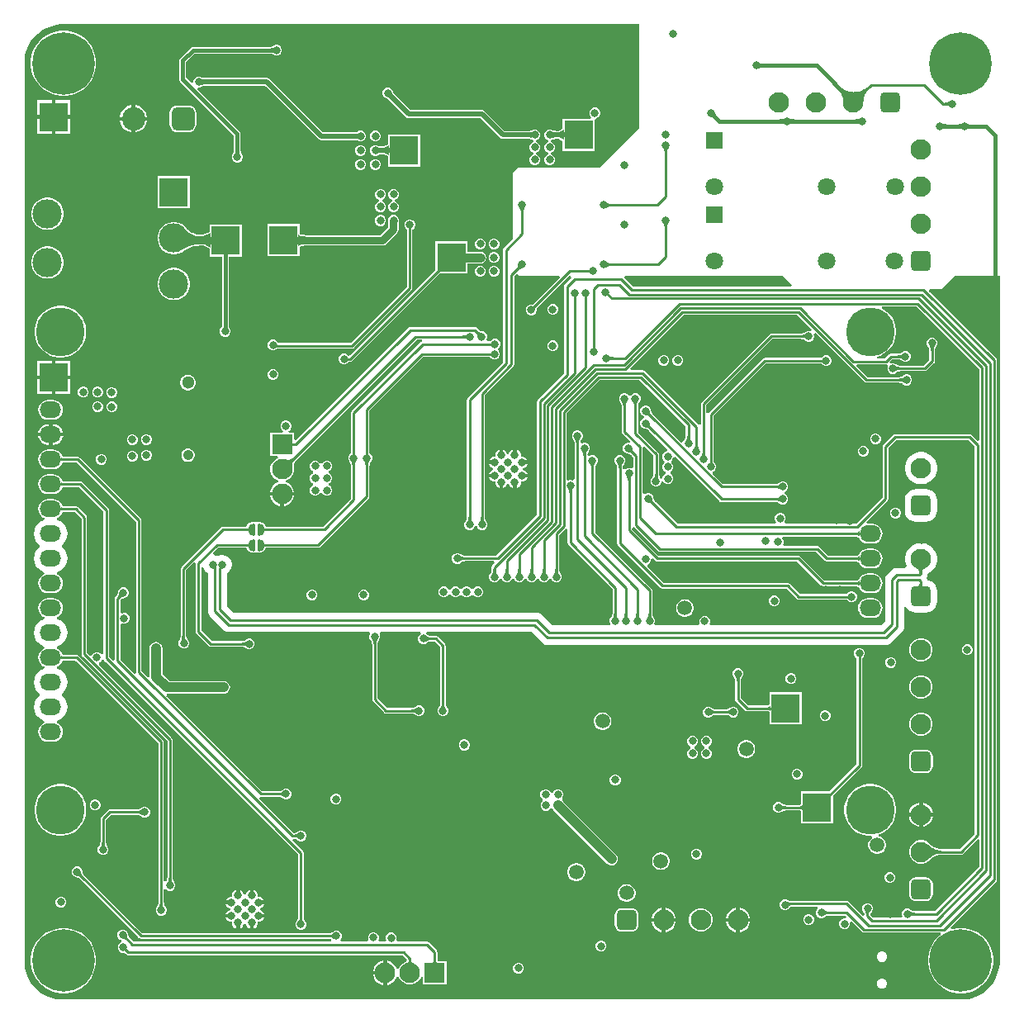
<source format=gbr>
G04*
G04 #@! TF.GenerationSoftware,Altium Limited,Altium Designer,25.1.2 (22)*
G04*
G04 Layer_Physical_Order=4*
G04 Layer_Color=16711680*
%FSLAX44Y44*%
%MOMM*%
G71*
G04*
G04 #@! TF.SameCoordinates,54FBF0B5-E2CF-4F3E-8A6F-997AE4EABEE6*
G04*
G04*
G04 #@! TF.FilePolarity,Positive*
G04*
G01*
G75*
%ADD11C,0.2540*%
%ADD89R,3.0000X3.0000*%
%ADD110C,1.5000*%
%ADD126C,6.4000*%
%ADD131C,0.3810*%
%ADD132C,0.7620*%
%ADD133C,0.5080*%
%ADD136C,2.1000*%
%ADD137R,2.1000X2.1000*%
G04:AMPARAMS|DCode=138|XSize=2.1mm|YSize=2.1mm|CornerRadius=0.525mm|HoleSize=0mm|Usage=FLASHONLY|Rotation=90.000|XOffset=0mm|YOffset=0mm|HoleType=Round|Shape=RoundedRectangle|*
%AMROUNDEDRECTD138*
21,1,2.1000,1.0500,0,0,90.0*
21,1,1.0500,2.1000,0,0,90.0*
1,1,1.0500,0.5250,0.5250*
1,1,1.0500,0.5250,-0.5250*
1,1,1.0500,-0.5250,-0.5250*
1,1,1.0500,-0.5250,0.5250*
%
%ADD138ROUNDEDRECTD138*%
%ADD139C,0.8000*%
%ADD140C,3.0000*%
G04:AMPARAMS|DCode=141|XSize=2.1mm|YSize=2.1mm|CornerRadius=0.525mm|HoleSize=0mm|Usage=FLASHONLY|Rotation=180.000|XOffset=0mm|YOffset=0mm|HoleType=Round|Shape=RoundedRectangle|*
%AMROUNDEDRECTD141*
21,1,2.1000,1.0500,0,0,180.0*
21,1,1.0500,2.1000,0,0,180.0*
1,1,1.0500,-0.5250,0.5250*
1,1,1.0500,0.5250,0.5250*
1,1,1.0500,0.5250,-0.5250*
1,1,1.0500,-0.5250,-0.5250*
%
%ADD141ROUNDEDRECTD141*%
G04:AMPARAMS|DCode=142|XSize=2.4mm|YSize=2.4mm|CornerRadius=0.6mm|HoleSize=0mm|Usage=FLASHONLY|Rotation=180.000|XOffset=0mm|YOffset=0mm|HoleType=Round|Shape=RoundedRectangle|*
%AMROUNDEDRECTD142*
21,1,2.4000,1.2000,0,0,180.0*
21,1,1.2000,2.4000,0,0,180.0*
1,1,1.2000,-0.6000,0.6000*
1,1,1.2000,0.6000,0.6000*
1,1,1.2000,0.6000,-0.6000*
1,1,1.2000,-0.6000,-0.6000*
%
%ADD142ROUNDEDRECTD142*%
%ADD143C,2.4000*%
%ADD144O,2.2000X1.7000*%
%ADD145C,5.0000*%
%ADD146C,1.8000*%
%ADD147R,1.8000X1.8000*%
%ADD148C,1.3000*%
%ADD149C,1.0500*%
%ADD150R,2.1000X2.1000*%
%ADD154C,1.0000*%
%ADD155R,3.0000X3.0000*%
%ADD156C,0.2540*%
%ADD157C,0.8890*%
G36*
X753631Y960210D02*
X753894Y960058D01*
X754214Y959924D01*
X754593Y959807D01*
X755030Y959709D01*
X755526Y959628D01*
X756690Y959521D01*
X758087Y959485D01*
Y955675D01*
X757360Y955666D01*
X755526Y955532D01*
X755030Y955451D01*
X754593Y955353D01*
X754214Y955236D01*
X753894Y955102D01*
X753631Y954950D01*
X753427Y954780D01*
Y960380D01*
X753631Y960210D01*
D02*
G37*
G36*
X865693Y933897D02*
X864691Y932809D01*
X863796Y931656D01*
X863008Y930439D01*
X862328Y929156D01*
X861755Y927810D01*
X861290Y926398D01*
X860931Y924922D01*
X860680Y923381D01*
X860536Y921775D01*
X860499Y920105D01*
X850105Y930499D01*
X851775Y930536D01*
X853381Y930680D01*
X854922Y930931D01*
X856398Y931290D01*
X857810Y931755D01*
X859156Y932328D01*
X860439Y933008D01*
X861656Y933796D01*
X862809Y934691D01*
X863897Y935693D01*
X865693Y933897D01*
D02*
G37*
G36*
X837771Y935000D02*
X838960Y934042D01*
X840189Y933198D01*
X841457Y932469D01*
X842764Y931855D01*
X844112Y931355D01*
X845498Y930969D01*
X846924Y930698D01*
X848390Y930542D01*
X849895Y930499D01*
X839501Y920105D01*
X839458Y921610D01*
X839302Y923076D01*
X839031Y924502D01*
X838645Y925888D01*
X838145Y927236D01*
X837531Y928543D01*
X836802Y929811D01*
X835958Y931040D01*
X835000Y932229D01*
X833927Y933379D01*
X836621Y936073D01*
X837771Y935000D01*
D02*
G37*
G36*
X854596Y922800D02*
X851905Y919999D01*
X849999Y921905D01*
X850047Y921932D01*
X850146Y922013D01*
X850500Y922336D01*
X852800Y924596D01*
X854596Y922800D01*
D02*
G37*
G36*
X948373Y915664D02*
X948054Y915955D01*
X947696Y916215D01*
X947299Y916444D01*
X946864Y916643D01*
X946389Y916812D01*
X945876Y916949D01*
X945325Y917056D01*
X944734Y917133D01*
X944105Y917179D01*
X943437Y917194D01*
Y919734D01*
X944105Y919749D01*
X945325Y919872D01*
X945876Y919979D01*
X946389Y920117D01*
X946864Y920285D01*
X947299Y920484D01*
X947696Y920713D01*
X948054Y920973D01*
X948373Y921264D01*
Y915664D01*
D02*
G37*
G36*
X708366Y908761D02*
X708444Y908468D01*
X708576Y908146D01*
X708762Y907796D01*
X709001Y907417D01*
X709294Y907010D01*
X710042Y906111D01*
X711004Y905098D01*
X708310Y902403D01*
X707790Y902912D01*
X706398Y904114D01*
X705991Y904407D01*
X705612Y904646D01*
X705262Y904832D01*
X704940Y904964D01*
X704647Y905042D01*
X704382Y905066D01*
X708342Y909026D01*
X708366Y908761D01*
D02*
G37*
G36*
X856425Y897884D02*
X856221Y898054D01*
X855958Y898206D01*
X855638Y898340D01*
X855259Y898457D01*
X854822Y898555D01*
X854326Y898636D01*
X853162Y898743D01*
X851765Y898779D01*
Y902589D01*
X852492Y902598D01*
X854326Y902732D01*
X854822Y902813D01*
X855259Y902911D01*
X855638Y903028D01*
X855958Y903162D01*
X856221Y903314D01*
X856425Y903484D01*
Y897884D01*
D02*
G37*
G36*
X784619Y903314D02*
X784882Y903162D01*
X785202Y903028D01*
X785581Y902911D01*
X786018Y902813D01*
X786514Y902732D01*
X787678Y902625D01*
X789075Y902589D01*
Y898779D01*
X788348Y898770D01*
X786514Y898636D01*
X786018Y898555D01*
X785581Y898457D01*
X785202Y898340D01*
X784882Y898206D01*
X784619Y898054D01*
X784415Y897884D01*
Y903484D01*
X784619Y903314D01*
D02*
G37*
G36*
X778701Y897884D02*
X778497Y898054D01*
X778234Y898206D01*
X777914Y898340D01*
X777535Y898457D01*
X777098Y898555D01*
X776602Y898636D01*
X775438Y898743D01*
X774041Y898779D01*
Y902589D01*
X774768Y902598D01*
X776602Y902732D01*
X777098Y902813D01*
X777535Y902911D01*
X777914Y903028D01*
X778234Y903162D01*
X778497Y903314D01*
X778701Y903484D01*
Y897884D01*
D02*
G37*
G36*
X941305Y898130D02*
X941568Y897978D01*
X941888Y897844D01*
X942267Y897727D01*
X942704Y897629D01*
X943199Y897548D01*
X944364Y897441D01*
X945761Y897405D01*
Y893595D01*
X945033Y893586D01*
X943199Y893452D01*
X942704Y893371D01*
X942267Y893273D01*
X941888Y893157D01*
X941568Y893022D01*
X941305Y892870D01*
X941100Y892700D01*
Y898300D01*
X941305Y898130D01*
D02*
G37*
G36*
X960699Y892652D02*
X960500Y892831D01*
X960243Y892992D01*
X959927Y893133D01*
X959552Y893256D01*
X959118Y893359D01*
X958626Y893444D01*
X957465Y893557D01*
X956796Y893586D01*
X956069Y893595D01*
X956260Y897405D01*
X956988Y897413D01*
X958826Y897540D01*
X959323Y897616D01*
X959763Y897708D01*
X960145Y897818D01*
X960469Y897944D01*
X960736Y898087D01*
X960945Y898247D01*
X960699Y892652D01*
D02*
G37*
G36*
X966737Y897954D02*
X967000Y897802D01*
X967320Y897668D01*
X967699Y897551D01*
X968136Y897453D01*
X968631Y897372D01*
X969796Y897265D01*
X971193Y897229D01*
Y893419D01*
X970465Y893410D01*
X968631Y893276D01*
X968136Y893195D01*
X967699Y893097D01*
X967320Y892980D01*
X967000Y892846D01*
X966737Y892694D01*
X966533Y892524D01*
Y898124D01*
X966737Y897954D01*
D02*
G37*
G36*
X660115Y872870D02*
X659855Y872512D01*
X659626Y872115D01*
X659427Y871680D01*
X659258Y871205D01*
X659121Y870692D01*
X659014Y870141D01*
X658937Y869550D01*
X658891Y868921D01*
X658876Y868253D01*
X656336D01*
X656321Y868921D01*
X656198Y870141D01*
X656091Y870692D01*
X655954Y871205D01*
X655785Y871680D01*
X655586Y872115D01*
X655357Y872512D01*
X655097Y872870D01*
X654806Y873189D01*
X660406D01*
X660115Y872870D01*
D02*
G37*
G36*
X596929Y817087D02*
X597287Y816827D01*
X597684Y816598D01*
X598120Y816399D01*
X598594Y816230D01*
X599107Y816093D01*
X599659Y815986D01*
X600249Y815909D01*
X600879Y815863D01*
X601547Y815848D01*
Y813308D01*
X600879Y813293D01*
X599659Y813170D01*
X599107Y813063D01*
X598594Y812925D01*
X598120Y812757D01*
X597684Y812558D01*
X597287Y812329D01*
X596929Y812069D01*
X596610Y811778D01*
Y817378D01*
X596929Y817087D01*
D02*
G37*
G36*
X512795Y811402D02*
X512535Y811044D01*
X512306Y810647D01*
X512107Y810212D01*
X511939Y809737D01*
X511801Y809224D01*
X511694Y808673D01*
X511617Y808082D01*
X511571Y807453D01*
X511556Y806785D01*
X509016D01*
X509001Y807453D01*
X508878Y808673D01*
X508771Y809224D01*
X508633Y809737D01*
X508465Y810212D01*
X508266Y810647D01*
X508037Y811044D01*
X507777Y811402D01*
X507486Y811721D01*
X513086D01*
X512795Y811402D01*
D02*
G37*
G36*
X660115Y795908D02*
X659855Y795550D01*
X659626Y795153D01*
X659427Y794718D01*
X659258Y794243D01*
X659121Y793730D01*
X659014Y793179D01*
X658937Y792588D01*
X658891Y791959D01*
X658876Y791291D01*
X656336D01*
X656321Y791959D01*
X656198Y793179D01*
X656091Y793730D01*
X655954Y794243D01*
X655785Y794718D01*
X655586Y795153D01*
X655357Y795550D01*
X655097Y795908D01*
X654806Y796227D01*
X660406D01*
X660115Y795908D01*
D02*
G37*
G36*
X596929Y756127D02*
X597287Y755867D01*
X597684Y755638D01*
X598120Y755439D01*
X598594Y755270D01*
X599107Y755133D01*
X599659Y755026D01*
X600249Y754949D01*
X600879Y754903D01*
X601547Y754888D01*
Y752348D01*
X600879Y752333D01*
X599659Y752210D01*
X599107Y752103D01*
X598594Y751965D01*
X598120Y751797D01*
X597684Y751598D01*
X597287Y751369D01*
X596929Y751109D01*
X596610Y750818D01*
Y756418D01*
X596929Y756127D01*
D02*
G37*
G36*
X510246Y749618D02*
X509815Y749598D01*
X509378Y749529D01*
X508935Y749410D01*
X508486Y749243D01*
X508032Y749027D01*
X507572Y748761D01*
X507106Y748447D01*
X506634Y748083D01*
X506157Y747671D01*
X505673Y747209D01*
X503877Y749006D01*
X504339Y749489D01*
X505115Y750438D01*
X505429Y750904D01*
X505695Y751364D01*
X505911Y751818D01*
X506078Y752267D01*
X506197Y752710D01*
X506266Y753147D01*
X506286Y753578D01*
X510246Y749618D01*
D02*
G37*
G36*
X787210Y732726D02*
X786432Y730849D01*
X624180D01*
X614873Y740156D01*
X615714Y742188D01*
X777748D01*
X787210Y732726D01*
D02*
G37*
G36*
X807335Y687077D02*
X806184Y685355D01*
X805263Y685736D01*
X803065D01*
X801035Y684895D01*
X800470Y684330D01*
X800197Y684232D01*
X799945Y684002D01*
X799730Y683846D01*
X799476Y683699D01*
X799178Y683563D01*
X798833Y683441D01*
X798439Y683335D01*
X798018Y683253D01*
X796938Y683145D01*
X796333Y683131D01*
X796174Y683061D01*
X765810D01*
X765810Y683061D01*
X764720Y682844D01*
X763796Y682226D01*
X694454Y612884D01*
X693836Y611960D01*
X693619Y610870D01*
X693619Y610870D01*
Y590025D01*
X693245Y589733D01*
X691116Y589262D01*
X691116Y589262D01*
X635998Y644380D01*
X635074Y644998D01*
X633984Y645215D01*
X633984Y645215D01*
X621802D01*
X621024Y647092D01*
X675933Y702001D01*
X792411D01*
X807335Y687077D01*
D02*
G37*
G36*
X464755Y685651D02*
X465704Y684875D01*
X466170Y684561D01*
X466630Y684295D01*
X467084Y684079D01*
X467533Y683912D01*
X467976Y683793D01*
X468413Y683724D01*
X468844Y683704D01*
X464884Y679744D01*
X464864Y680175D01*
X464795Y680612D01*
X464676Y681055D01*
X464509Y681504D01*
X464293Y681958D01*
X464027Y682418D01*
X463713Y682884D01*
X463349Y683356D01*
X462937Y683833D01*
X462476Y684316D01*
X464272Y686113D01*
X464755Y685651D01*
D02*
G37*
G36*
X801307Y677412D02*
X800988Y677703D01*
X800630Y677963D01*
X800233Y678192D01*
X799798Y678391D01*
X799323Y678559D01*
X798810Y678697D01*
X798259Y678804D01*
X797668Y678881D01*
X797039Y678927D01*
X796371Y678942D01*
Y681482D01*
X797039Y681497D01*
X798259Y681620D01*
X798810Y681727D01*
X799323Y681864D01*
X799798Y682033D01*
X800233Y682232D01*
X800630Y682461D01*
X800988Y682721D01*
X801307Y683012D01*
Y677412D01*
D02*
G37*
G36*
X454089Y676904D02*
X453770Y677195D01*
X453412Y677455D01*
X453015Y677684D01*
X452580Y677883D01*
X452105Y678052D01*
X451592Y678189D01*
X451041Y678296D01*
X450450Y678373D01*
X449821Y678419D01*
X449153Y678434D01*
Y680974D01*
X449821Y680989D01*
X451041Y681112D01*
X451592Y681219D01*
X452105Y681357D01*
X452580Y681525D01*
X453015Y681724D01*
X453412Y681953D01*
X453770Y682213D01*
X454089Y682504D01*
Y676904D01*
D02*
G37*
G36*
X933165Y669924D02*
X932905Y669566D01*
X932676Y669169D01*
X932477Y668734D01*
X932309Y668259D01*
X932171Y667746D01*
X932064Y667195D01*
X931987Y666604D01*
X931941Y665975D01*
X931926Y665307D01*
X929386D01*
X929371Y665975D01*
X929248Y667195D01*
X929141Y667746D01*
X929004Y668259D01*
X928835Y668734D01*
X928636Y669169D01*
X928407Y669566D01*
X928147Y669924D01*
X927856Y670243D01*
X933456D01*
X933165Y669924D01*
D02*
G37*
G36*
X900367Y656584D02*
X900048Y656875D01*
X899690Y657135D01*
X899293Y657364D01*
X898858Y657563D01*
X898383Y657731D01*
X897870Y657869D01*
X897319Y657976D01*
X896728Y658053D01*
X896099Y658099D01*
X895431Y658114D01*
Y660654D01*
X896099Y660669D01*
X897319Y660792D01*
X897870Y660899D01*
X898383Y661037D01*
X898858Y661205D01*
X899293Y661404D01*
X899690Y661633D01*
X900048Y661893D01*
X900367Y662184D01*
Y656584D01*
D02*
G37*
G36*
X599446Y660115D02*
X599804Y659855D01*
X600201Y659626D01*
X600636Y659427D01*
X601110Y659258D01*
X601623Y659121D01*
X602175Y659014D01*
X602766Y658937D01*
X603395Y658891D01*
X604063Y658876D01*
Y656336D01*
X603395Y656321D01*
X602175Y656198D01*
X601623Y656091D01*
X601110Y655954D01*
X600636Y655785D01*
X600201Y655586D01*
X599804Y655357D01*
X599446Y655097D01*
X599127Y654806D01*
Y660406D01*
X599446Y660115D01*
D02*
G37*
G36*
X893446Y649701D02*
X893804Y649441D01*
X894201Y649212D01*
X894636Y649013D01*
X895111Y648845D01*
X895624Y648707D01*
X896175Y648600D01*
X896766Y648523D01*
X897395Y648477D01*
X898063Y648462D01*
Y645922D01*
X897395Y645907D01*
X896175Y645784D01*
X895624Y645677D01*
X895111Y645539D01*
X894636Y645371D01*
X894201Y645172D01*
X893804Y644943D01*
X893446Y644683D01*
X893127Y644392D01*
Y649992D01*
X893446Y649701D01*
D02*
G37*
G36*
X978901Y646570D02*
Y573782D01*
X977024Y573005D01*
X971264Y578764D01*
X970340Y579382D01*
X969250Y579599D01*
X969250Y579599D01*
X892500D01*
X891410Y579382D01*
X890486Y578764D01*
X890486Y578764D01*
X880736Y569014D01*
X880118Y568090D01*
X879901Y567000D01*
X879901Y567000D01*
Y514680D01*
X852956Y487735D01*
X779853D01*
X779011Y489767D01*
X779637Y490393D01*
X780478Y492423D01*
Y494621D01*
X779637Y496651D01*
X778083Y498205D01*
X776053Y499046D01*
X773855D01*
X771825Y498205D01*
X770271Y496651D01*
X769430Y494621D01*
Y492423D01*
X770271Y490393D01*
X770897Y489767D01*
X770055Y487735D01*
X669752D01*
X647266Y510220D01*
X647203Y510383D01*
X646770Y510836D01*
X646415Y511247D01*
X646111Y511641D01*
X645858Y512016D01*
X645655Y512369D01*
X645497Y512700D01*
X645383Y513007D01*
X645307Y513290D01*
X645265Y513553D01*
X645249Y513893D01*
X645126Y514156D01*
Y514955D01*
X644285Y516985D01*
X642731Y518539D01*
X640701Y519380D01*
X638503D01*
X636473Y518539D01*
X636071Y518137D01*
X634039Y518979D01*
Y565813D01*
X635592Y566651D01*
X636011Y566714D01*
X645105Y557620D01*
Y539612D01*
X645049Y539516D01*
X645074Y539423D01*
X645035Y539335D01*
X645020Y538704D01*
X644977Y538170D01*
X644910Y537692D01*
X644820Y537273D01*
X644712Y536913D01*
X644591Y536611D01*
X644460Y536363D01*
X644323Y536164D01*
X644182Y536004D01*
X643950Y535803D01*
X643832Y535566D01*
X642763Y534497D01*
X641922Y532467D01*
Y530269D01*
X642763Y528239D01*
X644317Y526685D01*
X646347Y525844D01*
X648545D01*
X650575Y526685D01*
X652129Y528239D01*
X652970Y530269D01*
Y531003D01*
X655002Y531407D01*
X655206Y530914D01*
X656760Y529361D01*
X658790Y528520D01*
X660988D01*
X663018Y529361D01*
X664572Y530914D01*
X665413Y532945D01*
Y535142D01*
X664572Y537173D01*
X663018Y538727D01*
X662426Y538972D01*
Y541171D01*
X663018Y541417D01*
X664572Y542971D01*
X665413Y545001D01*
Y547199D01*
X664572Y549229D01*
X663653Y550148D01*
X663232Y551434D01*
X663653Y552720D01*
X664572Y553639D01*
X665413Y555669D01*
X667445Y556362D01*
X712742Y511066D01*
X712742Y511066D01*
X713666Y510448D01*
X714756Y510231D01*
X714756Y510231D01*
X769485D01*
X769645Y510161D01*
X770272Y510146D01*
X770814Y510107D01*
X771307Y510043D01*
X771751Y509957D01*
X772145Y509851D01*
X772490Y509729D01*
X772788Y509593D01*
X773042Y509446D01*
X773257Y509290D01*
X773509Y509060D01*
X773782Y508962D01*
X774347Y508397D01*
X776377Y507556D01*
X778575D01*
X780605Y508397D01*
X782159Y509951D01*
X783000Y511981D01*
Y514179D01*
X782159Y516209D01*
X780605Y517763D01*
X779118Y518379D01*
Y520481D01*
X780605Y521097D01*
X782159Y522651D01*
X783000Y524681D01*
Y526879D01*
X782159Y528909D01*
X780605Y530463D01*
X778575Y531304D01*
X776377D01*
X774347Y530463D01*
X773782Y529898D01*
X773509Y529800D01*
X773257Y529570D01*
X773042Y529414D01*
X772788Y529267D01*
X772490Y529131D01*
X772145Y529009D01*
X771751Y528903D01*
X771330Y528821D01*
X770249Y528713D01*
X769645Y528699D01*
X769485Y528629D01*
X715936D01*
X705507Y539058D01*
X706000Y541439D01*
X706814Y541776D01*
X708368Y543330D01*
X709209Y545360D01*
Y547558D01*
X708368Y549588D01*
X706814Y551142D01*
X706534Y551258D01*
Y598505D01*
X760180Y652151D01*
X817201D01*
X817317Y651871D01*
X818871Y650317D01*
X820901Y649476D01*
X823099D01*
X825129Y650317D01*
X826683Y651871D01*
X827524Y653901D01*
Y656099D01*
X826683Y658129D01*
X825129Y659683D01*
X823099Y660524D01*
X820901D01*
X818871Y659683D01*
X817317Y658129D01*
X817201Y657849D01*
X759000D01*
X759000Y657849D01*
X757910Y657632D01*
X756986Y657014D01*
X756986Y657014D01*
X701671Y601699D01*
X701349Y601218D01*
X699317Y601668D01*
Y609690D01*
X766990Y677363D01*
X796174D01*
X796333Y677293D01*
X796960Y677279D01*
X797502Y677239D01*
X797995Y677175D01*
X798439Y677089D01*
X798833Y676983D01*
X799178Y676861D01*
X799476Y676725D01*
X799730Y676578D01*
X799945Y676422D01*
X800197Y676192D01*
X800470Y676094D01*
X801035Y675529D01*
X803065Y674688D01*
X805263D01*
X807293Y675529D01*
X808847Y677083D01*
X809688Y679113D01*
Y681311D01*
X809307Y682232D01*
X811029Y683383D01*
X861040Y633372D01*
X861964Y632755D01*
X863054Y632538D01*
X863054Y632538D01*
X896504D01*
X896663Y632467D01*
X897290Y632453D01*
X897832Y632413D01*
X898325Y632350D01*
X898769Y632263D01*
X899163Y632158D01*
X899508Y632035D01*
X899806Y631899D01*
X900060Y631752D01*
X900275Y631596D01*
X900527Y631367D01*
X900800Y631268D01*
X901365Y630703D01*
X903395Y629863D01*
X905593D01*
X907623Y630703D01*
X909177Y632257D01*
X910018Y634288D01*
Y636485D01*
X909177Y638516D01*
X907623Y640070D01*
X905593Y640910D01*
X903395D01*
X901365Y640070D01*
X900800Y639505D01*
X900527Y639406D01*
X900275Y639177D01*
X900060Y639021D01*
X899806Y638874D01*
X899508Y638738D01*
X899163Y638615D01*
X898769Y638509D01*
X898348Y638428D01*
X897268Y638319D01*
X896663Y638306D01*
X896504Y638235D01*
X864234D01*
X852891Y649578D01*
X853669Y651455D01*
X883158D01*
X883158Y651455D01*
X884103Y651643D01*
X884871Y650959D01*
X885473Y650047D01*
X884746Y648291D01*
Y646093D01*
X885587Y644063D01*
X887141Y642509D01*
X889171Y641668D01*
X891369D01*
X893399Y642509D01*
X893964Y643074D01*
X894237Y643172D01*
X894489Y643402D01*
X894704Y643558D01*
X894958Y643705D01*
X895256Y643841D01*
X895601Y643963D01*
X895995Y644069D01*
X896415Y644151D01*
X897496Y644259D01*
X898101Y644273D01*
X898260Y644343D01*
X923192D01*
X923192Y644343D01*
X924282Y644560D01*
X925206Y645178D01*
X932670Y652642D01*
X932670Y652642D01*
X933288Y653566D01*
X933505Y654656D01*
Y665110D01*
X933575Y665269D01*
X933589Y665896D01*
X933629Y666438D01*
X933693Y666931D01*
X933779Y667375D01*
X933885Y667769D01*
X934007Y668114D01*
X934143Y668412D01*
X934290Y668666D01*
X934446Y668881D01*
X934676Y669133D01*
X934774Y669406D01*
X935339Y669971D01*
X936180Y672001D01*
Y674199D01*
X935339Y676229D01*
X933785Y677783D01*
X931755Y678624D01*
X929557D01*
X927527Y677783D01*
X925973Y676229D01*
X925132Y674199D01*
Y672001D01*
X925973Y669971D01*
X926538Y669406D01*
X926636Y669133D01*
X926866Y668881D01*
X927022Y668666D01*
X927169Y668412D01*
X927305Y668114D01*
X927427Y667769D01*
X927533Y667375D01*
X927615Y666954D01*
X927723Y665874D01*
X927737Y665269D01*
X927807Y665110D01*
Y655836D01*
X922012Y650041D01*
X898260D01*
X898101Y650111D01*
X897474Y650126D01*
X896932Y650165D01*
X896439Y650229D01*
X895995Y650315D01*
X895601Y650421D01*
X895256Y650543D01*
X894958Y650679D01*
X894704Y650826D01*
X894489Y650982D01*
X894237Y651212D01*
X893964Y651310D01*
X893399Y651875D01*
X891369Y652716D01*
X889171D01*
X887978Y652222D01*
X886827Y653944D01*
X889418Y656535D01*
X895234D01*
X895393Y656465D01*
X896020Y656451D01*
X896562Y656411D01*
X897055Y656347D01*
X897499Y656261D01*
X897893Y656155D01*
X898238Y656033D01*
X898536Y655897D01*
X898790Y655750D01*
X899005Y655594D01*
X899257Y655364D01*
X899530Y655266D01*
X900095Y654701D01*
X902125Y653860D01*
X904323D01*
X906353Y654701D01*
X907907Y656255D01*
X908748Y658285D01*
Y660483D01*
X907907Y662513D01*
X906353Y664067D01*
X904323Y664908D01*
X902125D01*
X900095Y664067D01*
X899530Y663502D01*
X899257Y663404D01*
X899005Y663174D01*
X898790Y663018D01*
X898536Y662871D01*
X898238Y662735D01*
X897893Y662613D01*
X897499Y662507D01*
X897078Y662425D01*
X895998Y662317D01*
X895393Y662303D01*
X895234Y662233D01*
X888238D01*
X888238Y662233D01*
X887148Y662016D01*
X886224Y661398D01*
X886224Y661398D01*
X881978Y657153D01*
X874316D01*
X873994Y659185D01*
X877406Y660293D01*
X881126Y662189D01*
X884503Y664643D01*
X887455Y667595D01*
X889909Y670972D01*
X891805Y674692D01*
X893095Y678663D01*
X893748Y682786D01*
Y686962D01*
X893095Y691085D01*
X891805Y695056D01*
X889909Y698776D01*
X887455Y702153D01*
X884503Y705105D01*
X881126Y707559D01*
X879073Y708605D01*
X879561Y710637D01*
X914834D01*
X978901Y646570D01*
D02*
G37*
G36*
X901637Y632587D02*
X901318Y632877D01*
X900960Y633137D01*
X900563Y633367D01*
X900128Y633566D01*
X899653Y633734D01*
X899140Y633872D01*
X898589Y633979D01*
X897998Y634055D01*
X897369Y634101D01*
X896701Y634117D01*
Y636656D01*
X897369Y636672D01*
X898589Y636794D01*
X899140Y636901D01*
X899653Y637039D01*
X900128Y637207D01*
X900563Y637406D01*
X900960Y637636D01*
X901318Y637896D01*
X901637Y638186D01*
Y632587D01*
D02*
G37*
G36*
X628873Y613028D02*
X628613Y612670D01*
X628384Y612273D01*
X628185Y611838D01*
X628017Y611363D01*
X627879Y610850D01*
X627772Y610299D01*
X627695Y609708D01*
X627649Y609079D01*
X627634Y608411D01*
X625094D01*
X625079Y609079D01*
X624956Y610299D01*
X624849Y610850D01*
X624711Y611363D01*
X624543Y611838D01*
X624344Y612273D01*
X624115Y612670D01*
X623855Y613028D01*
X623564Y613347D01*
X629164D01*
X628873Y613028D01*
D02*
G37*
G36*
X617697Y612774D02*
X617437Y612416D01*
X617208Y612019D01*
X617009Y611584D01*
X616841Y611109D01*
X616703Y610596D01*
X616596Y610045D01*
X616519Y609454D01*
X616473Y608825D01*
X616458Y608157D01*
X613918D01*
X613903Y608825D01*
X613780Y610045D01*
X613673Y610596D01*
X613535Y611109D01*
X613367Y611584D01*
X613168Y612019D01*
X612939Y612416D01*
X612679Y612774D01*
X612388Y613093D01*
X617988D01*
X617697Y612774D01*
D02*
G37*
G36*
X641052Y603033D02*
X641121Y602595D01*
X641240Y602153D01*
X641407Y601704D01*
X641623Y601250D01*
X641889Y600790D01*
X642203Y600324D01*
X642567Y599852D01*
X642979Y599375D01*
X643440Y598891D01*
X641645Y597095D01*
X641161Y597557D01*
X640212Y598333D01*
X639746Y598647D01*
X639286Y598913D01*
X638832Y599129D01*
X638383Y599296D01*
X637940Y599415D01*
X637503Y599484D01*
X637072Y599504D01*
X641032Y603464D01*
X641052Y603033D01*
D02*
G37*
G36*
Y590333D02*
X641121Y589896D01*
X641240Y589453D01*
X641407Y589004D01*
X641623Y588550D01*
X641889Y588090D01*
X642203Y587624D01*
X642567Y587152D01*
X642979Y586675D01*
X643440Y586191D01*
X641645Y584395D01*
X641161Y584857D01*
X640212Y585633D01*
X639746Y585947D01*
X639286Y586213D01*
X638832Y586429D01*
X638383Y586596D01*
X637940Y586715D01*
X637503Y586784D01*
X637072Y586804D01*
X641032Y590764D01*
X641052Y590333D01*
D02*
G37*
G36*
X682005Y577355D02*
X682128Y576135D01*
X682235Y575584D01*
X682373Y575071D01*
X682541Y574596D01*
X682740Y574161D01*
X682969Y573764D01*
X683229Y573406D01*
X683520Y573087D01*
X677920D01*
X678211Y573406D01*
X678471Y573764D01*
X678700Y574161D01*
X678899Y574596D01*
X679068Y575071D01*
X679205Y575584D01*
X679312Y576135D01*
X679389Y576726D01*
X679435Y577355D01*
X679450Y578023D01*
X681990D01*
X682005Y577355D01*
D02*
G37*
G36*
X569437Y574674D02*
X569177Y574316D01*
X568948Y573919D01*
X568749Y573484D01*
X568581Y573009D01*
X568443Y572496D01*
X568336Y571945D01*
X568259Y571354D01*
X568213Y570725D01*
X568198Y570057D01*
X565658D01*
X565643Y570725D01*
X565520Y571945D01*
X565413Y572496D01*
X565275Y573009D01*
X565107Y573484D01*
X564908Y573919D01*
X564679Y574316D01*
X564419Y574674D01*
X564128Y574993D01*
X569728D01*
X569437Y574674D01*
D02*
G37*
G36*
X690387Y569227D02*
X690510Y568007D01*
X690617Y567456D01*
X690754Y566943D01*
X690923Y566468D01*
X691122Y566033D01*
X691351Y565636D01*
X691611Y565278D01*
X691902Y564959D01*
X686302D01*
X686593Y565278D01*
X686853Y565636D01*
X687082Y566033D01*
X687281Y566468D01*
X687449Y566943D01*
X687587Y567456D01*
X687694Y568007D01*
X687771Y568598D01*
X687817Y569227D01*
X687832Y569895D01*
X690372D01*
X690387Y569227D01*
D02*
G37*
G36*
X623272Y564679D02*
X623341Y564241D01*
X623460Y563799D01*
X623627Y563350D01*
X623843Y562896D01*
X624109Y562436D01*
X624423Y561970D01*
X624786Y561498D01*
X625199Y561021D01*
X625661Y560537D01*
X623865Y558741D01*
X623381Y559203D01*
X622432Y559979D01*
X621966Y560293D01*
X621506Y560559D01*
X621052Y560775D01*
X620603Y560942D01*
X620160Y561061D01*
X619723Y561130D01*
X619292Y561150D01*
X623252Y565110D01*
X623272Y564679D01*
D02*
G37*
G36*
X576803Y562228D02*
X576543Y561870D01*
X576314Y561473D01*
X576115Y561038D01*
X575947Y560563D01*
X575809Y560050D01*
X575702Y559499D01*
X575625Y558908D01*
X575579Y558279D01*
X575564Y557611D01*
X573024D01*
X573009Y558279D01*
X572886Y559499D01*
X572779Y560050D01*
X572641Y560563D01*
X572473Y561038D01*
X572274Y561473D01*
X572045Y561870D01*
X571785Y562228D01*
X571494Y562547D01*
X577094D01*
X576803Y562228D01*
D02*
G37*
G36*
X697753Y561099D02*
X697876Y559879D01*
X697983Y559328D01*
X698120Y558815D01*
X698289Y558340D01*
X698488Y557905D01*
X698717Y557508D01*
X698977Y557150D01*
X699268Y556831D01*
X693668D01*
X693959Y557150D01*
X694219Y557508D01*
X694448Y557905D01*
X694647Y558340D01*
X694816Y558815D01*
X694953Y559328D01*
X695060Y559879D01*
X695137Y560470D01*
X695183Y561099D01*
X695198Y561767D01*
X697738D01*
X697753Y561099D01*
D02*
G37*
G36*
X278352Y555158D02*
X277457Y554207D01*
X276675Y553256D01*
X276006Y552307D01*
X275449Y551359D01*
X275005Y550411D01*
X274675Y549465D01*
X274457Y548519D01*
X274352Y547574D01*
X274359Y546630D01*
X274480Y545687D01*
X267451Y553721D01*
X268337Y553491D01*
X269228Y553384D01*
X270125Y553400D01*
X271027Y553539D01*
X271935Y553801D01*
X272848Y554185D01*
X273767Y554693D01*
X274691Y555323D01*
X275621Y556077D01*
X276556Y556954D01*
X278352Y555158D01*
D02*
G37*
G36*
X353537Y552068D02*
X353277Y551710D01*
X353048Y551313D01*
X352849Y550878D01*
X352681Y550403D01*
X352543Y549890D01*
X352436Y549339D01*
X352359Y548748D01*
X352313Y548119D01*
X352298Y547451D01*
X349758D01*
X349743Y548119D01*
X349620Y549339D01*
X349513Y549890D01*
X349375Y550403D01*
X349207Y550878D01*
X349008Y551313D01*
X348779Y551710D01*
X348519Y552068D01*
X348228Y552387D01*
X353828D01*
X353537Y552068D01*
D02*
G37*
G36*
X339979D02*
X339719Y551710D01*
X339490Y551313D01*
X339291Y550878D01*
X339123Y550403D01*
X338985Y549890D01*
X338878Y549339D01*
X338801Y548748D01*
X338755Y548119D01*
X338740Y547451D01*
X336200D01*
X336185Y548119D01*
X336062Y549339D01*
X335955Y549890D01*
X335817Y550403D01*
X335649Y550878D01*
X335450Y551313D01*
X335221Y551710D01*
X334961Y552068D01*
X334670Y552387D01*
X340270D01*
X339979Y552068D01*
D02*
G37*
G36*
X613141Y549512D02*
X612881Y549154D01*
X612652Y548757D01*
X612453Y548322D01*
X612285Y547847D01*
X612147Y547334D01*
X612040Y546783D01*
X611963Y546192D01*
X611917Y545563D01*
X611902Y544895D01*
X609362D01*
X609347Y545563D01*
X609224Y546783D01*
X609117Y547334D01*
X608979Y547847D01*
X608811Y548322D01*
X608612Y548757D01*
X608383Y549154D01*
X608123Y549512D01*
X607832Y549831D01*
X613432D01*
X613141Y549512D01*
D02*
G37*
G36*
X584931D02*
X584671Y549154D01*
X584442Y548757D01*
X584243Y548322D01*
X584075Y547847D01*
X583937Y547334D01*
X583830Y546783D01*
X583753Y546192D01*
X583707Y545563D01*
X583692Y544895D01*
X581152D01*
X581137Y545563D01*
X581014Y546783D01*
X580907Y547334D01*
X580770Y547847D01*
X580601Y548322D01*
X580402Y548757D01*
X580173Y549154D01*
X579913Y549512D01*
X579622Y549831D01*
X585222D01*
X584931Y549512D01*
D02*
G37*
G36*
X649224Y538951D02*
X649238Y538292D01*
X649347Y537072D01*
X649442Y536512D01*
X649565Y535985D01*
X649714Y535491D01*
X649891Y535030D01*
X650096Y534602D01*
X650327Y534208D01*
X650586Y533846D01*
X645032Y534557D01*
X645345Y534830D01*
X645626Y535147D01*
X645874Y535509D01*
X646089Y535916D01*
X646271Y536367D01*
X646420Y536863D01*
X646535Y537404D01*
X646618Y537990D01*
X646667Y538620D01*
X646684Y539295D01*
X649224Y538951D01*
D02*
G37*
G36*
X622269Y536320D02*
X622009Y535962D01*
X621780Y535565D01*
X621581Y535130D01*
X621413Y534655D01*
X621275Y534142D01*
X621168Y533591D01*
X621091Y533000D01*
X621045Y532371D01*
X621030Y531703D01*
X618490D01*
X618475Y532371D01*
X618352Y533591D01*
X618245Y534142D01*
X618107Y534655D01*
X617939Y535130D01*
X617740Y535565D01*
X617511Y535962D01*
X617251Y536320D01*
X616960Y536639D01*
X622560D01*
X622269Y536320D01*
D02*
G37*
G36*
X774619Y522980D02*
X774300Y523271D01*
X773942Y523531D01*
X773545Y523760D01*
X773110Y523959D01*
X772635Y524128D01*
X772122Y524265D01*
X771570Y524372D01*
X770980Y524449D01*
X770351Y524495D01*
X769683Y524510D01*
Y527050D01*
X770351Y527065D01*
X771570Y527188D01*
X772122Y527295D01*
X772635Y527433D01*
X773110Y527601D01*
X773545Y527800D01*
X773942Y528029D01*
X774300Y528289D01*
X774619Y528580D01*
Y522980D01*
D02*
G37*
G36*
X562325Y524112D02*
X562065Y523754D01*
X561836Y523357D01*
X561637Y522922D01*
X561469Y522447D01*
X561331Y521934D01*
X561224Y521383D01*
X561147Y520792D01*
X561101Y520163D01*
X561086Y519495D01*
X558546D01*
X558531Y520163D01*
X558408Y521383D01*
X558301Y521934D01*
X558163Y522447D01*
X557995Y522922D01*
X557796Y523357D01*
X557567Y523754D01*
X557307Y524112D01*
X557016Y524431D01*
X562616D01*
X562325Y524112D01*
D02*
G37*
G36*
X774619Y510280D02*
X774300Y510571D01*
X773942Y510831D01*
X773545Y511060D01*
X773110Y511259D01*
X772635Y511427D01*
X772122Y511565D01*
X771570Y511672D01*
X770980Y511749D01*
X770351Y511795D01*
X769683Y511810D01*
Y514350D01*
X770351Y514365D01*
X771570Y514488D01*
X772122Y514595D01*
X772635Y514733D01*
X773110Y514901D01*
X773545Y515100D01*
X773942Y515329D01*
X774300Y515589D01*
X774619Y515880D01*
Y510280D01*
D02*
G37*
G36*
X643622Y513385D02*
X643691Y512947D01*
X643810Y512505D01*
X643977Y512056D01*
X644193Y511602D01*
X644459Y511142D01*
X644773Y510676D01*
X645136Y510204D01*
X645549Y509727D01*
X646010Y509243D01*
X644214Y507447D01*
X643731Y507909D01*
X642782Y508685D01*
X642316Y508999D01*
X641856Y509265D01*
X641402Y509481D01*
X640953Y509648D01*
X640510Y509767D01*
X640073Y509836D01*
X639642Y509856D01*
X643602Y513816D01*
X643622Y513385D01*
D02*
G37*
G36*
X470581Y494043D02*
X470704Y492823D01*
X470811Y492272D01*
X470948Y491759D01*
X471117Y491284D01*
X471316Y490849D01*
X471545Y490452D01*
X471805Y490094D01*
X472096Y489775D01*
X466496D01*
X466787Y490094D01*
X467047Y490452D01*
X467276Y490849D01*
X467475Y491284D01*
X467643Y491759D01*
X467781Y492272D01*
X467888Y492823D01*
X467965Y493414D01*
X468011Y494043D01*
X468026Y494711D01*
X470566D01*
X470581Y494043D01*
D02*
G37*
G36*
X457881D02*
X458004Y492823D01*
X458111Y492272D01*
X458248Y491759D01*
X458417Y491284D01*
X458616Y490849D01*
X458845Y490452D01*
X459105Y490094D01*
X459396Y489775D01*
X453796D01*
X454087Y490094D01*
X454347Y490452D01*
X454576Y490849D01*
X454775Y491284D01*
X454943Y491759D01*
X455081Y492272D01*
X455188Y492823D01*
X455265Y493414D01*
X455311Y494043D01*
X455326Y494711D01*
X457866D01*
X457881Y494043D01*
D02*
G37*
G36*
X245110Y484632D02*
Y479806D01*
X242316Y477012D01*
X240030D01*
Y487172D01*
X242570D01*
X245110Y484632D01*
D02*
G37*
G36*
X234950Y477012D02*
X232664D01*
X229870Y479806D01*
Y484632D01*
X232410Y487172D01*
X234950D01*
Y477012D01*
D02*
G37*
G36*
X856671Y475144D02*
X853801Y476404D01*
Y478944D01*
X856671Y480204D01*
Y475144D01*
D02*
G37*
G36*
X245110Y468630D02*
Y463804D01*
X242316Y461010D01*
X240030D01*
Y471170D01*
X242570D01*
X245110Y468630D01*
D02*
G37*
G36*
X234950Y461010D02*
X232664D01*
X229870Y463804D01*
Y468630D01*
X232410Y471170D01*
X234950D01*
Y461010D01*
D02*
G37*
G36*
X856671Y449744D02*
X853801Y451004D01*
Y453544D01*
X856671Y454804D01*
Y449744D01*
D02*
G37*
G36*
X447138Y454925D02*
X447496Y454665D01*
X447893Y454436D01*
X448328Y454237D01*
X448802Y454068D01*
X449315Y453931D01*
X449867Y453824D01*
X450458Y453747D01*
X451087Y453701D01*
X451755Y453686D01*
Y451146D01*
X451087Y451130D01*
X449867Y451008D01*
X449315Y450901D01*
X448802Y450763D01*
X448328Y450595D01*
X447893Y450396D01*
X447496Y450167D01*
X447138Y449907D01*
X446819Y449616D01*
Y455216D01*
X447138Y454925D01*
D02*
G37*
G36*
X921940Y441522D02*
X921574Y441382D01*
X921247Y441164D01*
X920959Y440869D01*
X920709Y440498D01*
X920497Y440049D01*
X920324Y439523D01*
X920189Y438920D01*
X920093Y438240D01*
X920035Y437483D01*
X920016Y436649D01*
X917476D01*
X917457Y437507D01*
X917307Y438997D01*
X917176Y439628D01*
X917007Y440183D01*
X916801Y440663D01*
X916557Y441067D01*
X916275Y441395D01*
X915956Y441648D01*
X915599Y441825D01*
X921940Y441522D01*
D02*
G37*
G36*
X546781Y440537D02*
X546904Y439318D01*
X547011Y438766D01*
X547148Y438253D01*
X547317Y437779D01*
X547516Y437343D01*
X547745Y436946D01*
X548005Y436588D01*
X548296Y436269D01*
X542696D01*
X542987Y436588D01*
X543247Y436946D01*
X543476Y437343D01*
X543675Y437779D01*
X543843Y438253D01*
X543981Y438766D01*
X544088Y439318D01*
X544165Y439908D01*
X544211Y440537D01*
X544226Y441205D01*
X546766D01*
X546781Y440537D01*
D02*
G37*
G36*
X534081D02*
X534204Y439318D01*
X534311Y438766D01*
X534448Y438253D01*
X534617Y437779D01*
X534816Y437343D01*
X535045Y436946D01*
X535305Y436588D01*
X535596Y436269D01*
X529996D01*
X530287Y436588D01*
X530547Y436946D01*
X530776Y437343D01*
X530975Y437779D01*
X531143Y438253D01*
X531281Y438766D01*
X531388Y439318D01*
X531465Y439908D01*
X531511Y440537D01*
X531526Y441205D01*
X534066D01*
X534081Y440537D01*
D02*
G37*
G36*
X521381D02*
X521504Y439318D01*
X521611Y438766D01*
X521748Y438253D01*
X521917Y437779D01*
X522116Y437343D01*
X522345Y436946D01*
X522605Y436588D01*
X522896Y436269D01*
X517296D01*
X517587Y436588D01*
X517847Y436946D01*
X518076Y437343D01*
X518275Y437779D01*
X518443Y438253D01*
X518581Y438766D01*
X518688Y439318D01*
X518765Y439908D01*
X518811Y440537D01*
X518826Y441205D01*
X521366D01*
X521381Y440537D01*
D02*
G37*
G36*
X508681D02*
X508804Y439318D01*
X508911Y438766D01*
X509048Y438253D01*
X509217Y437779D01*
X509416Y437343D01*
X509645Y436946D01*
X509905Y436588D01*
X510196Y436269D01*
X504596D01*
X504887Y436588D01*
X505147Y436946D01*
X505376Y437343D01*
X505575Y437779D01*
X505743Y438253D01*
X505881Y438766D01*
X505988Y439318D01*
X506065Y439908D01*
X506111Y440537D01*
X506126Y441205D01*
X508666D01*
X508681Y440537D01*
D02*
G37*
G36*
X495981D02*
X496104Y439318D01*
X496211Y438766D01*
X496348Y438253D01*
X496517Y437779D01*
X496716Y437343D01*
X496945Y436946D01*
X497205Y436588D01*
X497496Y436269D01*
X491896D01*
X492187Y436588D01*
X492447Y436946D01*
X492676Y437343D01*
X492875Y437779D01*
X493043Y438253D01*
X493181Y438766D01*
X493288Y439318D01*
X493365Y439908D01*
X493411Y440537D01*
X493426Y441205D01*
X495966D01*
X495981Y440537D01*
D02*
G37*
G36*
X483281D02*
X483404Y439318D01*
X483511Y438766D01*
X483648Y438253D01*
X483817Y437779D01*
X484016Y437343D01*
X484245Y436946D01*
X484505Y436588D01*
X484796Y436269D01*
X479196D01*
X479487Y436588D01*
X479747Y436946D01*
X479976Y437343D01*
X480175Y437779D01*
X480343Y438253D01*
X480481Y438766D01*
X480588Y439318D01*
X480665Y439908D01*
X480711Y440537D01*
X480726Y441205D01*
X483266D01*
X483281Y440537D01*
D02*
G37*
G36*
X856671Y424344D02*
X853801Y425604D01*
Y428144D01*
X856671Y429404D01*
Y424344D01*
D02*
G37*
G36*
X920029Y426118D02*
X920067Y425681D01*
X920130Y425295D01*
X920219Y424961D01*
X920334Y424678D01*
X920473Y424447D01*
X920639Y424267D01*
X920829Y424138D01*
X921045Y424061D01*
X921286Y424035D01*
X916206D01*
X916448Y424061D01*
X916663Y424138D01*
X916854Y424267D01*
X917019Y424447D01*
X917159Y424678D01*
X917273Y424961D01*
X917362Y425295D01*
X917425Y425681D01*
X917464Y426118D01*
X917476Y426606D01*
X920016D01*
X920029Y426118D01*
D02*
G37*
G36*
X642285Y395375D02*
X642408Y394155D01*
X642515Y393604D01*
X642653Y393091D01*
X642821Y392616D01*
X643020Y392181D01*
X643249Y391784D01*
X643509Y391426D01*
X643800Y391107D01*
X638200D01*
X638491Y391426D01*
X638751Y391784D01*
X638980Y392181D01*
X639179Y392616D01*
X639347Y393091D01*
X639485Y393604D01*
X639592Y394155D01*
X639669Y394746D01*
X639715Y395375D01*
X639730Y396043D01*
X642270D01*
X642285Y395375D01*
D02*
G37*
G36*
X629849D02*
X629972Y394155D01*
X630079Y393604D01*
X630217Y393091D01*
X630385Y392616D01*
X630584Y392181D01*
X630813Y391784D01*
X631073Y391426D01*
X631364Y391107D01*
X625764D01*
X626055Y391426D01*
X626315Y391784D01*
X626544Y392181D01*
X626743Y392616D01*
X626912Y393091D01*
X627049Y393604D01*
X627156Y394155D01*
X627233Y394746D01*
X627279Y395375D01*
X627294Y396043D01*
X629834D01*
X629849Y395375D01*
D02*
G37*
G36*
X618035D02*
X618158Y394155D01*
X618265Y393604D01*
X618402Y393091D01*
X618571Y392616D01*
X618770Y392181D01*
X618999Y391784D01*
X619259Y391426D01*
X619550Y391107D01*
X613950D01*
X614241Y391426D01*
X614501Y391784D01*
X614730Y392181D01*
X614929Y392616D01*
X615098Y393091D01*
X615235Y393604D01*
X615342Y394155D01*
X615419Y394746D01*
X615465Y395375D01*
X615480Y396043D01*
X618020D01*
X618035Y395375D01*
D02*
G37*
G36*
X607035D02*
X607158Y394155D01*
X607265Y393604D01*
X607402Y393091D01*
X607571Y392616D01*
X607770Y392181D01*
X607999Y391784D01*
X608259Y391426D01*
X608550Y391107D01*
X602950D01*
X603241Y391426D01*
X603501Y391784D01*
X603730Y392181D01*
X603929Y392616D01*
X604098Y393091D01*
X604235Y393604D01*
X604342Y394155D01*
X604419Y394746D01*
X604465Y395375D01*
X604480Y396043D01*
X607020D01*
X607035Y395375D01*
D02*
G37*
G36*
X164213Y372679D02*
X164264Y372049D01*
X164349Y371466D01*
X164467Y370932D01*
X164620Y370445D01*
X164806Y370005D01*
X165027Y369614D01*
X165281Y369270D01*
X165570Y368974D01*
X165892Y368725D01*
X160393Y367664D01*
X160633Y368045D01*
X160848Y368456D01*
X161037Y368897D01*
X161201Y369369D01*
X161340Y369871D01*
X161454Y370404D01*
X161542Y370966D01*
X161643Y372184D01*
X161656Y372838D01*
X164196Y373357D01*
X164213Y372679D01*
D02*
G37*
G36*
X412370Y372587D02*
X412728Y372327D01*
X413125Y372098D01*
X413560Y371899D01*
X414035Y371730D01*
X414548Y371593D01*
X415099Y371486D01*
X415690Y371409D01*
X416319Y371363D01*
X416987Y371348D01*
Y368808D01*
X416319Y368793D01*
X415099Y368670D01*
X414548Y368563D01*
X414035Y368425D01*
X413560Y368257D01*
X413125Y368058D01*
X412728Y367829D01*
X412370Y367569D01*
X412051Y367278D01*
Y372878D01*
X412370Y372587D01*
D02*
G37*
G36*
X361810Y368870D02*
X361550Y368512D01*
X361321Y368115D01*
X361122Y367680D01*
X360953Y367206D01*
X360816Y366693D01*
X360709Y366141D01*
X360632Y365550D01*
X360586Y364921D01*
X360571Y364253D01*
X358031D01*
X358016Y364921D01*
X357893Y366141D01*
X357786Y366693D01*
X357649Y367206D01*
X357480Y367680D01*
X357281Y368115D01*
X357052Y368512D01*
X356792Y368870D01*
X356501Y369189D01*
X362101D01*
X361810Y368870D01*
D02*
G37*
G36*
X227663Y361832D02*
X227344Y362123D01*
X226986Y362383D01*
X226589Y362612D01*
X226154Y362811D01*
X225679Y362980D01*
X225166Y363117D01*
X224615Y363224D01*
X224024Y363301D01*
X223395Y363347D01*
X222727Y363362D01*
Y365902D01*
X223395Y365917D01*
X224615Y366040D01*
X225166Y366147D01*
X225679Y366284D01*
X226154Y366453D01*
X226589Y366652D01*
X226986Y366881D01*
X227344Y367141D01*
X227663Y367432D01*
Y361832D01*
D02*
G37*
G36*
X430371Y303369D02*
X430494Y302149D01*
X430601Y301597D01*
X430738Y301084D01*
X430907Y300610D01*
X431106Y300175D01*
X431335Y299778D01*
X431595Y299420D01*
X431886Y299101D01*
X426286D01*
X426577Y299420D01*
X426837Y299778D01*
X427066Y300175D01*
X427265Y300610D01*
X427434Y301084D01*
X427571Y301597D01*
X427678Y302149D01*
X427755Y302740D01*
X427801Y303369D01*
X427816Y304037D01*
X430356D01*
X430371Y303369D01*
D02*
G37*
G36*
X401685Y293444D02*
X401366Y293735D01*
X401008Y293995D01*
X400611Y294224D01*
X400176Y294423D01*
X399701Y294592D01*
X399188Y294729D01*
X398637Y294836D01*
X398046Y294913D01*
X397417Y294959D01*
X396749Y294974D01*
Y297514D01*
X397417Y297529D01*
X398637Y297652D01*
X399188Y297759D01*
X399701Y297896D01*
X400176Y298065D01*
X400611Y298264D01*
X401008Y298493D01*
X401366Y298753D01*
X401685Y299044D01*
Y293444D01*
D02*
G37*
G36*
X927952Y157695D02*
X929189Y156661D01*
X930456Y155749D01*
X931753Y154959D01*
X933081Y154290D01*
X934438Y153743D01*
X935826Y153317D01*
X937243Y153013D01*
X938691Y152831D01*
X940169Y152770D01*
Y150230D01*
X938691Y150169D01*
X937243Y149987D01*
X935826Y149683D01*
X934438Y149257D01*
X933081Y148710D01*
X931753Y148041D01*
X930456Y147251D01*
X929189Y146339D01*
X927952Y145305D01*
X926745Y144150D01*
Y158850D01*
X927952Y157695D01*
D02*
G37*
G36*
X782463Y100456D02*
X782888Y100259D01*
X783341Y100086D01*
X783822Y99936D01*
X784331Y99809D01*
X784867Y99705D01*
X786024Y99566D01*
X786645Y99532D01*
X787293Y99520D01*
X787991Y96980D01*
X787310Y96963D01*
X786680Y96911D01*
X786101Y96825D01*
X785573Y96704D01*
X785095Y96548D01*
X784668Y96358D01*
X784291Y96134D01*
X783965Y95875D01*
X783690Y95581D01*
X783466Y95253D01*
X782066Y100675D01*
X782463Y100456D01*
D02*
G37*
G36*
X820191Y91614D02*
X820549Y91354D01*
X820946Y91125D01*
X821382Y90926D01*
X821856Y90757D01*
X822369Y90620D01*
X822921Y90513D01*
X823511Y90436D01*
X824140Y90390D01*
X824808Y90375D01*
Y87835D01*
X824140Y87820D01*
X822921Y87697D01*
X822369Y87590D01*
X821856Y87452D01*
X821382Y87284D01*
X820946Y87085D01*
X820549Y86856D01*
X820191Y86596D01*
X819872Y86305D01*
Y91905D01*
X820191Y91614D01*
D02*
G37*
G36*
X866879Y90285D02*
X866637Y90071D01*
X866420Y89808D01*
X866229Y89495D01*
X866063Y89133D01*
X865923Y88721D01*
X865808Y88259D01*
X865719Y87748D01*
X865655Y87187D01*
X865604Y85916D01*
X863064D01*
X863052Y86596D01*
X862956Y87808D01*
X862871Y88339D01*
X862763Y88822D01*
X862631Y89255D01*
X862475Y89639D01*
X862294Y89973D01*
X862090Y90258D01*
X861862Y90493D01*
X866879Y90285D01*
D02*
G37*
G36*
X908426Y90509D02*
X908784Y90249D01*
X909181Y90020D01*
X909616Y89821D01*
X910091Y89653D01*
X910604Y89515D01*
X911155Y89408D01*
X911746Y89331D01*
X912375Y89285D01*
X913043Y89270D01*
Y86730D01*
X912375Y86715D01*
X911155Y86592D01*
X910604Y86485D01*
X910091Y86348D01*
X909616Y86179D01*
X909181Y85980D01*
X908784Y85751D01*
X908426Y85491D01*
X908107Y85200D01*
Y90800D01*
X908426Y90509D01*
D02*
G37*
G36*
X630174Y893572D02*
X589280Y852678D01*
X506222D01*
X500888Y847344D01*
X500888Y779999D01*
X491583Y770694D01*
X490965Y769769D01*
X490748Y768679D01*
X490748Y768679D01*
Y653273D01*
X454581Y617106D01*
X453964Y616182D01*
X453747Y615092D01*
X453747Y615092D01*
Y494908D01*
X453677Y494749D01*
X453662Y494122D01*
X453623Y493580D01*
X453559Y493087D01*
X453473Y492643D01*
X453367Y492249D01*
X453245Y491904D01*
X453109Y491606D01*
X452962Y491352D01*
X452805Y491137D01*
X452576Y490885D01*
X452478Y490612D01*
X451913Y490047D01*
X451072Y488017D01*
Y485819D01*
X451913Y483789D01*
X453467Y482235D01*
X455497Y481394D01*
X457695D01*
X459725Y482235D01*
X461279Y483789D01*
X461895Y485275D01*
X463997D01*
X464613Y483789D01*
X466167Y482235D01*
X468197Y481394D01*
X470395D01*
X472425Y482235D01*
X473979Y483789D01*
X474820Y485819D01*
Y488017D01*
X473979Y490047D01*
X473414Y490612D01*
X473316Y490885D01*
X473086Y491137D01*
X472930Y491352D01*
X472783Y491606D01*
X472647Y491904D01*
X472525Y492249D01*
X472419Y492643D01*
X472337Y493064D01*
X472229Y494144D01*
X472215Y494749D01*
X472145Y494908D01*
Y620008D01*
X501378Y649242D01*
X501378Y649242D01*
X501996Y650166D01*
X502213Y651256D01*
Y741516D01*
X505315Y744619D01*
X507746Y742188D01*
X547950D01*
X548728Y740311D01*
X521041Y712624D01*
X520761Y712740D01*
X518563D01*
X516533Y711899D01*
X514979Y710345D01*
X514138Y708315D01*
Y706117D01*
X514979Y704087D01*
X516533Y702533D01*
X518563Y701692D01*
X520761D01*
X522791Y702533D01*
X524345Y704087D01*
X525186Y706117D01*
Y708315D01*
X525070Y708595D01*
X558401Y741927D01*
X560034Y741738D01*
X560782Y739818D01*
X554246Y733281D01*
X553628Y732357D01*
X553411Y731267D01*
X553411Y731267D01*
Y641831D01*
X526560Y614980D01*
X525942Y614055D01*
X525725Y612965D01*
X525725Y612965D01*
Y496988D01*
X484002Y455265D01*
X451952D01*
X451793Y455335D01*
X451166Y455349D01*
X450624Y455389D01*
X450131Y455453D01*
X449687Y455539D01*
X449293Y455645D01*
X448948Y455767D01*
X448650Y455903D01*
X448396Y456050D01*
X448181Y456206D01*
X447929Y456436D01*
X447656Y456534D01*
X447091Y457099D01*
X445061Y457940D01*
X442863D01*
X440833Y457099D01*
X439279Y455545D01*
X438438Y453515D01*
Y451317D01*
X439279Y449287D01*
X440833Y447733D01*
X442863Y446892D01*
X445061D01*
X447091Y447733D01*
X447656Y448298D01*
X447929Y448396D01*
X448181Y448625D01*
X448396Y448782D01*
X448650Y448928D01*
X448948Y449064D01*
X449293Y449187D01*
X449687Y449293D01*
X450107Y449374D01*
X451188Y449483D01*
X451793Y449497D01*
X451952Y449567D01*
X481491D01*
X482269Y447690D01*
X479981Y445402D01*
X479364Y444478D01*
X479147Y443388D01*
X479147Y443388D01*
Y441403D01*
X479077Y441243D01*
X479062Y440616D01*
X479023Y440075D01*
X478959Y439581D01*
X478873Y439137D01*
X478767Y438743D01*
X478645Y438399D01*
X478509Y438101D01*
X478362Y437846D01*
X478205Y437632D01*
X477976Y437380D01*
X477878Y437106D01*
X477313Y436542D01*
X476472Y434511D01*
Y432314D01*
X477313Y430283D01*
X478867Y428730D01*
X480897Y427888D01*
X483095D01*
X485125Y428730D01*
X486679Y430283D01*
X487295Y431770D01*
X489397D01*
X490013Y430283D01*
X491567Y428730D01*
X493597Y427888D01*
X495795D01*
X497825Y428730D01*
X499379Y430283D01*
X499995Y431770D01*
X502097D01*
X502713Y430283D01*
X504267Y428730D01*
X506297Y427888D01*
X508495D01*
X510525Y428730D01*
X512079Y430283D01*
X512695Y431770D01*
X514797D01*
X515413Y430283D01*
X516967Y428730D01*
X518997Y427888D01*
X521195D01*
X523225Y428730D01*
X524779Y430283D01*
X525395Y431770D01*
X527497D01*
X528113Y430283D01*
X529667Y428730D01*
X531697Y427888D01*
X533895D01*
X535925Y428730D01*
X537479Y430283D01*
X538095Y431770D01*
X540197D01*
X540813Y430283D01*
X542367Y428730D01*
X544397Y427888D01*
X546595D01*
X548625Y428730D01*
X550179Y430283D01*
X551020Y432314D01*
Y434511D01*
X550179Y436542D01*
X549614Y437106D01*
X549516Y437380D01*
X549286Y437632D01*
X549130Y437846D01*
X548983Y438101D01*
X548847Y438398D01*
X548725Y438743D01*
X548619Y439137D01*
X548537Y439558D01*
X548429Y440639D01*
X548415Y441243D01*
X548345Y441403D01*
Y476498D01*
X554935Y483088D01*
X555367Y483058D01*
X556967Y482422D01*
Y468184D01*
X556967Y468184D01*
X557184Y467094D01*
X557802Y466170D01*
X602901Y421070D01*
Y396240D01*
X602831Y396081D01*
X602817Y395454D01*
X602777Y394912D01*
X602713Y394419D01*
X602627Y393975D01*
X602521Y393581D01*
X602399Y393236D01*
X602263Y392938D01*
X602116Y392684D01*
X601960Y392469D01*
X601730Y392217D01*
X601632Y391944D01*
X601067Y391379D01*
X600226Y389349D01*
Y387151D01*
X600888Y385553D01*
X600270Y384120D01*
X599793Y383521D01*
X541249D01*
X530203Y394567D01*
X528684Y395732D01*
X526916Y396465D01*
X525018Y396715D01*
X214365D01*
X207739Y403341D01*
Y437428D01*
X208768Y438022D01*
X210630Y439884D01*
X211947Y442164D01*
X212628Y444707D01*
Y447341D01*
X211947Y449884D01*
X210630Y452164D01*
X208768Y454026D01*
X206488Y455342D01*
X203945Y456024D01*
X201311D01*
X198768Y455342D01*
X197866Y454822D01*
X196964Y455342D01*
X194421Y456024D01*
X193607Y458056D01*
X198792Y463241D01*
X227607D01*
X228072Y462119D01*
X229334Y460474D01*
X230979Y459212D01*
X232894Y458419D01*
X234950Y458148D01*
Y458161D01*
X236040Y458378D01*
X237490Y458831D01*
X238940Y458378D01*
X240030Y458161D01*
Y458148D01*
X242085Y458419D01*
X244001Y459212D01*
X245646Y460474D01*
X246908Y462119D01*
X247373Y463241D01*
X301244D01*
X301244Y463241D01*
X302334Y463458D01*
X303258Y464076D01*
X353042Y513860D01*
X353042Y513860D01*
X353660Y514784D01*
X353877Y515874D01*
X353877Y515874D01*
Y547254D01*
X353947Y547413D01*
X353961Y548040D01*
X354001Y548582D01*
X354065Y549075D01*
X354151Y549519D01*
X354257Y549913D01*
X354379Y550258D01*
X354515Y550556D01*
X354662Y550810D01*
X354818Y551025D01*
X355048Y551277D01*
X355146Y551550D01*
X355711Y552115D01*
X356552Y554145D01*
Y556343D01*
X355711Y558373D01*
X354157Y559927D01*
X353877Y560043D01*
Y604098D01*
X408600Y658821D01*
X477197D01*
X477313Y658541D01*
X478867Y656987D01*
X480897Y656146D01*
X483095D01*
X485125Y656987D01*
X486679Y658541D01*
X487520Y660571D01*
Y662769D01*
X486679Y664799D01*
X486042Y665436D01*
X485562Y667101D01*
X486104Y668029D01*
X487029Y668955D01*
X487870Y670985D01*
Y673183D01*
X487029Y675213D01*
X485475Y676767D01*
X483445Y677608D01*
X481247D01*
X479217Y676767D01*
X477663Y675213D01*
X477547Y674933D01*
X474799D01*
X474303Y675594D01*
X473728Y676965D01*
X474408Y678605D01*
Y680803D01*
X473567Y682833D01*
X472013Y684387D01*
X469983Y685228D01*
X469184D01*
X468921Y685352D01*
X468581Y685368D01*
X468318Y685409D01*
X468035Y685485D01*
X467728Y685599D01*
X467398Y685757D01*
X467044Y685960D01*
X466689Y686200D01*
X465848Y686888D01*
X465411Y687305D01*
X465248Y687368D01*
X464040Y688576D01*
X463116Y689194D01*
X462026Y689411D01*
X462026Y689411D01*
X395562D01*
X394472Y689194D01*
X393548Y688576D01*
X393548Y688576D01*
X278216Y573245D01*
X276184Y574086D01*
Y581174D01*
X271265D01*
X270861Y583206D01*
X271129Y583317D01*
X272683Y584871D01*
X273524Y586901D01*
Y589099D01*
X272683Y591129D01*
X271129Y592683D01*
X269099Y593524D01*
X266901D01*
X264871Y592683D01*
X263317Y591129D01*
X262476Y589099D01*
Y586901D01*
X263317Y584871D01*
X264871Y583317D01*
X265139Y583206D01*
X264735Y581174D01*
X252136D01*
Y557126D01*
X259772D01*
X260039Y555094D01*
X259519Y554955D01*
X256777Y553372D01*
X254538Y551133D01*
X252955Y548391D01*
X252136Y545333D01*
Y542167D01*
X252955Y539109D01*
X254538Y536367D01*
X256777Y534128D01*
X259519Y532545D01*
X260193Y532365D01*
Y530261D01*
X259323Y530028D01*
X256465Y528378D01*
X254132Y526045D01*
X252482Y523187D01*
X251696Y520255D01*
X264160D01*
X276624D01*
X275838Y523187D01*
X274188Y526045D01*
X271855Y528378D01*
X268997Y530028D01*
X268127Y530261D01*
Y532365D01*
X268801Y532545D01*
X271543Y534128D01*
X273782Y536367D01*
X275364Y539109D01*
X276184Y542167D01*
Y545333D01*
X276121Y545568D01*
X276126Y545577D01*
X276091Y545680D01*
X276074Y545742D01*
X276116Y545896D01*
X276008Y546742D01*
X276002Y547489D01*
X276086Y548242D01*
X276262Y549006D01*
X276535Y549788D01*
X276911Y550590D01*
X277393Y551413D01*
X277988Y552256D01*
X278696Y553116D01*
X279553Y554027D01*
X279614Y554187D01*
X402282Y676855D01*
X407583D01*
X407784Y674823D01*
X407244Y674716D01*
X406320Y674098D01*
X406320Y674098D01*
X335456Y603234D01*
X334838Y602310D01*
X334621Y601220D01*
X334621Y601220D01*
Y560043D01*
X334341Y559927D01*
X332787Y558373D01*
X331946Y556343D01*
Y554145D01*
X332787Y552115D01*
X333352Y551550D01*
X333450Y551277D01*
X333680Y551025D01*
X333836Y550810D01*
X333983Y550556D01*
X334119Y550258D01*
X334241Y549913D01*
X334347Y549519D01*
X334429Y549099D01*
X334537Y548018D01*
X334551Y547413D01*
X334621Y547254D01*
Y513402D01*
X306160Y484941D01*
X247373D01*
X246908Y486063D01*
X245646Y487708D01*
X244001Y488970D01*
X242085Y489763D01*
X240030Y490034D01*
Y490021D01*
X238940Y489804D01*
X237490Y489351D01*
X236040Y489804D01*
X234950Y490021D01*
Y490034D01*
X232894Y489763D01*
X230979Y488970D01*
X229334Y487708D01*
X228072Y486063D01*
X227607Y484941D01*
X203410D01*
X203410Y484941D01*
X202320Y484724D01*
X201396Y484106D01*
X160912Y443622D01*
X160294Y442698D01*
X160077Y441608D01*
X160077Y441608D01*
Y373031D01*
X160007Y372870D01*
X159995Y372268D01*
X159903Y371163D01*
X159831Y370704D01*
X159737Y370263D01*
X159626Y369860D01*
X159498Y369494D01*
X159357Y369164D01*
X159202Y368868D01*
X158998Y368544D01*
X158989Y368489D01*
X158160Y366489D01*
Y364291D01*
X159001Y362261D01*
X160555Y360707D01*
X162585Y359866D01*
X164783D01*
X166813Y360707D01*
X168367Y362261D01*
X169208Y364291D01*
Y366489D01*
X168367Y368519D01*
X166959Y369927D01*
X166899Y370032D01*
X166670Y370209D01*
X166541Y370341D01*
X166414Y370513D01*
X166289Y370735D01*
X166170Y371015D01*
X166063Y371358D01*
X165972Y371764D01*
X165904Y372235D01*
X165861Y372766D01*
X165845Y373398D01*
X165783Y373538D01*
X165812Y373688D01*
X165775Y373743D01*
Y440428D01*
X174065Y448718D01*
X175826Y447605D01*
X175713Y447040D01*
X175713Y447040D01*
Y377190D01*
X175713Y377190D01*
X175930Y376100D01*
X176548Y375176D01*
X189106Y362618D01*
X189106Y362618D01*
X190030Y362000D01*
X191120Y361783D01*
X191120Y361783D01*
X222530D01*
X222689Y361713D01*
X223316Y361698D01*
X223858Y361659D01*
X224351Y361595D01*
X224795Y361509D01*
X225189Y361403D01*
X225534Y361281D01*
X225832Y361145D01*
X226086Y360998D01*
X226301Y360842D01*
X226553Y360612D01*
X226826Y360514D01*
X227391Y359949D01*
X229421Y359108D01*
X231619D01*
X233649Y359949D01*
X235203Y361503D01*
X236044Y363533D01*
Y365731D01*
X235203Y367761D01*
X233649Y369315D01*
X231619Y370156D01*
X229421D01*
X227391Y369315D01*
X226826Y368750D01*
X226553Y368652D01*
X226301Y368422D01*
X226086Y368266D01*
X225832Y368119D01*
X225534Y367983D01*
X225189Y367861D01*
X224795Y367755D01*
X224375Y367673D01*
X223294Y367565D01*
X222689Y367551D01*
X222530Y367481D01*
X192300D01*
X181411Y378370D01*
Y443176D01*
X183443Y443443D01*
X183785Y442164D01*
X185102Y439884D01*
X186964Y438022D01*
X187993Y437428D01*
Y398200D01*
X188243Y396302D01*
X188976Y394534D01*
X190141Y393015D01*
X204039Y379117D01*
X204039Y379117D01*
X205557Y377952D01*
X207326Y377219D01*
X209224Y376969D01*
X353538D01*
X354119Y376004D01*
X354520Y374937D01*
X353777Y373145D01*
Y370947D01*
X354618Y368917D01*
X355183Y368352D01*
X355281Y368079D01*
X355511Y367827D01*
X355667Y367612D01*
X355814Y367358D01*
X355950Y367060D01*
X356072Y366715D01*
X356178Y366321D01*
X356260Y365900D01*
X356368Y364820D01*
X356382Y364215D01*
X356452Y364056D01*
Y307703D01*
X356452Y307703D01*
X356669Y306613D01*
X357287Y305689D01*
X368746Y294230D01*
X368746Y294230D01*
X369670Y293612D01*
X370760Y293395D01*
X370760Y293395D01*
X396552D01*
X396711Y293325D01*
X397338Y293311D01*
X397880Y293271D01*
X398373Y293207D01*
X398817Y293121D01*
X399211Y293015D01*
X399556Y292893D01*
X399854Y292757D01*
X400108Y292610D01*
X400323Y292454D01*
X400575Y292224D01*
X400848Y292126D01*
X401413Y291561D01*
X403443Y290720D01*
X405641D01*
X407671Y291561D01*
X409225Y293115D01*
X410066Y295145D01*
Y297343D01*
X409225Y299373D01*
X407671Y300927D01*
X405641Y301768D01*
X403443D01*
X401413Y300927D01*
X400848Y300362D01*
X400575Y300264D01*
X400323Y300034D01*
X400108Y299878D01*
X399854Y299731D01*
X399556Y299595D01*
X399211Y299473D01*
X398817Y299367D01*
X398396Y299285D01*
X397316Y299177D01*
X396711Y299163D01*
X396552Y299093D01*
X371940D01*
X362150Y308883D01*
Y364056D01*
X362220Y364215D01*
X362234Y364842D01*
X362274Y365384D01*
X362338Y365877D01*
X362424Y366321D01*
X362530Y366715D01*
X362652Y367060D01*
X362788Y367358D01*
X362935Y367612D01*
X363091Y367827D01*
X363321Y368079D01*
X363419Y368352D01*
X363984Y368917D01*
X364825Y370947D01*
Y373145D01*
X364083Y374937D01*
X364483Y376004D01*
X365064Y376969D01*
X406086D01*
X406490Y374937D01*
X406065Y374761D01*
X404511Y373207D01*
X403670Y371177D01*
Y368979D01*
X404511Y366949D01*
X406065Y365395D01*
X408095Y364554D01*
X410293D01*
X412323Y365395D01*
X412888Y365960D01*
X413161Y366058D01*
X413413Y366288D01*
X413628Y366444D01*
X413882Y366591D01*
X414180Y366727D01*
X414525Y366849D01*
X414919Y366955D01*
X415340Y367037D01*
X416420Y367145D01*
X417025Y367159D01*
X417184Y367229D01*
X420714D01*
X426237Y361706D01*
Y304234D01*
X426167Y304075D01*
X426152Y303448D01*
X426113Y302906D01*
X426049Y302413D01*
X425963Y301969D01*
X425857Y301575D01*
X425735Y301230D01*
X425599Y300932D01*
X425452Y300678D01*
X425296Y300463D01*
X425066Y300211D01*
X424968Y299938D01*
X424403Y299373D01*
X423562Y297343D01*
Y295145D01*
X424403Y293115D01*
X425957Y291561D01*
X427987Y290720D01*
X430185D01*
X432215Y291561D01*
X433769Y293115D01*
X434610Y295145D01*
Y297343D01*
X433769Y299373D01*
X433204Y299938D01*
X433106Y300211D01*
X432876Y300463D01*
X432720Y300678D01*
X432573Y300932D01*
X432437Y301230D01*
X432315Y301575D01*
X432209Y301969D01*
X432127Y302390D01*
X432019Y303470D01*
X432005Y304075D01*
X431935Y304234D01*
Y362886D01*
X431935Y362886D01*
X431718Y363976D01*
X431100Y364900D01*
X431100Y364900D01*
X423908Y372092D01*
X422984Y372710D01*
X421894Y372927D01*
X421894Y372927D01*
X417184D01*
X417025Y372997D01*
X416398Y373012D01*
X415856Y373051D01*
X415363Y373115D01*
X414919Y373201D01*
X414525Y373307D01*
X414180Y373429D01*
X413882Y373565D01*
X413628Y373712D01*
X413413Y373868D01*
X413161Y374098D01*
X412888Y374196D01*
X412323Y374761D01*
X411898Y374937D01*
X412302Y376969D01*
X519877D01*
X530922Y365924D01*
X530922Y365924D01*
X532441Y364758D01*
X534209Y364026D01*
X536107Y363776D01*
X883293D01*
X885191Y364026D01*
X886959Y364758D01*
X888478Y365924D01*
X900015Y377461D01*
X901180Y378979D01*
X901913Y380748D01*
X902163Y382646D01*
X902163Y382646D01*
Y402182D01*
X904088Y402629D01*
X904195Y402615D01*
X905973Y400298D01*
X908323Y398494D01*
X911059Y397361D01*
X913996Y396974D01*
X924496D01*
X927433Y397361D01*
X930170Y398494D01*
X932520Y400298D01*
X934323Y402648D01*
X935457Y405384D01*
X935843Y408321D01*
Y418821D01*
X935457Y421758D01*
X934323Y424495D01*
X932520Y426845D01*
X930170Y428648D01*
X927433Y429782D01*
X925896Y429984D01*
X925829Y430491D01*
X925097Y432260D01*
X924819Y432621D01*
X925097Y432983D01*
X925562Y434106D01*
X925613Y434178D01*
X925628Y434248D01*
X925668Y434308D01*
X925689Y434413D01*
X925829Y434751D01*
X925957Y435722D01*
X926132Y436508D01*
X926136Y436665D01*
X927062Y437049D01*
X929764Y438855D01*
X932063Y441153D01*
X933868Y443856D01*
X935112Y446858D01*
X935746Y450046D01*
Y453296D01*
X935112Y456484D01*
X933868Y459487D01*
X932063Y462189D01*
X929764Y464487D01*
X927062Y466293D01*
X924059Y467537D01*
X920871Y468171D01*
X917621D01*
X914433Y467537D01*
X911431Y466293D01*
X908728Y464487D01*
X906430Y462189D01*
X904624Y459487D01*
X903380Y456484D01*
X902746Y453296D01*
Y450046D01*
X903380Y446858D01*
X904346Y444526D01*
X903331Y442494D01*
X894214D01*
X894214Y442494D01*
X892316Y442244D01*
X890547Y441511D01*
X889029Y440346D01*
X889029Y440346D01*
X884565Y435882D01*
X883400Y434364D01*
X882667Y432595D01*
X882417Y430697D01*
Y387787D01*
X878151Y383521D01*
X703738D01*
X702569Y385553D01*
X703024Y386651D01*
Y388849D01*
X702183Y390879D01*
X700629Y392433D01*
X698599Y393274D01*
X696401D01*
X694371Y392433D01*
X692817Y390879D01*
X691976Y388849D01*
Y386651D01*
X692431Y385553D01*
X691262Y383521D01*
X646957D01*
X646480Y384120D01*
X645862Y385553D01*
X646524Y387151D01*
Y389349D01*
X645683Y391379D01*
X645118Y391944D01*
X645020Y392217D01*
X644790Y392469D01*
X644634Y392684D01*
X644487Y392938D01*
X644351Y393236D01*
X644229Y393581D01*
X644123Y393975D01*
X644041Y394395D01*
X643933Y395476D01*
X643919Y396081D01*
X643849Y396240D01*
Y419250D01*
X643849Y419250D01*
X643632Y420340D01*
X643014Y421264D01*
X643014Y421264D01*
X585271Y479008D01*
Y544698D01*
X585341Y544857D01*
X585355Y545484D01*
X585395Y546026D01*
X585459Y546519D01*
X585545Y546963D01*
X585651Y547357D01*
X585773Y547702D01*
X585909Y548000D01*
X586056Y548254D01*
X586212Y548469D01*
X586442Y548721D01*
X586540Y548994D01*
X587105Y549559D01*
X587946Y551589D01*
Y553787D01*
X587105Y555817D01*
X585551Y557371D01*
X583521Y558212D01*
X581323D01*
X579293Y557371D01*
X579175Y557253D01*
X578873Y557277D01*
X577227Y558179D01*
X577228Y558200D01*
X577267Y558742D01*
X577331Y559235D01*
X577417Y559679D01*
X577523Y560073D01*
X577645Y560418D01*
X577781Y560716D01*
X577928Y560970D01*
X578084Y561185D01*
X578314Y561437D01*
X578412Y561710D01*
X578977Y562275D01*
X579818Y564305D01*
Y566503D01*
X578977Y568533D01*
X577423Y570087D01*
X575393Y570928D01*
X573195D01*
X571888Y570387D01*
X571692Y570412D01*
X570858Y570773D01*
X570197Y571315D01*
X569957Y571619D01*
X569965Y571681D01*
X570051Y572125D01*
X570157Y572519D01*
X570279Y572864D01*
X570415Y573162D01*
X570562Y573416D01*
X570718Y573631D01*
X570948Y573883D01*
X571046Y574156D01*
X571611Y574721D01*
X572452Y576751D01*
Y578949D01*
X571611Y580979D01*
X570057Y582533D01*
X568027Y583374D01*
X565829D01*
X563799Y582533D01*
X562245Y580979D01*
X561404Y578949D01*
Y576751D01*
X562245Y574721D01*
X562810Y574156D01*
X562908Y573883D01*
X563138Y573631D01*
X563294Y573416D01*
X563441Y573162D01*
X563577Y572864D01*
X563699Y572519D01*
X563805Y572125D01*
X563887Y571704D01*
X563995Y570624D01*
X564009Y570019D01*
X564079Y569860D01*
Y533492D01*
X562047Y532343D01*
X560915Y532812D01*
X558717D01*
X557903Y532475D01*
X555871Y533810D01*
Y601337D01*
X589987Y635453D01*
X630518D01*
X677871Y588100D01*
Y578220D01*
X677801Y578061D01*
X677786Y577434D01*
X677747Y576892D01*
X677683Y576399D01*
X677597Y575955D01*
X677491Y575561D01*
X677369Y575216D01*
X677233Y574918D01*
X677086Y574664D01*
X676930Y574449D01*
X676700Y574197D01*
X676602Y573924D01*
X676037Y573359D01*
X675464Y571975D01*
X673319Y571246D01*
X644696Y599868D01*
X644633Y600031D01*
X644200Y600484D01*
X643845Y600896D01*
X643541Y601289D01*
X643288Y601664D01*
X643085Y602018D01*
X642927Y602348D01*
X642813Y602655D01*
X642737Y602938D01*
X642695Y603201D01*
X642680Y603541D01*
X642556Y603804D01*
Y604603D01*
X641715Y606633D01*
X640161Y608187D01*
X638131Y609028D01*
X635933D01*
X633903Y608187D01*
X632349Y606633D01*
X631508Y604603D01*
Y602405D01*
X632349Y600375D01*
X633903Y598821D01*
X635389Y598205D01*
Y596103D01*
X633903Y595487D01*
X632349Y593933D01*
X631508Y591903D01*
Y589705D01*
X632349Y587675D01*
X633903Y586121D01*
X635933Y585280D01*
X636732D01*
X636995Y585156D01*
X637335Y585140D01*
X637598Y585099D01*
X637881Y585023D01*
X638188Y584909D01*
X638518Y584751D01*
X638872Y584548D01*
X639227Y584308D01*
X640068Y583620D01*
X640505Y583203D01*
X640668Y583140D01*
X659483Y564324D01*
X658790Y562292D01*
X656760Y561451D01*
X655206Y559897D01*
X654365Y557867D01*
Y555669D01*
X655206Y553639D01*
X656125Y552720D01*
X656547Y551434D01*
X656125Y550148D01*
X655206Y549229D01*
X654365Y547199D01*
Y545001D01*
X655206Y542971D01*
X656760Y541417D01*
X657353Y541171D01*
Y538972D01*
X656760Y538727D01*
X655206Y537173D01*
X654365Y535142D01*
Y534408D01*
X652333Y534004D01*
X652129Y534497D01*
X651960Y534666D01*
X651928Y534806D01*
X651712Y535107D01*
X651554Y535376D01*
X651408Y535683D01*
X651276Y536027D01*
X651159Y536412D01*
X651060Y536838D01*
X650984Y537285D01*
X650886Y538382D01*
X650873Y538985D01*
X650803Y539146D01*
Y558800D01*
X650803Y558800D01*
X650586Y559890D01*
X649968Y560814D01*
X649968Y560814D01*
X629213Y581570D01*
Y608214D01*
X629283Y608373D01*
X629297Y609000D01*
X629337Y609542D01*
X629401Y610035D01*
X629487Y610479D01*
X629593Y610873D01*
X629715Y611218D01*
X629851Y611516D01*
X629998Y611770D01*
X630154Y611985D01*
X630384Y612237D01*
X630482Y612510D01*
X631047Y613075D01*
X631888Y615105D01*
Y617303D01*
X631047Y619333D01*
X629493Y620887D01*
X627463Y621728D01*
X625265D01*
X623235Y620887D01*
X621882Y619534D01*
X621106Y619359D01*
X619521Y619429D01*
X618317Y620633D01*
X616287Y621474D01*
X614089D01*
X612059Y620633D01*
X610505Y619079D01*
X609664Y617049D01*
Y614851D01*
X610505Y612821D01*
X611070Y612256D01*
X611168Y611983D01*
X611398Y611731D01*
X611554Y611516D01*
X611701Y611262D01*
X611837Y610964D01*
X611959Y610619D01*
X612065Y610225D01*
X612147Y609804D01*
X612255Y608724D01*
X612269Y608119D01*
X612339Y607960D01*
Y582422D01*
X612339Y582422D01*
X612556Y581332D01*
X613174Y580408D01*
X621030Y572551D01*
X620662Y571536D01*
X620034Y570674D01*
X618153D01*
X616123Y569833D01*
X614569Y568279D01*
X613728Y566249D01*
Y564051D01*
X614569Y562021D01*
X616123Y560467D01*
X618153Y559626D01*
X618952D01*
X619215Y559502D01*
X619555Y559487D01*
X619818Y559445D01*
X620101Y559369D01*
X620408Y559255D01*
X620738Y559097D01*
X621092Y558894D01*
X621447Y558654D01*
X622288Y557966D01*
X622725Y557549D01*
X622888Y557486D01*
X624277Y556096D01*
Y545446D01*
X622245Y544446D01*
X620859Y545020D01*
X618661D01*
X616631Y544179D01*
X616482Y544030D01*
X613987Y544282D01*
X613551Y544857D01*
X613565Y545484D01*
X613605Y546026D01*
X613669Y546519D01*
X613755Y546963D01*
X613861Y547357D01*
X613983Y547702D01*
X614119Y548000D01*
X614266Y548254D01*
X614422Y548469D01*
X614652Y548721D01*
X614750Y548994D01*
X615315Y549559D01*
X616156Y551589D01*
Y553787D01*
X615315Y555817D01*
X613761Y557371D01*
X611731Y558212D01*
X609533D01*
X607503Y557371D01*
X605949Y555817D01*
X605108Y553787D01*
Y551589D01*
X605949Y549559D01*
X606514Y548994D01*
X606612Y548721D01*
X606842Y548469D01*
X606998Y548254D01*
X607145Y548000D01*
X607281Y547702D01*
X607403Y547357D01*
X607509Y546963D01*
X607591Y546543D01*
X607699Y545462D01*
X607713Y544857D01*
X607783Y544698D01*
Y468150D01*
X607783Y468150D01*
X608000Y467060D01*
X608618Y466135D01*
X652333Y422420D01*
X652333Y422420D01*
X653258Y421802D01*
X654348Y421585D01*
X654348Y421585D01*
X781394D01*
X791994Y410986D01*
X791994Y410986D01*
X792918Y410368D01*
X794008Y410151D01*
X794008Y410151D01*
X843201D01*
X843317Y409871D01*
X844871Y408317D01*
X846901Y407476D01*
X849099D01*
X851129Y408317D01*
X852683Y409871D01*
X853524Y411901D01*
Y414099D01*
X852683Y416129D01*
X851129Y417683D01*
X849099Y418524D01*
X846901D01*
X844871Y417683D01*
X843317Y416129D01*
X843201Y415849D01*
X795188D01*
X784588Y426448D01*
X783664Y427066D01*
X782574Y427283D01*
X782574Y427283D01*
X655528D01*
X638854Y443957D01*
X639347Y446338D01*
X640161Y446675D01*
X641715Y448229D01*
X642556Y450259D01*
Y451632D01*
X644576Y452485D01*
X646956Y450106D01*
X646956Y450106D01*
X647880Y449488D01*
X648970Y449271D01*
X648970Y449271D01*
X792316D01*
X816728Y424860D01*
X816728Y424860D01*
X817652Y424242D01*
X818742Y424025D01*
X853294D01*
X855445Y423080D01*
X855968Y421819D01*
X857575Y419725D01*
X859669Y418118D01*
X862107Y417108D01*
X864724Y416763D01*
X869724D01*
X872341Y417108D01*
X874779Y418118D01*
X876873Y419725D01*
X878480Y421819D01*
X879490Y424257D01*
X879835Y426874D01*
X879490Y429491D01*
X878480Y431929D01*
X876873Y434023D01*
X874779Y435630D01*
X872341Y436640D01*
X869724Y436984D01*
X864724D01*
X862107Y436640D01*
X859669Y435630D01*
X857575Y434023D01*
X855968Y431929D01*
X855445Y430668D01*
X853294Y429723D01*
X819922D01*
X795510Y454134D01*
X794586Y454752D01*
X793496Y454969D01*
X793496Y454969D01*
X650150D01*
X623055Y482063D01*
X623153Y484216D01*
X625112Y484650D01*
X649603Y460158D01*
X649604Y460158D01*
X650528Y459540D01*
X651618Y459323D01*
X811728D01*
X820792Y450260D01*
X820792Y450260D01*
X821716Y449642D01*
X822806Y449425D01*
X822806Y449425D01*
X853294D01*
X855445Y448480D01*
X855968Y447219D01*
X857575Y445125D01*
X859669Y443518D01*
X862107Y442508D01*
X864724Y442164D01*
X869724D01*
X872341Y442508D01*
X874779Y443518D01*
X876873Y445125D01*
X878480Y447219D01*
X879490Y449657D01*
X879835Y452274D01*
X879490Y454891D01*
X878480Y457329D01*
X876873Y459423D01*
X874779Y461030D01*
X872341Y462040D01*
X869724Y462384D01*
X864724D01*
X862107Y462040D01*
X859669Y461030D01*
X857575Y459423D01*
X855968Y457329D01*
X855445Y456068D01*
X853294Y455123D01*
X823986D01*
X814922Y464187D01*
X813998Y464804D01*
X812908Y465021D01*
X812908Y465021D01*
X779018D01*
X777784Y467053D01*
X778192Y468039D01*
Y470237D01*
X777351Y472267D01*
X776825Y472793D01*
X777667Y474825D01*
X853294D01*
X855445Y473880D01*
X855968Y472619D01*
X857575Y470525D01*
X859669Y468918D01*
X862107Y467908D01*
X864724Y467564D01*
X869724D01*
X872341Y467908D01*
X874779Y468918D01*
X876873Y470525D01*
X878480Y472619D01*
X879490Y475057D01*
X879835Y477674D01*
X879490Y480291D01*
X878480Y482729D01*
X876873Y484823D01*
X874779Y486430D01*
X872341Y487440D01*
X869724Y487785D01*
X864724D01*
X863818Y487665D01*
X862868Y489590D01*
X884764Y511486D01*
X884764Y511486D01*
X885382Y512410D01*
X885599Y513500D01*
Y565820D01*
X893680Y573901D01*
X968070D01*
X974401Y567570D01*
Y169680D01*
X959070Y154349D01*
X940387D01*
X940237Y154418D01*
X938829Y154476D01*
X937520Y154641D01*
X936241Y154915D01*
X934989Y155299D01*
X933761Y155794D01*
X932555Y156402D01*
X931368Y157125D01*
X930201Y157965D01*
X929052Y158925D01*
X927885Y160042D01*
X927597Y160154D01*
X926629Y161122D01*
X923887Y162705D01*
X920829Y163524D01*
X917663D01*
X914605Y162705D01*
X911863Y161122D01*
X909625Y158883D01*
X908042Y156141D01*
X907222Y153083D01*
Y149917D01*
X908042Y146859D01*
X909625Y144117D01*
X911863Y141878D01*
X914605Y140295D01*
X917663Y139476D01*
X920829D01*
X923887Y140295D01*
X926629Y141878D01*
X927597Y142846D01*
X927885Y142958D01*
X929052Y144075D01*
X930201Y145035D01*
X931368Y145875D01*
X932555Y146598D01*
X933761Y147206D01*
X934989Y147701D01*
X936241Y148085D01*
X937520Y148359D01*
X938829Y148524D01*
X940237Y148582D01*
X940387Y148651D01*
X960250D01*
X960250Y148651D01*
X961340Y148868D01*
X962264Y149486D01*
X977024Y164245D01*
X978901Y163468D01*
Y136180D01*
X933570Y90849D01*
X913240D01*
X913081Y90919D01*
X912454Y90934D01*
X911912Y90973D01*
X911419Y91037D01*
X910975Y91123D01*
X910581Y91229D01*
X910236Y91351D01*
X909938Y91487D01*
X909684Y91634D01*
X909469Y91790D01*
X909217Y92020D01*
X908944Y92118D01*
X908379Y92683D01*
X906349Y93524D01*
X904151D01*
X902121Y92683D01*
X900567Y91129D01*
X899726Y89099D01*
Y86901D01*
X900063Y86087D01*
X898728Y84055D01*
X870224D01*
X867298Y86981D01*
X867301Y87060D01*
X867352Y87512D01*
X867423Y87917D01*
X867507Y88255D01*
X867598Y88522D01*
X867688Y88719D01*
X867767Y88848D01*
X867827Y88921D01*
X867970Y89047D01*
X867979Y89064D01*
X867996Y89071D01*
X868094Y89282D01*
X869183Y90371D01*
X870024Y92401D01*
Y94599D01*
X869183Y96629D01*
X867629Y98183D01*
X865599Y99024D01*
X863401D01*
X861371Y98183D01*
X859817Y96629D01*
X858976Y94599D01*
Y92401D01*
X859817Y90371D01*
X860553Y89635D01*
X860648Y89376D01*
X860669Y89367D01*
X860677Y89345D01*
X860821Y89197D01*
X860892Y89097D01*
X860981Y88934D01*
X861075Y88702D01*
X861167Y88400D01*
X861250Y88030D01*
X861316Y87613D01*
X861383Y86769D01*
X860928Y86371D01*
X859382Y85897D01*
X845014Y100264D01*
X844090Y100882D01*
X843000Y101099D01*
X843000Y101099D01*
X787485D01*
X787323Y101169D01*
X786705Y101180D01*
X786169Y101210D01*
X785123Y101336D01*
X784688Y101420D01*
X784268Y101525D01*
X783882Y101645D01*
X783529Y101780D01*
X783209Y101928D01*
X782864Y102119D01*
X782612Y102147D01*
X781099Y102774D01*
X778901D01*
X776871Y101933D01*
X775317Y100379D01*
X774476Y98349D01*
Y96151D01*
X775317Y94121D01*
X776871Y92567D01*
X778901Y91726D01*
X781099D01*
X783129Y92567D01*
X784683Y94121D01*
X784744Y94267D01*
X784827Y94322D01*
X784980Y94546D01*
X785087Y94659D01*
X785231Y94774D01*
X785428Y94891D01*
X785687Y95006D01*
X786012Y95112D01*
X786407Y95202D01*
X786870Y95271D01*
X787399Y95315D01*
X788033Y95331D01*
X788191Y95401D01*
X788332D01*
X788428Y95389D01*
X788443Y95401D01*
X812844D01*
X812901Y95314D01*
X813467Y93369D01*
X812332Y92234D01*
X811491Y90204D01*
Y88006D01*
X812332Y85976D01*
X813886Y84422D01*
X815917Y83581D01*
X818114D01*
X820144Y84422D01*
X820709Y84987D01*
X820982Y85085D01*
X821234Y85315D01*
X821449Y85471D01*
X821703Y85618D01*
X822001Y85754D01*
X822346Y85876D01*
X822740Y85982D01*
X823161Y86063D01*
X824242Y86172D01*
X824846Y86186D01*
X825006Y86256D01*
X841635D01*
X842484Y85154D01*
X841410Y83304D01*
X839871D01*
X837841Y82463D01*
X836287Y80909D01*
X835446Y78879D01*
Y76681D01*
X836287Y74651D01*
X837841Y73097D01*
X839871Y72256D01*
X842069D01*
X844099Y73097D01*
X845653Y74651D01*
X846494Y76681D01*
Y78854D01*
X846568Y78926D01*
X848234Y79987D01*
X858736Y69486D01*
X858736Y69486D01*
X859660Y68868D01*
X860750Y68651D01*
X939113D01*
X939741Y66719D01*
X938161Y65571D01*
X934429Y61839D01*
X931328Y57570D01*
X928932Y52869D01*
X927301Y47850D01*
X926476Y42638D01*
Y37362D01*
X927301Y32150D01*
X928932Y27131D01*
X931328Y22430D01*
X934429Y18161D01*
X938161Y14429D01*
X942430Y11328D01*
X947131Y8932D01*
X952150Y7301D01*
X957362Y6476D01*
X962638D01*
X967850Y7301D01*
X972869Y8932D01*
X977570Y11328D01*
X981839Y14429D01*
X985571Y18161D01*
X988672Y22430D01*
X991068Y27131D01*
X992699Y32150D01*
X993524Y37362D01*
Y42638D01*
X992699Y47850D01*
X991068Y52869D01*
X988672Y57570D01*
X985571Y61839D01*
X981839Y65571D01*
X977570Y68672D01*
X972869Y71068D01*
X967850Y72698D01*
X962638Y73524D01*
X957362D01*
X952150Y72698D01*
X950226Y72073D01*
X949134Y73855D01*
X996142Y120864D01*
X996760Y121788D01*
X996977Y122878D01*
X996977Y122878D01*
Y655856D01*
X996977Y655856D01*
X996760Y656946D01*
X996142Y657870D01*
X927672Y726341D01*
X928450Y728218D01*
X939800D01*
X953770Y742188D01*
X999998D01*
X999998Y39998D01*
X999998Y37376D01*
X999314Y32178D01*
X997957Y27113D01*
X995950Y22269D01*
X993329Y17728D01*
X990137Y13569D01*
X986429Y9861D01*
X982269Y6669D01*
X977729Y4048D01*
X972885Y2041D01*
X967820Y684D01*
X962622Y-0D01*
X960000Y0D01*
X40000D01*
X37378Y-0D01*
X32180Y684D01*
X27115Y2041D01*
X22271Y4048D01*
X17730Y6670D01*
X13570Y9862D01*
X9862Y13570D01*
X6670Y17729D01*
X4048Y22270D01*
X2042Y27115D01*
X684Y32180D01*
X-0Y37378D01*
X0Y40000D01*
Y960000D01*
Y962622D01*
X684Y967820D01*
X2041Y972885D01*
X4048Y977729D01*
X6669Y982269D01*
X9861Y986429D01*
X13569Y990137D01*
X17729Y993328D01*
X22269Y995950D01*
X27113Y997956D01*
X32178Y999314D01*
X37376Y999998D01*
X39998D01*
X39998Y999998D01*
X630174Y999998D01*
Y893572D01*
D02*
G37*
%LPC*%
G36*
X671151Y660844D02*
X668953D01*
X666923Y660003D01*
X665369Y658449D01*
X664528Y656419D01*
Y654221D01*
X665369Y652191D01*
X666923Y650637D01*
X668953Y649796D01*
X671151D01*
X673181Y650637D01*
X674735Y652191D01*
X675576Y654221D01*
Y656419D01*
X674735Y658449D01*
X673181Y660003D01*
X671151Y660844D01*
D02*
G37*
G36*
X656673D02*
X654475D01*
X652445Y660003D01*
X650891Y658449D01*
X650050Y656419D01*
Y654221D01*
X650891Y652191D01*
X652445Y650637D01*
X654475Y649796D01*
X656673D01*
X658703Y650637D01*
X660257Y652191D01*
X661098Y654221D01*
Y656419D01*
X660257Y658449D01*
X658703Y660003D01*
X656673Y660844D01*
D02*
G37*
G36*
X873589Y580580D02*
X871391D01*
X869361Y579739D01*
X867807Y578185D01*
X866966Y576155D01*
Y573957D01*
X867807Y571927D01*
X869361Y570373D01*
X871391Y569532D01*
X873589D01*
X875619Y570373D01*
X877173Y571927D01*
X878014Y573957D01*
Y576155D01*
X877173Y578185D01*
X875619Y579739D01*
X873589Y580580D01*
D02*
G37*
G36*
X861143Y567880D02*
X858945D01*
X856915Y567039D01*
X855361Y565485D01*
X854520Y563455D01*
Y561257D01*
X855361Y559227D01*
X856915Y557673D01*
X858945Y556832D01*
X861143D01*
X863173Y557673D01*
X864727Y559227D01*
X865568Y561257D01*
Y563455D01*
X864727Y565485D01*
X863173Y567039D01*
X861143Y567880D01*
D02*
G37*
G36*
X259671Y978852D02*
X257473D01*
X255443Y978011D01*
X254904Y977472D01*
X254661Y977396D01*
X254563Y977315D01*
X254513Y977287D01*
X254366Y977225D01*
X254125Y977151D01*
X253798Y977077D01*
X253424Y977016D01*
X251712Y976891D01*
X251035Y976882D01*
X250899Y976824D01*
X172720D01*
X172720Y976824D01*
X171382Y976558D01*
X170248Y975800D01*
X170248Y975800D01*
X159580Y965132D01*
X158822Y963998D01*
X158556Y962660D01*
Y943864D01*
X158822Y942526D01*
X159580Y941392D01*
X214713Y886258D01*
Y871600D01*
X214656Y871470D01*
X214621Y870128D01*
X214524Y869074D01*
X214461Y868685D01*
X214387Y868358D01*
X214313Y868117D01*
X214251Y867969D01*
X214222Y867919D01*
X214141Y867822D01*
X214066Y867579D01*
X213527Y867040D01*
X212686Y865010D01*
Y862812D01*
X213527Y860782D01*
X215081Y859228D01*
X217111Y858387D01*
X219308D01*
X221339Y859228D01*
X222893Y860782D01*
X223734Y862812D01*
Y865010D01*
X222893Y867040D01*
X222353Y867579D01*
X222278Y867822D01*
X222197Y867919D01*
X222168Y867969D01*
X222106Y868117D01*
X222032Y868358D01*
X221959Y868685D01*
X221898Y869059D01*
X221772Y870771D01*
X221764Y871448D01*
X221706Y871584D01*
Y887706D01*
X221706Y887706D01*
X221440Y889044D01*
X220682Y890179D01*
X177600Y933260D01*
X178442Y935292D01*
X179741D01*
X181771Y936133D01*
X182081Y936443D01*
X185027Y936624D01*
X185738Y936626D01*
X185848Y936672D01*
X247030D01*
X301442Y882260D01*
X302786Y881362D01*
X304372Y881046D01*
X337542D01*
X337649Y881001D01*
X339669Y880977D01*
X340971Y880911D01*
X341190Y880888D01*
X341260Y880876D01*
X341629Y880507D01*
X343659Y879666D01*
X345857D01*
X347887Y880507D01*
X349441Y882061D01*
X350282Y884091D01*
Y886289D01*
X349441Y888319D01*
X347887Y889873D01*
X345857Y890714D01*
X343659D01*
X341629Y889873D01*
X341319Y889563D01*
X338373Y889382D01*
X337662Y889380D01*
X337552Y889334D01*
X306088D01*
X251676Y943746D01*
X250332Y944644D01*
X248746Y944960D01*
X185858D01*
X185751Y945005D01*
X183731Y945029D01*
X182429Y945095D01*
X182210Y945118D01*
X182140Y945130D01*
X181771Y945499D01*
X179741Y946340D01*
X177543D01*
X175513Y945499D01*
X173959Y943945D01*
X173118Y941915D01*
Y940616D01*
X171086Y939774D01*
X165548Y945312D01*
Y961212D01*
X174168Y969832D01*
X250882D01*
X251012Y969774D01*
X252355Y969740D01*
X253408Y969642D01*
X253798Y969579D01*
X254125Y969505D01*
X254366Y969431D01*
X254513Y969370D01*
X254563Y969341D01*
X254661Y969260D01*
X254904Y969184D01*
X255443Y968645D01*
X257473Y967804D01*
X259671D01*
X261701Y968645D01*
X263255Y970199D01*
X264096Y972229D01*
Y974427D01*
X263255Y976457D01*
X261701Y978011D01*
X259671Y978852D01*
D02*
G37*
G36*
X42638Y993524D02*
X37362D01*
X32150Y992699D01*
X27131Y991068D01*
X22430Y988672D01*
X18161Y985571D01*
X14429Y981839D01*
X11328Y977570D01*
X8932Y972869D01*
X7301Y967850D01*
X6476Y962638D01*
Y957362D01*
X7301Y952150D01*
X8932Y947131D01*
X11328Y942430D01*
X14429Y938161D01*
X18161Y934429D01*
X22430Y931328D01*
X27131Y928932D01*
X32150Y927301D01*
X37362Y926476D01*
X42638D01*
X47850Y927301D01*
X52869Y928932D01*
X57570Y931328D01*
X61839Y934429D01*
X65571Y938161D01*
X68672Y942430D01*
X71068Y947131D01*
X72698Y952150D01*
X73524Y957362D01*
Y962638D01*
X72698Y967850D01*
X71068Y972869D01*
X68672Y977570D01*
X65571Y981839D01*
X61839Y985571D01*
X57570Y988672D01*
X52869Y991068D01*
X47850Y992699D01*
X42638Y993524D01*
D02*
G37*
G36*
X47032Y922032D02*
X31905D01*
Y906905D01*
X47032D01*
Y922032D01*
D02*
G37*
G36*
X28095D02*
X12968D01*
Y906905D01*
X28095D01*
Y922032D01*
D02*
G37*
G36*
X113665Y917119D02*
Y905007D01*
X125777D01*
X124836Y908518D01*
X122988Y911718D01*
X120376Y914330D01*
X117176Y916178D01*
X113665Y917119D01*
D02*
G37*
G36*
X109855D02*
X106344Y916178D01*
X103144Y914330D01*
X100532Y911718D01*
X98684Y908518D01*
X97744Y905007D01*
X109855D01*
Y917119D01*
D02*
G37*
G36*
X586099Y914524D02*
X583901D01*
X581871Y913683D01*
X580317Y912129D01*
X579476Y910099D01*
Y907901D01*
X580317Y905871D01*
X581172Y905016D01*
X580330Y902984D01*
X551674D01*
Y892594D01*
X547669Y890604D01*
X545696D01*
X545589Y890649D01*
X543569Y890673D01*
X542267Y890739D01*
X542048Y890762D01*
X541978Y890774D01*
X541609Y891143D01*
X539579Y891984D01*
X537381D01*
X535351Y891143D01*
X533797Y889589D01*
X532956Y887559D01*
Y885361D01*
X533797Y883331D01*
X535351Y881777D01*
X536837Y881161D01*
Y879059D01*
X535351Y878443D01*
X533797Y876889D01*
X532956Y874859D01*
Y872661D01*
X533797Y870631D01*
X535351Y869077D01*
X536837Y868461D01*
Y866359D01*
X535351Y865743D01*
X533797Y864189D01*
X532956Y862159D01*
Y859961D01*
X533797Y857931D01*
X535351Y856377D01*
X537381Y855536D01*
X539579D01*
X541609Y856377D01*
X543163Y857931D01*
X544004Y859961D01*
Y862159D01*
X543163Y864189D01*
X541609Y865743D01*
X540123Y866359D01*
Y868461D01*
X541609Y869077D01*
X543163Y870631D01*
X544004Y872661D01*
Y874859D01*
X543163Y876889D01*
X541609Y878443D01*
X540123Y879059D01*
Y881161D01*
X541609Y881777D01*
X541919Y882087D01*
X544865Y882268D01*
X545576Y882270D01*
X545686Y882316D01*
X547669D01*
X551674Y880326D01*
Y869936D01*
X584722D01*
Y902198D01*
X586099Y903476D01*
X586484Y903636D01*
X588129Y904317D01*
X589683Y905871D01*
X590524Y907901D01*
Y910099D01*
X589683Y912129D01*
X588129Y913683D01*
X586099Y914524D01*
D02*
G37*
G36*
X168560Y916691D02*
X156560D01*
X154596Y916432D01*
X152766Y915674D01*
X151194Y914468D01*
X149988Y912896D01*
X149230Y911066D01*
X148971Y909102D01*
Y897102D01*
X149230Y895138D01*
X149988Y893307D01*
X151194Y891736D01*
X152766Y890530D01*
X154596Y889772D01*
X156560Y889513D01*
X168560D01*
X170524Y889772D01*
X172355Y890530D01*
X173926Y891736D01*
X175132Y893307D01*
X175890Y895138D01*
X176149Y897102D01*
Y909102D01*
X175890Y911066D01*
X175132Y912896D01*
X173926Y914468D01*
X172355Y915674D01*
X170524Y916432D01*
X168560Y916691D01*
D02*
G37*
G36*
X125777Y901197D02*
X113665D01*
Y889085D01*
X117176Y890026D01*
X120376Y891874D01*
X122988Y894486D01*
X124836Y897686D01*
X125777Y901197D01*
D02*
G37*
G36*
X109855D02*
X97743D01*
X98684Y897686D01*
X100532Y894486D01*
X103144Y891874D01*
X106344Y890026D01*
X109855Y889085D01*
Y901197D01*
D02*
G37*
G36*
X47032Y903095D02*
X31905D01*
Y887968D01*
X47032D01*
Y903095D01*
D02*
G37*
G36*
X28095D02*
X12968D01*
Y887968D01*
X28095D01*
Y903095D01*
D02*
G37*
G36*
X361017Y890714D02*
X358819D01*
X356789Y889873D01*
X355235Y888319D01*
X354394Y886289D01*
Y884091D01*
X355235Y882061D01*
X356789Y880507D01*
X358819Y879666D01*
X361017D01*
X363047Y880507D01*
X364601Y882061D01*
X365442Y884091D01*
Y886289D01*
X364601Y888319D01*
X363047Y889873D01*
X361017Y890714D01*
D02*
G37*
G36*
X405652Y887236D02*
X372604D01*
Y876846D01*
X368599Y874856D01*
X367134D01*
X367027Y874902D01*
X365007Y874924D01*
X363705Y874991D01*
X363486Y875014D01*
X363416Y875026D01*
X363047Y875395D01*
X361017Y876236D01*
X358819D01*
X356789Y875395D01*
X355235Y873841D01*
X354394Y871811D01*
Y869613D01*
X355235Y867583D01*
X356789Y866029D01*
X358819Y865188D01*
X361017D01*
X363047Y866029D01*
X363357Y866339D01*
X366303Y866520D01*
X367014Y866522D01*
X367123Y866568D01*
X368599D01*
X372604Y864578D01*
Y854188D01*
X405652D01*
Y887236D01*
D02*
G37*
G36*
X345777Y876236D02*
X343579D01*
X341549Y875395D01*
X339995Y873841D01*
X339154Y871811D01*
Y869613D01*
X339995Y867583D01*
X341549Y866029D01*
X343579Y865188D01*
X345777D01*
X347807Y866029D01*
X349361Y867583D01*
X350202Y869613D01*
Y871811D01*
X349361Y873841D01*
X347807Y875395D01*
X345777Y876236D01*
D02*
G37*
G36*
X373797Y934910D02*
X371599D01*
X369569Y934069D01*
X368015Y932515D01*
X367174Y930485D01*
Y928287D01*
X368015Y926257D01*
X369569Y924703D01*
X371599Y923862D01*
X372038D01*
X374249Y921907D01*
X374753Y921406D01*
X374863Y921361D01*
X391358Y904866D01*
X392702Y903968D01*
X394288Y903652D01*
X394288Y903652D01*
X467502D01*
X487624Y883530D01*
X488968Y882632D01*
X490554Y882316D01*
X516024D01*
X516131Y882271D01*
X518151Y882247D01*
X519453Y882181D01*
X519672Y882158D01*
X519742Y882146D01*
X520111Y881777D01*
X521597Y881161D01*
Y879059D01*
X520111Y878443D01*
X518557Y876889D01*
X517716Y874859D01*
Y872661D01*
X518557Y870631D01*
X520111Y869077D01*
X521597Y868461D01*
Y866359D01*
X520111Y865743D01*
X518557Y864189D01*
X517716Y862159D01*
Y859961D01*
X518557Y857931D01*
X520111Y856377D01*
X522141Y855536D01*
X524339D01*
X526369Y856377D01*
X527923Y857931D01*
X528764Y859961D01*
Y862159D01*
X527923Y864189D01*
X526369Y865743D01*
X524883Y866359D01*
Y868461D01*
X526369Y869077D01*
X527923Y870631D01*
X528764Y872661D01*
Y874859D01*
X527923Y876889D01*
X526369Y878443D01*
X524883Y879059D01*
Y881161D01*
X526369Y881777D01*
X527923Y883331D01*
X528764Y885361D01*
Y887559D01*
X527923Y889589D01*
X526369Y891143D01*
X524339Y891984D01*
X522141D01*
X520111Y891143D01*
X519801Y890833D01*
X516855Y890652D01*
X516144Y890650D01*
X516035Y890604D01*
X492270D01*
X472148Y910726D01*
X470804Y911624D01*
X469218Y911940D01*
X396004D01*
X380731Y927213D01*
X380687Y927322D01*
X379275Y928766D01*
X378401Y929734D01*
X378263Y929906D01*
X378222Y929963D01*
Y930485D01*
X377381Y932515D01*
X375827Y934069D01*
X373797Y934910D01*
D02*
G37*
G36*
X361017Y861758D02*
X358819D01*
X356789Y860917D01*
X355235Y859363D01*
X354394Y857333D01*
Y855135D01*
X355235Y853105D01*
X356789Y851551D01*
X358819Y850710D01*
X361017D01*
X363047Y851551D01*
X364601Y853105D01*
X365442Y855135D01*
Y857333D01*
X364601Y859363D01*
X363047Y860917D01*
X361017Y861758D01*
D02*
G37*
G36*
X345777D02*
X343579D01*
X341549Y860917D01*
X339995Y859363D01*
X339154Y857333D01*
Y855135D01*
X339995Y853105D01*
X341549Y851551D01*
X343579Y850710D01*
X345777D01*
X347807Y851551D01*
X349361Y853105D01*
X350202Y855135D01*
Y857333D01*
X349361Y859363D01*
X347807Y860917D01*
X345777Y861758D01*
D02*
G37*
G36*
X169686Y844226D02*
X136638D01*
Y811178D01*
X169686D01*
Y844226D01*
D02*
G37*
G36*
X379559Y831024D02*
X377361D01*
X375331Y830183D01*
X373777Y828629D01*
X372936Y826599D01*
Y824401D01*
X373777Y822371D01*
X375331Y820817D01*
X376817Y820201D01*
Y818099D01*
X375331Y817483D01*
X373777Y815929D01*
X372936Y813899D01*
Y811701D01*
X373777Y809671D01*
X375331Y808117D01*
X377361Y807276D01*
X379559D01*
X381589Y808117D01*
X383143Y809671D01*
X383984Y811701D01*
Y813899D01*
X383143Y815929D01*
X381589Y817483D01*
X380103Y818099D01*
Y820201D01*
X381589Y820817D01*
X383143Y822371D01*
X383984Y824401D01*
Y826599D01*
X383143Y828629D01*
X381589Y830183D01*
X379559Y831024D01*
D02*
G37*
G36*
X366351D02*
X364153D01*
X362123Y830183D01*
X360569Y828629D01*
X359728Y826599D01*
Y824401D01*
X360569Y822371D01*
X362123Y820817D01*
X363609Y820201D01*
Y818099D01*
X362123Y817483D01*
X360569Y815929D01*
X359728Y813899D01*
Y811701D01*
X360569Y809671D01*
X362123Y808117D01*
X364153Y807276D01*
X366351D01*
X368381Y808117D01*
X369935Y809671D01*
X370776Y811701D01*
Y813899D01*
X369935Y815929D01*
X368381Y817483D01*
X366895Y818099D01*
Y820201D01*
X368381Y820817D01*
X369935Y822371D01*
X370776Y824401D01*
Y826599D01*
X369935Y828629D01*
X368381Y830183D01*
X366351Y831024D01*
D02*
G37*
G36*
Y804326D02*
X364153D01*
X362123Y803485D01*
X360569Y801931D01*
X359728Y799901D01*
Y797703D01*
X360569Y795673D01*
X362123Y794119D01*
X364153Y793278D01*
X366351D01*
X368381Y794119D01*
X369935Y795673D01*
X370776Y797703D01*
Y799901D01*
X369935Y801931D01*
X368381Y803485D01*
X366351Y804326D01*
D02*
G37*
G36*
X25289Y822226D02*
X22034D01*
X18842Y821591D01*
X15835Y820346D01*
X13129Y818537D01*
X10827Y816236D01*
X9019Y813529D01*
X7773Y810522D01*
X7138Y807330D01*
Y804075D01*
X7773Y800882D01*
X9019Y797875D01*
X10827Y795169D01*
X13129Y792867D01*
X15835Y791059D01*
X18842Y789813D01*
X22034Y789178D01*
X25289D01*
X28482Y789813D01*
X31489Y791059D01*
X34195Y792867D01*
X36497Y795169D01*
X38305Y797875D01*
X39551Y800882D01*
X40186Y804075D01*
Y807330D01*
X39551Y810522D01*
X38305Y813529D01*
X36497Y816236D01*
X34195Y818537D01*
X31489Y820346D01*
X28482Y821591D01*
X25289Y822226D01*
D02*
G37*
G36*
X379559Y804354D02*
X377361D01*
X375331Y803513D01*
X373777Y801959D01*
X372936Y799929D01*
Y797731D01*
X372949Y797700D01*
Y792140D01*
X364757Y783949D01*
X288109D01*
X288063Y783969D01*
X286666Y784006D01*
X285485Y784110D01*
X284484Y784277D01*
X283671Y784495D01*
X283052Y784749D01*
X282620Y785013D01*
X282350Y785264D01*
X282191Y785502D01*
X282096Y785772D01*
X282040Y786303D01*
X281954Y786461D01*
Y795034D01*
X248906D01*
Y761986D01*
X281954D01*
Y770559D01*
X282040Y770717D01*
X282096Y771248D01*
X282191Y771518D01*
X282350Y771756D01*
X282620Y772007D01*
X283052Y772271D01*
X283672Y772524D01*
X284484Y772743D01*
X285485Y772910D01*
X286666Y773014D01*
X288063Y773051D01*
X288109Y773072D01*
X367010D01*
X369091Y773485D01*
X370856Y774664D01*
X382233Y786042D01*
X383412Y787806D01*
X383826Y789887D01*
Y797349D01*
X383984Y797731D01*
Y799929D01*
X383143Y801959D01*
X381589Y803513D01*
X379559Y804354D01*
D02*
G37*
G36*
X482429Y780224D02*
X480231D01*
X478201Y779383D01*
X476647Y777829D01*
X475806Y775799D01*
Y773601D01*
X476647Y771571D01*
X478201Y770017D01*
X480231Y769176D01*
X482429D01*
X484459Y770017D01*
X486013Y771571D01*
X486854Y773601D01*
Y775799D01*
X486013Y777829D01*
X484459Y779383D01*
X482429Y780224D01*
D02*
G37*
G36*
X468459D02*
X466261D01*
X464231Y779383D01*
X462677Y777829D01*
X461836Y775799D01*
Y773601D01*
X462677Y771571D01*
X464231Y770017D01*
X466261Y769176D01*
X468459D01*
X470489Y770017D01*
X472043Y771571D01*
X472884Y773601D01*
Y775799D01*
X472043Y777829D01*
X470489Y779383D01*
X468459Y780224D01*
D02*
G37*
G36*
X482429Y766254D02*
X480231D01*
X478201Y765413D01*
X476647Y763859D01*
X475806Y761829D01*
Y759631D01*
X476647Y757601D01*
X478201Y756047D01*
X480231Y755206D01*
X482429D01*
X484459Y756047D01*
X486013Y757601D01*
X486854Y759631D01*
Y761829D01*
X486013Y763859D01*
X484459Y765413D01*
X482429Y766254D01*
D02*
G37*
G36*
Y752284D02*
X480231D01*
X478201Y751443D01*
X476647Y749889D01*
X475806Y747859D01*
Y745661D01*
X476647Y743631D01*
X478201Y742077D01*
X480231Y741236D01*
X482429D01*
X484459Y742077D01*
X486013Y743631D01*
X486854Y745661D01*
Y747859D01*
X486013Y749889D01*
X484459Y751443D01*
X482429Y752284D01*
D02*
G37*
G36*
X468459D02*
X466261D01*
X464231Y751443D01*
X462677Y749889D01*
X461836Y747859D01*
Y745661D01*
X462677Y743631D01*
X464231Y742077D01*
X466261Y741236D01*
X468459D01*
X470489Y742077D01*
X472043Y743631D01*
X472884Y745661D01*
Y747859D01*
X472043Y749889D01*
X470489Y751443D01*
X468459Y752284D01*
D02*
G37*
G36*
X25289Y772226D02*
X22034D01*
X18842Y771591D01*
X15835Y770346D01*
X13129Y768537D01*
X10827Y766236D01*
X9019Y763529D01*
X7773Y760522D01*
X7138Y757330D01*
Y754075D01*
X7773Y750882D01*
X9019Y747875D01*
X10827Y745169D01*
X13129Y742867D01*
X15835Y741059D01*
X18842Y739813D01*
X22034Y739178D01*
X25289D01*
X28482Y739813D01*
X31489Y741059D01*
X34195Y742867D01*
X36497Y745169D01*
X38305Y747875D01*
X39551Y750882D01*
X40186Y754075D01*
Y757330D01*
X39551Y760522D01*
X38305Y763529D01*
X36497Y766236D01*
X34195Y768537D01*
X31489Y770346D01*
X28482Y771591D01*
X25289Y772226D01*
D02*
G37*
G36*
X154789Y750226D02*
X151535D01*
X148342Y749591D01*
X145335Y748346D01*
X142629Y746537D01*
X140327Y744236D01*
X138519Y741529D01*
X137273Y738522D01*
X136638Y735330D01*
Y732075D01*
X137273Y728882D01*
X138519Y725875D01*
X140327Y723169D01*
X142629Y720867D01*
X145335Y719059D01*
X148342Y717813D01*
X151535Y717178D01*
X154789D01*
X157982Y717813D01*
X160989Y719059D01*
X163695Y720867D01*
X165997Y723169D01*
X167805Y725875D01*
X169051Y728882D01*
X169686Y732075D01*
Y735330D01*
X169051Y738522D01*
X167805Y741529D01*
X165997Y744236D01*
X163695Y746537D01*
X160989Y748346D01*
X157982Y749591D01*
X154789Y750226D01*
D02*
G37*
G36*
X542881Y713072D02*
X540683D01*
X538653Y712231D01*
X537099Y710677D01*
X536258Y708647D01*
Y706449D01*
X537099Y704419D01*
X538653Y702865D01*
X540683Y702024D01*
X542881D01*
X544911Y702865D01*
X546465Y704419D01*
X547306Y706449D01*
Y708647D01*
X546465Y710677D01*
X544911Y712231D01*
X542881Y713072D01*
D02*
G37*
G36*
X154789Y797226D02*
X151535D01*
X148342Y796591D01*
X145335Y795346D01*
X142629Y793537D01*
X140327Y791236D01*
X138519Y788529D01*
X137273Y785522D01*
X136638Y782330D01*
Y779075D01*
X137273Y775882D01*
X138519Y772875D01*
X140327Y770169D01*
X142629Y767867D01*
X145335Y766059D01*
X148342Y764813D01*
X151535Y764178D01*
X154789D01*
X157982Y764813D01*
X160989Y766059D01*
X162980Y767390D01*
X163237Y767448D01*
X164789Y768549D01*
X166368Y769503D01*
X168025Y770345D01*
X169762Y771077D01*
X171581Y771699D01*
X173482Y772208D01*
X175468Y772607D01*
X177540Y772892D01*
X179697Y773064D01*
X181982Y773123D01*
X182029Y773143D01*
X183228D01*
X189724Y769909D01*
Y761732D01*
X202504D01*
Y689566D01*
X201317Y688379D01*
X200476Y686349D01*
Y684151D01*
X201317Y682121D01*
X202871Y680567D01*
X204901Y679726D01*
X207099D01*
X209129Y680567D01*
X210683Y682121D01*
X211524Y684151D01*
Y686349D01*
X210683Y688379D01*
X209496Y689566D01*
Y761732D01*
X222772D01*
Y794780D01*
X189724D01*
Y787255D01*
X183228Y784020D01*
X183161D01*
X183115Y784041D01*
X180734Y784111D01*
X178557Y784316D01*
X176537Y784655D01*
X174674Y785124D01*
X172966Y785721D01*
X171409Y786441D01*
X169998Y787284D01*
X168727Y788250D01*
X167591Y789341D01*
X166523Y790633D01*
X166332Y790734D01*
X165997Y791236D01*
X163695Y793537D01*
X160989Y795346D01*
X157982Y796591D01*
X154789Y797226D01*
D02*
G37*
G36*
X396099Y800024D02*
X393901D01*
X391871Y799183D01*
X390317Y797629D01*
X389476Y795599D01*
Y793401D01*
X390317Y791371D01*
X391871Y789817D01*
X392151Y789701D01*
Y730680D01*
X334820Y673349D01*
X260006D01*
X259683Y674129D01*
X258129Y675683D01*
X256099Y676524D01*
X253901D01*
X251871Y675683D01*
X250317Y674129D01*
X249476Y672099D01*
Y669901D01*
X250317Y667871D01*
X251871Y666317D01*
X253901Y665476D01*
X256099D01*
X258129Y666317D01*
X259463Y667651D01*
X336000D01*
X336000Y667651D01*
X337090Y667868D01*
X338014Y668486D01*
X397014Y727486D01*
X397014Y727486D01*
X397632Y728410D01*
X397849Y729500D01*
X397849Y729500D01*
Y789701D01*
X398129Y789817D01*
X399683Y791371D01*
X400524Y793401D01*
Y795599D01*
X399683Y797629D01*
X398129Y799183D01*
X396099Y800024D01*
D02*
G37*
G36*
X542881Y675672D02*
X540683D01*
X538653Y674831D01*
X537099Y673277D01*
X536258Y671247D01*
Y669049D01*
X537099Y667019D01*
X538653Y665465D01*
X540683Y664624D01*
X542881D01*
X544911Y665465D01*
X546465Y667019D01*
X547306Y669049D01*
Y671247D01*
X546465Y673277D01*
X544911Y674831D01*
X542881Y675672D01*
D02*
G37*
G36*
X454420Y777254D02*
X421372D01*
Y748235D01*
X334052Y660915D01*
X332433Y659879D01*
X330879Y661433D01*
X328849Y662274D01*
X326651D01*
X324621Y661433D01*
X323067Y659879D01*
X322226Y657849D01*
Y655651D01*
X323067Y653621D01*
X324621Y652067D01*
X326651Y651226D01*
X328849D01*
X330879Y652067D01*
X332433Y653621D01*
X332549Y653901D01*
X333916D01*
X333916Y653901D01*
X335006Y654118D01*
X335930Y654736D01*
X425401Y744206D01*
X454420D01*
Y754644D01*
X467360D01*
X469689Y755107D01*
X471663Y756427D01*
X472983Y758401D01*
X473446Y760730D01*
X472983Y763059D01*
X471663Y765033D01*
X469689Y766353D01*
X467360Y766816D01*
X454420D01*
Y777254D01*
D02*
G37*
G36*
X39011Y711398D02*
X34836D01*
X30713Y710745D01*
X26742Y709455D01*
X23022Y707559D01*
X19645Y705105D01*
X16693Y702153D01*
X14239Y698776D01*
X12343Y695056D01*
X11053Y691085D01*
X10400Y686962D01*
Y682786D01*
X11053Y678663D01*
X12343Y674692D01*
X14239Y670972D01*
X16693Y667595D01*
X19645Y664643D01*
X23022Y662189D01*
X26742Y660293D01*
X30713Y659003D01*
X34836Y658350D01*
X39011D01*
X43135Y659003D01*
X47106Y660293D01*
X50826Y662189D01*
X54203Y664643D01*
X57155Y667595D01*
X59609Y670972D01*
X61505Y674692D01*
X62795Y678663D01*
X63448Y682786D01*
Y686962D01*
X62795Y691085D01*
X61505Y695056D01*
X59609Y698776D01*
X57155Y702153D01*
X54203Y705105D01*
X50826Y707559D01*
X47106Y709455D01*
X43135Y710745D01*
X39011Y711398D01*
D02*
G37*
G36*
X47032Y655032D02*
X31905D01*
Y639905D01*
X47032D01*
Y655032D01*
D02*
G37*
G36*
X28095D02*
X12968D01*
Y639905D01*
X28095D01*
Y655032D01*
D02*
G37*
G36*
X256099Y646524D02*
X253901D01*
X251871Y645683D01*
X250317Y644129D01*
X249476Y642099D01*
Y639901D01*
X250317Y637871D01*
X251871Y636317D01*
X253901Y635476D01*
X256099D01*
X258129Y636317D01*
X259683Y637871D01*
X260524Y639901D01*
Y642099D01*
X259683Y644129D01*
X258129Y645683D01*
X256099Y646524D01*
D02*
G37*
G36*
X168696Y640650D02*
X166584D01*
X164543Y640103D01*
X162713Y639047D01*
X161219Y637553D01*
X160163Y635723D01*
X159616Y633682D01*
Y631570D01*
X160163Y629529D01*
X161219Y627699D01*
X162713Y626205D01*
X164543Y625149D01*
X166584Y624602D01*
X168696D01*
X170737Y625149D01*
X172567Y626205D01*
X174061Y627699D01*
X175117Y629529D01*
X175664Y631570D01*
Y633682D01*
X175117Y635723D01*
X174061Y637553D01*
X172567Y639047D01*
X170737Y640103D01*
X168696Y640650D01*
D02*
G37*
G36*
X47032Y636095D02*
X31905D01*
Y620968D01*
X47032D01*
Y636095D01*
D02*
G37*
G36*
X28095D02*
X12968D01*
Y620968D01*
X28095D01*
Y636095D01*
D02*
G37*
G36*
X76029Y628332D02*
X73831D01*
X71801Y627491D01*
X70247Y625937D01*
X69406Y623907D01*
Y621709D01*
X70247Y619679D01*
X71801Y618125D01*
X73831Y617284D01*
X76029D01*
X78059Y618125D01*
X79613Y619679D01*
X80454Y621709D01*
Y623907D01*
X79613Y625937D01*
X78059Y627491D01*
X76029Y628332D01*
D02*
G37*
G36*
X61551D02*
X59353D01*
X57323Y627491D01*
X55769Y625937D01*
X54928Y623907D01*
Y621709D01*
X55769Y619679D01*
X57323Y618125D01*
X59353Y617284D01*
X61551D01*
X63581Y618125D01*
X65135Y619679D01*
X65976Y621709D01*
Y623907D01*
X65135Y625937D01*
X63581Y627491D01*
X61551Y628332D01*
D02*
G37*
G36*
X90507Y628078D02*
X88309D01*
X86279Y627237D01*
X84725Y625683D01*
X83884Y623653D01*
Y621455D01*
X84725Y619425D01*
X86279Y617871D01*
X88309Y617030D01*
X90507D01*
X92537Y617871D01*
X94091Y619425D01*
X94932Y621455D01*
Y623653D01*
X94091Y625683D01*
X92537Y627237D01*
X90507Y628078D01*
D02*
G37*
G36*
X76029Y613600D02*
X73831D01*
X71801Y612759D01*
X70247Y611205D01*
X69406Y609175D01*
Y606977D01*
X70247Y604947D01*
X71801Y603393D01*
X73831Y602552D01*
X76029D01*
X78059Y603393D01*
X79613Y604947D01*
X80454Y606977D01*
Y609175D01*
X79613Y611205D01*
X78059Y612759D01*
X76029Y613600D01*
D02*
G37*
G36*
X90761Y613346D02*
X88563D01*
X86533Y612505D01*
X84979Y610951D01*
X84138Y608921D01*
Y606723D01*
X84979Y604693D01*
X86533Y603139D01*
X88563Y602298D01*
X90761D01*
X92791Y603139D01*
X94345Y604693D01*
X95186Y606723D01*
Y608921D01*
X94345Y610951D01*
X92791Y612505D01*
X90761Y613346D01*
D02*
G37*
G36*
X29424Y614884D02*
X24424D01*
X21807Y614540D01*
X19369Y613530D01*
X17275Y611923D01*
X15668Y609829D01*
X14658Y607391D01*
X14313Y604774D01*
X14658Y602157D01*
X15668Y599719D01*
X17275Y597625D01*
X19369Y596018D01*
X21807Y595008D01*
X24424Y594664D01*
X29424D01*
X32041Y595008D01*
X34479Y596018D01*
X36573Y597625D01*
X38180Y599719D01*
X39190Y602157D01*
X39534Y604774D01*
X39190Y607391D01*
X38180Y609829D01*
X36573Y611923D01*
X34479Y613530D01*
X32041Y614540D01*
X29424Y614884D01*
D02*
G37*
G36*
Y589997D02*
X28829D01*
Y581279D01*
X39796D01*
X39685Y582123D01*
X38624Y584685D01*
X36936Y586885D01*
X34736Y588574D01*
X32173Y589635D01*
X29424Y589997D01*
D02*
G37*
G36*
X25019D02*
X24424D01*
X21675Y589635D01*
X19112Y588574D01*
X16912Y586885D01*
X15224Y584685D01*
X14163Y582123D01*
X14052Y581279D01*
X25019D01*
Y589997D01*
D02*
G37*
G36*
X126067Y579818D02*
X123869D01*
X121839Y578977D01*
X120285Y577423D01*
X119444Y575393D01*
Y573195D01*
X120285Y571165D01*
X121839Y569611D01*
X123869Y568770D01*
X126067D01*
X128097Y569611D01*
X129651Y571165D01*
X130492Y573195D01*
Y575393D01*
X129651Y577423D01*
X128097Y578977D01*
X126067Y579818D01*
D02*
G37*
G36*
X39796Y577469D02*
X28829D01*
Y568751D01*
X29424D01*
X32173Y569113D01*
X34736Y570174D01*
X36936Y571862D01*
X38624Y574063D01*
X39685Y576625D01*
X39796Y577469D01*
D02*
G37*
G36*
X25019D02*
X14052D01*
X14163Y576625D01*
X15224Y574063D01*
X16912Y571862D01*
X19112Y570174D01*
X21675Y569113D01*
X24424Y568751D01*
X25019D01*
Y577469D01*
D02*
G37*
G36*
X111589Y579564D02*
X109391D01*
X107361Y578723D01*
X105807Y577169D01*
X104966Y575139D01*
Y572941D01*
X105807Y570911D01*
X107361Y569357D01*
X109391Y568516D01*
X111589D01*
X113619Y569357D01*
X115173Y570911D01*
X116014Y572941D01*
Y575139D01*
X115173Y577169D01*
X113619Y578723D01*
X111589Y579564D01*
D02*
G37*
G36*
X500965Y563778D02*
X499453Y563152D01*
X497756Y561455D01*
X496838Y559238D01*
X494902D01*
X493984Y561455D01*
X492287Y563152D01*
X490775Y563778D01*
Y558038D01*
X486965D01*
Y563778D01*
X485453Y563152D01*
X483756Y561455D01*
X482838Y559238D01*
Y557070D01*
X480670D01*
X478453Y556152D01*
X476756Y554455D01*
X476130Y552943D01*
X481870D01*
Y549133D01*
X476130D01*
X476756Y547621D01*
X478453Y545924D01*
X480670Y545006D01*
Y543070D01*
X478453Y542152D01*
X476756Y540455D01*
X476130Y538943D01*
X481870D01*
Y535133D01*
X476130D01*
X476756Y533621D01*
X478453Y531924D01*
X480670Y531006D01*
X482838D01*
Y528838D01*
X483756Y526621D01*
X485453Y524924D01*
X486965Y524298D01*
Y530038D01*
X490775D01*
Y524298D01*
X492287Y524924D01*
X493984Y526621D01*
X494902Y528838D01*
X496838D01*
X497756Y526621D01*
X499453Y524924D01*
X500965Y524298D01*
Y530038D01*
X504775D01*
Y524298D01*
X506287Y524924D01*
X507984Y526621D01*
X508902Y528838D01*
Y531006D01*
X511070D01*
X513287Y531924D01*
X514984Y533621D01*
X515610Y535133D01*
X509870D01*
Y538943D01*
X515610D01*
X514984Y540455D01*
X513287Y542152D01*
X511070Y543070D01*
Y545006D01*
X513287Y545924D01*
X514984Y547621D01*
X515610Y549133D01*
X509870D01*
Y552943D01*
X515610D01*
X514984Y554455D01*
X513287Y556152D01*
X511070Y557070D01*
X508902D01*
Y559238D01*
X507984Y561455D01*
X506287Y563152D01*
X504775Y563778D01*
Y558038D01*
X500965D01*
Y563778D01*
D02*
G37*
G36*
X126067Y563816D02*
X123869D01*
X121839Y562975D01*
X120285Y561421D01*
X119444Y559391D01*
Y557193D01*
X120285Y555163D01*
X121839Y553609D01*
X123869Y552768D01*
X126067D01*
X128097Y553609D01*
X129651Y555163D01*
X130492Y557193D01*
Y559391D01*
X129651Y561421D01*
X128097Y562975D01*
X126067Y563816D01*
D02*
G37*
G36*
X111589Y562800D02*
X109391D01*
X107361Y561959D01*
X105807Y560405D01*
X104966Y558375D01*
Y556177D01*
X105807Y554147D01*
X107361Y552593D01*
X109391Y551752D01*
X111589D01*
X113619Y552593D01*
X115173Y554147D01*
X116014Y556177D01*
Y558375D01*
X115173Y560405D01*
X113619Y561959D01*
X111589Y562800D01*
D02*
G37*
G36*
X168532Y564900D02*
X166748D01*
X165025Y564438D01*
X163481Y563546D01*
X162220Y562285D01*
X161328Y560741D01*
X160866Y559018D01*
Y557234D01*
X161328Y555511D01*
X162220Y553967D01*
X163481Y552705D01*
X165025Y551814D01*
X166748Y551352D01*
X168532D01*
X170255Y551814D01*
X171799Y552705D01*
X173060Y553967D01*
X173952Y555511D01*
X174414Y557234D01*
Y559018D01*
X173952Y560741D01*
X173060Y562285D01*
X171799Y563546D01*
X170255Y564438D01*
X168532Y564900D01*
D02*
G37*
G36*
X311233Y552640D02*
X309035D01*
X307005Y551799D01*
X305451Y550245D01*
X305265Y549795D01*
X303065D01*
X302879Y550245D01*
X301325Y551799D01*
X299295Y552640D01*
X297097D01*
X295067Y551799D01*
X293513Y550245D01*
X292672Y548215D01*
Y546017D01*
X293513Y543987D01*
X295067Y542433D01*
X296283Y541929D01*
Y539730D01*
X295067Y539226D01*
X293513Y537672D01*
X292672Y535642D01*
Y533444D01*
X293513Y531414D01*
X295067Y529860D01*
X296283Y529356D01*
Y527157D01*
X295067Y526653D01*
X293513Y525099D01*
X292672Y523069D01*
Y520871D01*
X293513Y518841D01*
X295067Y517287D01*
X297097Y516446D01*
X299295D01*
X301325Y517287D01*
X302879Y518841D01*
X303065Y519291D01*
X305265D01*
X305451Y518841D01*
X307005Y517287D01*
X309035Y516446D01*
X311233D01*
X313263Y517287D01*
X314817Y518841D01*
X315658Y520871D01*
Y523069D01*
X314817Y525099D01*
X313263Y526653D01*
X312047Y527157D01*
Y529356D01*
X313263Y529860D01*
X314817Y531414D01*
X315658Y533444D01*
Y535642D01*
X314817Y537672D01*
X313263Y539226D01*
X312047Y539730D01*
Y541929D01*
X313263Y542433D01*
X314817Y543987D01*
X315658Y546017D01*
Y548215D01*
X314817Y550245D01*
X313263Y551799D01*
X311233Y552640D01*
D02*
G37*
G36*
X80073Y559498D02*
X77875D01*
X75845Y558657D01*
X74291Y557103D01*
X73450Y555073D01*
Y552875D01*
X74291Y550845D01*
X75845Y549291D01*
X77875Y548450D01*
X80073D01*
X82103Y549291D01*
X83657Y550845D01*
X84498Y552875D01*
Y555073D01*
X83657Y557103D01*
X82103Y558657D01*
X80073Y559498D01*
D02*
G37*
G36*
X920871Y561376D02*
X917621D01*
X914433Y560742D01*
X911431Y559498D01*
X908728Y557693D01*
X906430Y555394D01*
X904624Y552692D01*
X903380Y549689D01*
X902746Y546501D01*
Y543251D01*
X903380Y540063D01*
X904624Y537061D01*
X906430Y534358D01*
X908728Y532060D01*
X911431Y530254D01*
X914433Y529010D01*
X917621Y528376D01*
X920871D01*
X924059Y529010D01*
X927062Y530254D01*
X929764Y532060D01*
X932063Y534358D01*
X933868Y537061D01*
X935112Y540063D01*
X935746Y543251D01*
Y546501D01*
X935112Y549689D01*
X933868Y552692D01*
X932063Y555394D01*
X929764Y557693D01*
X927062Y559498D01*
X924059Y560742D01*
X920871Y561376D01*
D02*
G37*
G36*
X276624Y516445D02*
X266065D01*
Y505886D01*
X268997Y506672D01*
X271855Y508322D01*
X274188Y510655D01*
X275838Y513513D01*
X276624Y516445D01*
D02*
G37*
G36*
X262255D02*
X251696D01*
X252482Y513513D01*
X254132Y510655D01*
X256465Y508322D01*
X259323Y506672D01*
X262255Y505886D01*
Y516445D01*
D02*
G37*
G36*
X894099Y504524D02*
X891901D01*
X889871Y503683D01*
X888317Y502129D01*
X887476Y500099D01*
Y497901D01*
X888317Y495871D01*
X889871Y494317D01*
X891901Y493476D01*
X894099D01*
X896129Y494317D01*
X897683Y495871D01*
X898524Y497901D01*
Y500099D01*
X897683Y502129D01*
X896129Y503683D01*
X894099Y504524D01*
D02*
G37*
G36*
X924496Y523373D02*
X913996D01*
X911059Y522987D01*
X908323Y521853D01*
X905973Y520050D01*
X904169Y517700D01*
X903036Y514963D01*
X902649Y512026D01*
Y501526D01*
X903036Y498589D01*
X904169Y495853D01*
X905973Y493503D01*
X908323Y491699D01*
X911059Y490566D01*
X913996Y490179D01*
X924496D01*
X927433Y490566D01*
X930170Y491699D01*
X932520Y493503D01*
X934323Y495853D01*
X935457Y498589D01*
X935843Y501526D01*
Y512026D01*
X935457Y514963D01*
X934323Y517700D01*
X932520Y520050D01*
X930170Y521853D01*
X927433Y522987D01*
X924496Y523373D01*
D02*
G37*
G36*
X465919Y423354D02*
X463721D01*
X461691Y422513D01*
X460137Y420959D01*
X458073D01*
X456519Y422513D01*
X454489Y423354D01*
X452291D01*
X450261Y422513D01*
X448707Y420959D01*
X446643D01*
X445089Y422513D01*
X443059Y423354D01*
X440861D01*
X438831Y422513D01*
X437277Y420959D01*
X437091Y420509D01*
X434891D01*
X434705Y420959D01*
X433151Y422513D01*
X431121Y423354D01*
X428923D01*
X426893Y422513D01*
X425339Y420959D01*
X424498Y418929D01*
Y416731D01*
X425339Y414701D01*
X426893Y413147D01*
X428923Y412306D01*
X431121D01*
X433151Y413147D01*
X434705Y414701D01*
X434891Y415151D01*
X437091D01*
X437277Y414701D01*
X438831Y413147D01*
X440861Y412306D01*
X443059D01*
X445089Y413147D01*
X446643Y414701D01*
X448707D01*
X450261Y413147D01*
X452291Y412306D01*
X454489D01*
X456519Y413147D01*
X458073Y414701D01*
X460137D01*
X461691Y413147D01*
X463721Y412306D01*
X465919D01*
X467949Y413147D01*
X469503Y414701D01*
X470344Y416731D01*
Y418929D01*
X469503Y420959D01*
X467949Y422513D01*
X465919Y423354D01*
D02*
G37*
G36*
X348885Y420560D02*
X346687D01*
X344657Y419719D01*
X343103Y418165D01*
X342262Y416135D01*
Y413937D01*
X343103Y411907D01*
X344657Y410353D01*
X346687Y409512D01*
X348885D01*
X350915Y410353D01*
X352469Y411907D01*
X353310Y413937D01*
Y416135D01*
X352469Y418165D01*
X350915Y419719D01*
X348885Y420560D01*
D02*
G37*
G36*
X296063D02*
X293865D01*
X291835Y419719D01*
X290281Y418165D01*
X289440Y416135D01*
Y413937D01*
X290281Y411907D01*
X291835Y410353D01*
X293865Y409512D01*
X296063D01*
X298093Y410353D01*
X299647Y411907D01*
X300488Y413937D01*
Y416135D01*
X299647Y418165D01*
X298093Y419719D01*
X296063Y420560D01*
D02*
G37*
G36*
X769957Y414372D02*
X767759D01*
X765729Y413531D01*
X764175Y411978D01*
X763334Y409947D01*
Y407750D01*
X764175Y405719D01*
X765729Y404165D01*
X767759Y403324D01*
X769957D01*
X771987Y404165D01*
X773541Y405719D01*
X774382Y407750D01*
Y409947D01*
X773541Y411978D01*
X771987Y413531D01*
X769957Y414372D01*
D02*
G37*
G36*
X678352Y410598D02*
X675976D01*
X673681Y409983D01*
X671623Y408795D01*
X669943Y407115D01*
X668755Y405057D01*
X668140Y402762D01*
Y400386D01*
X668755Y398091D01*
X669943Y396033D01*
X671623Y394353D01*
X673681Y393165D01*
X675976Y392550D01*
X678352D01*
X680647Y393165D01*
X682705Y394353D01*
X684385Y396033D01*
X685573Y398091D01*
X686188Y400386D01*
Y402762D01*
X685573Y405057D01*
X684385Y407115D01*
X682705Y408795D01*
X680647Y409983D01*
X678352Y410598D01*
D02*
G37*
G36*
X869724Y411585D02*
X864724D01*
X862107Y411240D01*
X859669Y410230D01*
X857575Y408623D01*
X855968Y406529D01*
X854958Y404091D01*
X854613Y401474D01*
X854958Y398857D01*
X855968Y396419D01*
X857575Y394325D01*
X859669Y392718D01*
X862107Y391708D01*
X864724Y391363D01*
X869724D01*
X872341Y391708D01*
X874779Y392718D01*
X876873Y394325D01*
X878480Y396419D01*
X879490Y398857D01*
X879835Y401474D01*
X879490Y404091D01*
X878480Y406529D01*
X876873Y408623D01*
X874779Y410230D01*
X872341Y411240D01*
X869724Y411585D01*
D02*
G37*
G36*
X29424Y564085D02*
X24424D01*
X21807Y563740D01*
X19369Y562730D01*
X17275Y561123D01*
X15668Y559029D01*
X14658Y556591D01*
X14313Y553974D01*
X14658Y551357D01*
X15668Y548919D01*
X17275Y546825D01*
X19369Y545218D01*
X21807Y544208D01*
X24424Y543863D01*
X29424D01*
X32041Y544208D01*
X34479Y545218D01*
X36573Y546825D01*
X38180Y548919D01*
X39011Y550926D01*
X39193Y550969D01*
X39497Y551013D01*
X39884Y551043D01*
X40385Y551055D01*
X40544Y551125D01*
X53430D01*
X114499Y490056D01*
Y335652D01*
X114499Y335652D01*
X114561Y335341D01*
X112688Y334341D01*
X98417Y348612D01*
Y384384D01*
X100449Y385719D01*
X101263Y385382D01*
X103461D01*
X105491Y386223D01*
X107045Y387777D01*
X107886Y389807D01*
Y392005D01*
X107045Y394035D01*
X105491Y395589D01*
X103461Y396430D01*
X101263D01*
X100449Y396093D01*
X98417Y397428D01*
Y409978D01*
X98738Y410255D01*
X99131Y410559D01*
X99506Y410812D01*
X99860Y411015D01*
X100190Y411173D01*
X100497Y411287D01*
X100780Y411363D01*
X101043Y411404D01*
X101383Y411420D01*
X101646Y411544D01*
X102445D01*
X104475Y412385D01*
X106029Y413939D01*
X106870Y415969D01*
Y418167D01*
X106029Y420197D01*
X104475Y421751D01*
X102445Y422592D01*
X100247D01*
X98217Y421751D01*
X96663Y420197D01*
X95822Y418167D01*
Y417368D01*
X95698Y417105D01*
X95682Y416765D01*
X95641Y416502D01*
X95565Y416219D01*
X95451Y415912D01*
X95293Y415582D01*
X95090Y415228D01*
X94850Y414873D01*
X94162Y414032D01*
X93745Y413595D01*
X93682Y413432D01*
X93554Y413304D01*
X92936Y412380D01*
X92719Y411290D01*
X92719Y411290D01*
Y348183D01*
X90751Y347277D01*
X86923Y351106D01*
Y501904D01*
X86706Y502994D01*
X86088Y503918D01*
X86088Y503918D01*
X59418Y530588D01*
X58494Y531206D01*
X57404Y531423D01*
X57404Y531423D01*
X40544D01*
X40385Y531493D01*
X39884Y531505D01*
X39497Y531535D01*
X39193Y531579D01*
X39011Y531622D01*
X38180Y533629D01*
X36573Y535723D01*
X34479Y537330D01*
X32041Y538340D01*
X29424Y538685D01*
X24424D01*
X21807Y538340D01*
X19369Y537330D01*
X17275Y535723D01*
X15668Y533629D01*
X14658Y531191D01*
X14313Y528574D01*
X14658Y525957D01*
X15668Y523519D01*
X17275Y521425D01*
X19369Y519818D01*
X21807Y518808D01*
X24424Y518464D01*
X29424D01*
X32041Y518808D01*
X34479Y519818D01*
X36573Y521425D01*
X38180Y523519D01*
X39011Y525526D01*
X39193Y525569D01*
X39497Y525613D01*
X39884Y525643D01*
X40385Y525655D01*
X40544Y525725D01*
X56224D01*
X81225Y500724D01*
Y354094D01*
X79193Y353690D01*
X79105Y353903D01*
X77551Y355457D01*
X75521Y356298D01*
X73323D01*
X71293Y355457D01*
X69739Y353903D01*
X69402Y353089D01*
X67021Y352596D01*
X64317Y355300D01*
Y494284D01*
X64317Y494284D01*
X64100Y495374D01*
X63482Y496298D01*
X63482Y496298D01*
X54592Y505188D01*
X53668Y505806D01*
X52578Y506023D01*
X52578Y506023D01*
X40544D01*
X40385Y506093D01*
X39884Y506105D01*
X39497Y506135D01*
X39193Y506179D01*
X39011Y506222D01*
X38180Y508229D01*
X36573Y510323D01*
X34479Y511930D01*
X32041Y512940D01*
X29424Y513284D01*
X24424D01*
X21807Y512940D01*
X19369Y511930D01*
X17275Y510323D01*
X15668Y508229D01*
X14658Y505791D01*
X14313Y503174D01*
X14658Y500557D01*
X15668Y498119D01*
X17275Y496025D01*
X19369Y494418D01*
X20355Y494010D01*
X20492Y492941D01*
X20262Y491849D01*
X17063Y490524D01*
X14014Y488184D01*
X11674Y485135D01*
X10204Y481584D01*
X9702Y477774D01*
X10204Y473964D01*
X11674Y470413D01*
X14014Y467364D01*
X15674Y466090D01*
Y464058D01*
X14014Y462784D01*
X11674Y459735D01*
X10204Y456184D01*
X9702Y452374D01*
X10204Y448564D01*
X11674Y445013D01*
X14014Y441964D01*
X17063Y439624D01*
X20262Y438299D01*
X20492Y437207D01*
X20355Y436138D01*
X19369Y435730D01*
X17275Y434123D01*
X15668Y432029D01*
X14658Y429591D01*
X14313Y426974D01*
X14658Y424357D01*
X15668Y421919D01*
X17275Y419825D01*
X19369Y418218D01*
X21807Y417208D01*
X24424Y416864D01*
X29424D01*
X32041Y417208D01*
X34479Y418218D01*
X36573Y419825D01*
X38180Y421919D01*
X39190Y424357D01*
X39534Y426974D01*
X39190Y429591D01*
X38180Y432029D01*
X36573Y434123D01*
X34479Y435730D01*
X33493Y436138D01*
X33356Y437207D01*
X33586Y438299D01*
X36785Y439624D01*
X39834Y441964D01*
X42174Y445013D01*
X43644Y448564D01*
X44146Y452374D01*
X43644Y456184D01*
X42174Y459735D01*
X39834Y462784D01*
X38174Y464058D01*
Y466090D01*
X39834Y467364D01*
X42174Y470413D01*
X43644Y473964D01*
X44146Y477774D01*
X43644Y481584D01*
X42174Y485135D01*
X39834Y488184D01*
X36785Y490524D01*
X33586Y491849D01*
X33356Y492941D01*
X33493Y494010D01*
X34479Y494418D01*
X36573Y496025D01*
X38180Y498119D01*
X39011Y500126D01*
X39193Y500169D01*
X39497Y500213D01*
X39884Y500243D01*
X40385Y500255D01*
X40544Y500325D01*
X51398D01*
X58619Y493104D01*
Y354120D01*
X58619Y354120D01*
X58836Y353030D01*
X59454Y352105D01*
X146503Y265056D01*
Y125084D01*
X146433Y124925D01*
X146419Y124298D01*
X146379Y123756D01*
X146315Y123263D01*
X146229Y122819D01*
X146123Y122425D01*
X146001Y122080D01*
X145865Y121782D01*
X145718Y121528D01*
X145562Y121313D01*
X145332Y121061D01*
X145234Y120788D01*
X145043Y120597D01*
X143287Y121053D01*
X143011Y121220D01*
Y264206D01*
X143011Y264206D01*
X142794Y265296D01*
X142176Y266220D01*
X142176Y266220D01*
X55608Y352788D01*
X54684Y353406D01*
X53594Y353623D01*
X53594Y353623D01*
X40544D01*
X40385Y353693D01*
X39884Y353705D01*
X39497Y353735D01*
X39193Y353779D01*
X39011Y353822D01*
X38180Y355829D01*
X36573Y357923D01*
X34479Y359530D01*
X33493Y359938D01*
X33356Y361007D01*
X33586Y362099D01*
X36785Y363424D01*
X39834Y365764D01*
X42174Y368813D01*
X43644Y372364D01*
X44146Y376174D01*
X43644Y379984D01*
X42174Y383535D01*
X39834Y386584D01*
X36785Y388924D01*
X33586Y390249D01*
X33356Y391341D01*
X33493Y392410D01*
X34479Y392818D01*
X36573Y394425D01*
X38180Y396519D01*
X39190Y398957D01*
X39534Y401574D01*
X39190Y404191D01*
X38180Y406629D01*
X36573Y408723D01*
X34479Y410330D01*
X32041Y411340D01*
X29424Y411684D01*
X24424D01*
X21807Y411340D01*
X19369Y410330D01*
X17275Y408723D01*
X15668Y406629D01*
X14658Y404191D01*
X14313Y401574D01*
X14658Y398957D01*
X15668Y396519D01*
X17275Y394425D01*
X19369Y392818D01*
X20355Y392410D01*
X20492Y391341D01*
X20262Y390249D01*
X17063Y388924D01*
X14014Y386584D01*
X11674Y383535D01*
X10204Y379984D01*
X9702Y376174D01*
X10204Y372364D01*
X11674Y368813D01*
X14014Y365764D01*
X17063Y363424D01*
X20262Y362099D01*
X20492Y361007D01*
X20355Y359938D01*
X19369Y359530D01*
X17275Y357923D01*
X15668Y355829D01*
X14658Y353391D01*
X14313Y350774D01*
X14658Y348157D01*
X15668Y345719D01*
X17275Y343625D01*
X19369Y342018D01*
X20355Y341610D01*
X20492Y340541D01*
X20262Y339449D01*
X17063Y338124D01*
X14014Y335784D01*
X11674Y332735D01*
X10204Y329184D01*
X9702Y325374D01*
X10204Y321564D01*
X11674Y318013D01*
X14014Y314964D01*
X15674Y313690D01*
Y311658D01*
X14014Y310384D01*
X11674Y307335D01*
X10204Y303784D01*
X9702Y299974D01*
X10204Y296164D01*
X11674Y292613D01*
X14014Y289564D01*
X17063Y287224D01*
X20262Y285899D01*
X20492Y284807D01*
X20355Y283738D01*
X19369Y283330D01*
X17275Y281723D01*
X15668Y279629D01*
X14658Y277191D01*
X14313Y274574D01*
X14658Y271957D01*
X15668Y269519D01*
X17275Y267425D01*
X19369Y265818D01*
X21807Y264808D01*
X24424Y264464D01*
X29424D01*
X32041Y264808D01*
X34479Y265818D01*
X36573Y267425D01*
X38180Y269519D01*
X39190Y271957D01*
X39534Y274574D01*
X39190Y277191D01*
X38180Y279629D01*
X36573Y281723D01*
X34479Y283330D01*
X33493Y283738D01*
X33356Y284807D01*
X33586Y285899D01*
X36785Y287224D01*
X39834Y289564D01*
X42174Y292613D01*
X43644Y296164D01*
X44146Y299974D01*
X43644Y303784D01*
X42174Y307335D01*
X39834Y310384D01*
X38174Y311658D01*
Y313690D01*
X39834Y314964D01*
X42174Y318013D01*
X43644Y321564D01*
X44146Y325374D01*
X43644Y329184D01*
X42174Y332735D01*
X39834Y335784D01*
X36785Y338124D01*
X33586Y339449D01*
X33356Y340541D01*
X33493Y341610D01*
X34479Y342018D01*
X36573Y343625D01*
X38180Y345719D01*
X39011Y347726D01*
X39193Y347769D01*
X39497Y347813D01*
X39884Y347843D01*
X40385Y347855D01*
X40544Y347925D01*
X52414D01*
X137313Y263026D01*
Y99730D01*
X137243Y99571D01*
X137228Y98944D01*
X137189Y98402D01*
X137125Y97909D01*
X137039Y97465D01*
X136933Y97071D01*
X136811Y96726D01*
X136675Y96428D01*
X136528Y96174D01*
X136372Y95959D01*
X136142Y95707D01*
X136044Y95434D01*
X135479Y94869D01*
X134638Y92839D01*
Y90641D01*
X135479Y88611D01*
X137033Y87057D01*
X139063Y86216D01*
X141261D01*
X143291Y87057D01*
X144845Y88611D01*
X145686Y90641D01*
Y92839D01*
X144845Y94869D01*
X144280Y95434D01*
X144182Y95707D01*
X143952Y95959D01*
X143796Y96174D01*
X143649Y96428D01*
X143513Y96726D01*
X143391Y97071D01*
X143285Y97465D01*
X143203Y97886D01*
X143095Y98966D01*
X143081Y99571D01*
X143011Y99730D01*
Y112968D01*
X143287Y113134D01*
X145043Y113591D01*
X146223Y112411D01*
X148253Y111570D01*
X150451D01*
X152481Y112411D01*
X154035Y113965D01*
X154876Y115995D01*
Y118193D01*
X154035Y120223D01*
X153470Y120788D01*
X153372Y121061D01*
X153142Y121313D01*
X152986Y121528D01*
X152839Y121782D01*
X152703Y122080D01*
X152581Y122425D01*
X152475Y122819D01*
X152393Y123239D01*
X152285Y124320D01*
X152271Y124925D01*
X152201Y125084D01*
Y266236D01*
X152201Y266236D01*
X151984Y267326D01*
X151366Y268250D01*
X76244Y343373D01*
X76737Y345754D01*
X77551Y346091D01*
X79105Y347645D01*
X79444Y348464D01*
X80377Y348638D01*
X81662Y348507D01*
X82060Y347912D01*
X280615Y149356D01*
Y85206D01*
X280545Y85047D01*
X280530Y84420D01*
X280491Y83878D01*
X280427Y83385D01*
X280341Y82941D01*
X280235Y82547D01*
X280113Y82202D01*
X279977Y81904D01*
X279830Y81650D01*
X279674Y81435D01*
X279444Y81183D01*
X279346Y80910D01*
X278781Y80345D01*
X277940Y78315D01*
Y76117D01*
X278781Y74087D01*
X280335Y72533D01*
X282365Y71692D01*
X284563D01*
X286593Y72533D01*
X288147Y74087D01*
X288988Y76117D01*
Y78315D01*
X288147Y80345D01*
X287582Y80910D01*
X287484Y81183D01*
X287254Y81435D01*
X287098Y81650D01*
X286951Y81904D01*
X286815Y82202D01*
X286693Y82547D01*
X286587Y82941D01*
X286505Y83362D01*
X286397Y84442D01*
X286383Y85047D01*
X286313Y85206D01*
Y150536D01*
X286096Y151626D01*
X285478Y152550D01*
X285478Y152550D01*
X274905Y163123D01*
X275029Y163553D01*
X275362Y164361D01*
X275887Y165015D01*
X276260Y165007D01*
X276802Y164967D01*
X277295Y164903D01*
X277739Y164817D01*
X278133Y164711D01*
X278478Y164589D01*
X278776Y164453D01*
X279030Y164306D01*
X279245Y164150D01*
X279497Y163920D01*
X279770Y163822D01*
X280335Y163257D01*
X282365Y162416D01*
X284563D01*
X286593Y163257D01*
X288147Y164811D01*
X288988Y166841D01*
Y169039D01*
X288147Y171069D01*
X286593Y172623D01*
X284563Y173464D01*
X282365D01*
X280335Y172623D01*
X279770Y172058D01*
X279497Y171960D01*
X279245Y171730D01*
X279030Y171574D01*
X278776Y171427D01*
X278478Y171291D01*
X278133Y171169D01*
X277739Y171063D01*
X277318Y170981D01*
X276238Y170873D01*
X276158Y170871D01*
X240884Y206144D01*
X241885Y208017D01*
X242196Y207955D01*
X260250D01*
X260409Y207885D01*
X261036Y207871D01*
X261578Y207831D01*
X262071Y207767D01*
X262515Y207681D01*
X262909Y207575D01*
X263254Y207453D01*
X263552Y207317D01*
X263806Y207170D01*
X264021Y207014D01*
X264273Y206784D01*
X264546Y206686D01*
X265111Y206121D01*
X267141Y205280D01*
X269339D01*
X271369Y206121D01*
X272923Y207675D01*
X273764Y209705D01*
Y211903D01*
X272923Y213933D01*
X271369Y215487D01*
X269339Y216328D01*
X267141D01*
X265111Y215487D01*
X264546Y214922D01*
X264273Y214824D01*
X264021Y214594D01*
X263806Y214438D01*
X263552Y214291D01*
X263254Y214155D01*
X262909Y214033D01*
X262515Y213927D01*
X262094Y213845D01*
X261014Y213737D01*
X260409Y213723D01*
X260250Y213653D01*
X243376D01*
X145567Y311462D01*
X145733Y312308D01*
X146443Y313460D01*
X204216D01*
X205919Y313684D01*
X207506Y314341D01*
X208869Y315387D01*
X209915Y316750D01*
X210572Y318337D01*
X210796Y320040D01*
X210572Y321743D01*
X209915Y323330D01*
X208869Y324693D01*
X207506Y325739D01*
X205919Y326396D01*
X204216Y326620D01*
X148686D01*
X141617Y333689D01*
Y339037D01*
Y349963D01*
X141580Y350244D01*
Y360000D01*
X141356Y361703D01*
X140699Y363290D01*
X139653Y364653D01*
X138290Y365699D01*
X136703Y366356D01*
X135000Y366580D01*
X133297Y366356D01*
X131710Y365699D01*
X130347Y364653D01*
X129301Y363290D01*
X128644Y361703D01*
X128420Y360000D01*
Y350000D01*
X128457Y349719D01*
Y339037D01*
Y331446D01*
X127305Y330736D01*
X126459Y330570D01*
X120197Y336832D01*
Y491236D01*
X120197Y491236D01*
X119980Y492326D01*
X119362Y493250D01*
X56624Y555988D01*
X55700Y556606D01*
X54610Y556823D01*
X54610Y556823D01*
X40544D01*
X40385Y556893D01*
X39884Y556905D01*
X39497Y556935D01*
X39193Y556979D01*
X39011Y557022D01*
X38180Y559029D01*
X36573Y561123D01*
X34479Y562730D01*
X32041Y563740D01*
X29424Y564085D01*
D02*
G37*
G36*
X967764Y364189D02*
X965567D01*
X963536Y363349D01*
X961982Y361795D01*
X961142Y359764D01*
Y357567D01*
X961982Y355536D01*
X963536Y353983D01*
X965567Y353142D01*
X967764D01*
X969795Y353983D01*
X971348Y355536D01*
X972189Y357567D01*
Y359764D01*
X971348Y361795D01*
X969795Y363349D01*
X967764Y364189D01*
D02*
G37*
G36*
X920829Y370690D02*
X917663D01*
X914605Y369870D01*
X911863Y368287D01*
X909625Y366048D01*
X908042Y363307D01*
X907222Y360248D01*
Y357082D01*
X908042Y354024D01*
X909625Y351283D01*
X911863Y349044D01*
X914605Y347461D01*
X917663Y346642D01*
X920829D01*
X923887Y347461D01*
X926629Y349044D01*
X928868Y351283D01*
X930451Y354024D01*
X931270Y357082D01*
Y360248D01*
X930451Y363307D01*
X928868Y366048D01*
X926629Y368287D01*
X923887Y369870D01*
X920829Y370690D01*
D02*
G37*
G36*
X889603Y351322D02*
X887405D01*
X885375Y350481D01*
X883821Y348927D01*
X882980Y346897D01*
Y344699D01*
X883821Y342669D01*
X885375Y341115D01*
X887405Y340274D01*
X889603D01*
X891633Y341115D01*
X893187Y342669D01*
X894028Y344699D01*
Y346897D01*
X893187Y348927D01*
X891633Y350481D01*
X889603Y351322D01*
D02*
G37*
G36*
X787099Y334524D02*
X784901D01*
X782871Y333683D01*
X781317Y332129D01*
X780476Y330099D01*
Y327901D01*
X781317Y325871D01*
X782871Y324317D01*
X784901Y323476D01*
X787099D01*
X789129Y324317D01*
X790683Y325871D01*
X791524Y327901D01*
Y330099D01*
X790683Y332129D01*
X789129Y333683D01*
X787099Y334524D01*
D02*
G37*
G36*
X920829Y332589D02*
X917663D01*
X914605Y331770D01*
X911863Y330187D01*
X909625Y327948D01*
X908042Y325207D01*
X907222Y322149D01*
Y318983D01*
X908042Y315924D01*
X909625Y313183D01*
X911863Y310944D01*
X914605Y309361D01*
X917663Y308542D01*
X920829D01*
X923887Y309361D01*
X926629Y310944D01*
X928868Y313183D01*
X930451Y315924D01*
X931270Y318983D01*
Y322149D01*
X930451Y325207D01*
X928868Y327948D01*
X926629Y330187D01*
X923887Y331770D01*
X920829Y332589D01*
D02*
G37*
G36*
X727849Y300524D02*
X725651D01*
X723621Y299683D01*
X722946Y299008D01*
X722662Y298897D01*
X722422Y298666D01*
X722221Y298512D01*
X721980Y298366D01*
X721695Y298231D01*
X721360Y298108D01*
X720974Y298001D01*
X720560Y297919D01*
X719484Y297808D01*
X718879Y297794D01*
X718871Y297791D01*
X718863Y297794D01*
X718709Y297724D01*
X709196D01*
X709036Y297794D01*
X708410Y297808D01*
X707866Y297847D01*
X707369Y297910D01*
X706919Y297994D01*
X706517Y298099D01*
X706162Y298221D01*
X705853Y298357D01*
X705585Y298504D01*
X705357Y298662D01*
X705093Y298889D01*
X704840Y298972D01*
X704379Y299433D01*
X702349Y300274D01*
X700151D01*
X698121Y299433D01*
X696567Y297879D01*
X695726Y295849D01*
Y293651D01*
X696567Y291621D01*
X698121Y290067D01*
X700151Y289226D01*
X702349D01*
X704379Y290067D01*
X705054Y290742D01*
X705338Y290853D01*
X705578Y291084D01*
X705779Y291238D01*
X706020Y291384D01*
X706305Y291519D01*
X706640Y291642D01*
X707026Y291749D01*
X707440Y291831D01*
X708516Y291942D01*
X709121Y291956D01*
X709129Y291959D01*
X709137Y291956D01*
X709291Y292026D01*
X718804D01*
X718964Y291956D01*
X719590Y291942D01*
X720134Y291903D01*
X720631Y291840D01*
X721080Y291756D01*
X721483Y291651D01*
X721838Y291529D01*
X722148Y291393D01*
X722415Y291246D01*
X722643Y291088D01*
X722907Y290861D01*
X723160Y290778D01*
X723621Y290317D01*
X725651Y289476D01*
X727849D01*
X729879Y290317D01*
X731433Y291871D01*
X732274Y293901D01*
Y296099D01*
X731433Y298129D01*
X729879Y299683D01*
X727849Y300524D01*
D02*
G37*
G36*
X822027Y296608D02*
X819829D01*
X817799Y295767D01*
X816245Y294213D01*
X815404Y292183D01*
Y289985D01*
X816245Y287955D01*
X817799Y286401D01*
X819829Y285560D01*
X822027D01*
X824057Y286401D01*
X825611Y287955D01*
X826452Y289985D01*
Y292183D01*
X825611Y294213D01*
X824057Y295767D01*
X822027Y296608D01*
D02*
G37*
G36*
X732619Y339726D02*
X730421D01*
X728391Y338885D01*
X726837Y337331D01*
X725996Y335301D01*
Y333103D01*
X726837Y331073D01*
X727402Y330508D01*
X727500Y330235D01*
X727730Y329983D01*
X727886Y329768D01*
X728033Y329514D01*
X728169Y329216D01*
X728291Y328871D01*
X728397Y328477D01*
X728479Y328057D01*
X728587Y326976D01*
X728601Y326371D01*
X728671Y326212D01*
Y308102D01*
X728671Y308102D01*
X728888Y307012D01*
X729506Y306088D01*
X738904Y296690D01*
X739828Y296072D01*
X740918Y295855D01*
X740918Y295855D01*
X762250D01*
X763764Y295107D01*
Y282180D01*
X796812D01*
Y315228D01*
X763764D01*
Y302301D01*
X762250Y301553D01*
X742098D01*
X734369Y309282D01*
Y326212D01*
X734439Y326371D01*
X734454Y326998D01*
X734493Y327540D01*
X734557Y328034D01*
X734643Y328477D01*
X734749Y328871D01*
X734871Y329216D01*
X735007Y329514D01*
X735154Y329768D01*
X735310Y329983D01*
X735540Y330235D01*
X735638Y330508D01*
X736203Y331073D01*
X737044Y333103D01*
Y335301D01*
X736203Y337331D01*
X734649Y338885D01*
X732619Y339726D01*
D02*
G37*
G36*
X593938Y294524D02*
X591562D01*
X589267Y293909D01*
X587209Y292721D01*
X585529Y291041D01*
X584341Y288983D01*
X583726Y286688D01*
Y284312D01*
X584341Y282017D01*
X585529Y279959D01*
X587209Y278279D01*
X589267Y277091D01*
X591562Y276476D01*
X593938D01*
X596233Y277091D01*
X598291Y278279D01*
X599971Y279959D01*
X601159Y282017D01*
X601774Y284312D01*
Y286688D01*
X601159Y288983D01*
X599971Y291041D01*
X598291Y292721D01*
X596233Y293909D01*
X593938Y294524D01*
D02*
G37*
G36*
X920829Y294489D02*
X917663D01*
X914605Y293670D01*
X911863Y292087D01*
X909625Y289848D01*
X908042Y287107D01*
X907222Y284049D01*
Y280882D01*
X908042Y277824D01*
X909625Y275083D01*
X911863Y272844D01*
X914605Y271261D01*
X917663Y270441D01*
X920829D01*
X923887Y271261D01*
X926629Y272844D01*
X928868Y275083D01*
X930451Y277824D01*
X931270Y280882D01*
Y284049D01*
X930451Y287107D01*
X928868Y289848D01*
X926629Y292087D01*
X923887Y293670D01*
X920829Y294489D01*
D02*
G37*
G36*
X452001Y266688D02*
X449803D01*
X447773Y265847D01*
X446219Y264293D01*
X445378Y262263D01*
Y260065D01*
X446219Y258035D01*
X447773Y256481D01*
X449803Y255640D01*
X452001D01*
X454031Y256481D01*
X455585Y258035D01*
X456426Y260065D01*
Y262263D01*
X455585Y264293D01*
X454031Y265847D01*
X452001Y266688D01*
D02*
G37*
G36*
X741344Y265945D02*
X738968D01*
X736673Y265330D01*
X734615Y264142D01*
X732935Y262462D01*
X731747Y260404D01*
X731132Y258109D01*
Y255733D01*
X731747Y253438D01*
X732935Y251380D01*
X734615Y249700D01*
X736673Y248512D01*
X738968Y247897D01*
X741344D01*
X743639Y248512D01*
X745697Y249700D01*
X747377Y251380D01*
X748565Y253438D01*
X749180Y255733D01*
Y258109D01*
X748565Y260404D01*
X747377Y262462D01*
X745697Y264142D01*
X743639Y265330D01*
X741344Y265945D01*
D02*
G37*
G36*
X686099Y270524D02*
X683901D01*
X681871Y269683D01*
X680317Y268129D01*
X679476Y266099D01*
Y263901D01*
X680317Y261871D01*
X681871Y260317D01*
X682999Y259850D01*
Y257650D01*
X681871Y257183D01*
X680317Y255629D01*
X679476Y253599D01*
Y251401D01*
X680317Y249371D01*
X681871Y247817D01*
X683901Y246976D01*
X686099D01*
X688129Y247817D01*
X689683Y249371D01*
X690524Y251401D01*
Y253599D01*
X689683Y255629D01*
X688129Y257183D01*
X687001Y257650D01*
Y259850D01*
X688129Y260317D01*
X689683Y261871D01*
X690524Y263901D01*
Y266099D01*
X689683Y268129D01*
X688129Y269683D01*
X686099Y270524D01*
D02*
G37*
G36*
X700368D02*
X698170D01*
X696140Y269683D01*
X694586Y268129D01*
X693745Y266099D01*
Y263901D01*
X694586Y261871D01*
X696140Y260317D01*
X697291Y259840D01*
Y257641D01*
X696140Y257164D01*
X694586Y255610D01*
X693745Y253580D01*
Y251382D01*
X694586Y249352D01*
X696140Y247798D01*
X698170Y246957D01*
X700368D01*
X702398Y247798D01*
X703952Y249352D01*
X704793Y251382D01*
Y253580D01*
X703952Y255610D01*
X702398Y257164D01*
X701247Y257641D01*
Y259840D01*
X702398Y260317D01*
X703952Y261871D01*
X704793Y263901D01*
Y266099D01*
X703952Y268129D01*
X702398Y269683D01*
X700368Y270524D01*
D02*
G37*
G36*
X924496Y256448D02*
X913996D01*
X912228Y256215D01*
X910580Y255533D01*
X909165Y254447D01*
X908079Y253032D01*
X907397Y251384D01*
X907164Y249615D01*
Y239116D01*
X907397Y237347D01*
X908079Y235699D01*
X909165Y234284D01*
X910580Y233198D01*
X912228Y232516D01*
X913996Y232283D01*
X924496D01*
X926265Y232516D01*
X927912Y233198D01*
X929327Y234284D01*
X930413Y235699D01*
X931096Y237347D01*
X931329Y239116D01*
Y249615D01*
X931096Y251384D01*
X930413Y253032D01*
X929327Y254447D01*
X927912Y255533D01*
X926265Y256215D01*
X924496Y256448D01*
D02*
G37*
G36*
X793213Y236776D02*
X791015D01*
X788985Y235935D01*
X787431Y234381D01*
X786590Y232351D01*
Y230153D01*
X787431Y228123D01*
X788985Y226569D01*
X791015Y225728D01*
X793213D01*
X795243Y226569D01*
X796797Y228123D01*
X797638Y230153D01*
Y232351D01*
X796797Y234381D01*
X795243Y235935D01*
X793213Y236776D01*
D02*
G37*
G36*
X606849Y230774D02*
X604651D01*
X602621Y229933D01*
X601067Y228379D01*
X600226Y226349D01*
Y224151D01*
X601067Y222121D01*
X602621Y220567D01*
X604651Y219726D01*
X606849D01*
X608879Y220567D01*
X610433Y222121D01*
X611274Y224151D01*
Y226349D01*
X610433Y228379D01*
X608879Y229933D01*
X606849Y230774D01*
D02*
G37*
G36*
X548099Y215774D02*
X545901D01*
X543871Y214933D01*
X542317Y213379D01*
X541850Y212251D01*
X539650D01*
X539183Y213379D01*
X537629Y214933D01*
X535599Y215774D01*
X533401D01*
X531371Y214933D01*
X529817Y213379D01*
X528976Y211349D01*
Y209151D01*
X529817Y207121D01*
X531044Y205894D01*
X531310Y204991D01*
X531148Y203460D01*
X530067Y202379D01*
X529226Y200349D01*
Y198151D01*
X530067Y196121D01*
X531621Y194567D01*
X533651Y193726D01*
X535849D01*
X537879Y194567D01*
X539152Y195840D01*
X540519Y195916D01*
X541473Y195736D01*
X542347Y194597D01*
X597347Y139597D01*
X598710Y138551D01*
X600297Y137894D01*
X602000Y137670D01*
X603703Y137894D01*
X605290Y138551D01*
X606653Y139597D01*
X607699Y140960D01*
X608356Y142547D01*
X608580Y144250D01*
X608356Y145953D01*
X607699Y147540D01*
X606653Y148903D01*
X552828Y202728D01*
X552699Y203040D01*
X551653Y204403D01*
X551581Y207019D01*
X551683Y207121D01*
X552524Y209151D01*
Y211349D01*
X551683Y213379D01*
X550129Y214933D01*
X548099Y215774D01*
D02*
G37*
G36*
X320631Y211010D02*
X318433D01*
X316403Y210169D01*
X314849Y208615D01*
X314008Y206585D01*
Y204387D01*
X314849Y202357D01*
X316403Y200803D01*
X318433Y199962D01*
X320631D01*
X322661Y200803D01*
X324215Y202357D01*
X325056Y204387D01*
Y206585D01*
X324215Y208615D01*
X322661Y210169D01*
X320631Y211010D01*
D02*
G37*
G36*
X857099Y360524D02*
X854901D01*
X852871Y359683D01*
X851317Y358129D01*
X850476Y356099D01*
Y353901D01*
X851317Y351871D01*
X852871Y350317D01*
X853151Y350201D01*
Y241321D01*
X825245Y213415D01*
X796226D01*
Y200447D01*
X794712Y199699D01*
X781166D01*
X781007Y199769D01*
X780380Y199783D01*
X779838Y199823D01*
X779345Y199887D01*
X778901Y199973D01*
X778507Y200079D01*
X778162Y200201D01*
X777864Y200337D01*
X777610Y200484D01*
X777395Y200640D01*
X777143Y200870D01*
X776870Y200968D01*
X776305Y201533D01*
X774275Y202374D01*
X772077D01*
X770047Y201533D01*
X768493Y199979D01*
X767652Y197949D01*
Y195751D01*
X768493Y193721D01*
X770047Y192167D01*
X772077Y191326D01*
X774275D01*
X776305Y192167D01*
X776870Y192732D01*
X777143Y192830D01*
X777395Y193060D01*
X777610Y193216D01*
X777864Y193363D01*
X778162Y193499D01*
X778507Y193621D01*
X778901Y193727D01*
X779322Y193809D01*
X780402Y193917D01*
X781007Y193931D01*
X781166Y194001D01*
X794712D01*
X796226Y193253D01*
Y180368D01*
X829274D01*
Y209387D01*
X858014Y238127D01*
X858014Y238127D01*
X858632Y239051D01*
X858849Y240142D01*
X858849Y240142D01*
Y350201D01*
X859129Y350317D01*
X860683Y351871D01*
X861524Y353901D01*
Y356099D01*
X860683Y358129D01*
X859129Y359683D01*
X857099Y360524D01*
D02*
G37*
G36*
X124289Y197802D02*
X122091D01*
X120061Y196961D01*
X119496Y196396D01*
X119223Y196298D01*
X118971Y196068D01*
X118756Y195912D01*
X118502Y195765D01*
X118204Y195629D01*
X117859Y195507D01*
X117465Y195401D01*
X117044Y195319D01*
X115964Y195211D01*
X115359Y195197D01*
X115200Y195127D01*
X87630D01*
X87630Y195127D01*
X86540Y194910D01*
X85616Y194292D01*
X85616Y194292D01*
X78758Y187434D01*
X78140Y186510D01*
X77923Y185420D01*
X77923Y185420D01*
Y161660D01*
X77853Y161501D01*
X77839Y160874D01*
X77799Y160332D01*
X77735Y159839D01*
X77649Y159395D01*
X77543Y159001D01*
X77421Y158656D01*
X77285Y158358D01*
X77138Y158104D01*
X76982Y157889D01*
X76752Y157637D01*
X76654Y157364D01*
X76089Y156799D01*
X75248Y154769D01*
Y152571D01*
X76089Y150541D01*
X77643Y148987D01*
X79673Y148146D01*
X81871D01*
X83901Y148987D01*
X85455Y150541D01*
X86296Y152571D01*
Y154769D01*
X85455Y156799D01*
X84890Y157364D01*
X84792Y157637D01*
X84562Y157889D01*
X84406Y158104D01*
X84259Y158358D01*
X84123Y158656D01*
X84001Y159001D01*
X83895Y159395D01*
X83813Y159816D01*
X83705Y160896D01*
X83691Y161501D01*
X83621Y161660D01*
Y184240D01*
X88810Y189429D01*
X115200D01*
X115359Y189359D01*
X115986Y189345D01*
X116528Y189305D01*
X117021Y189241D01*
X117465Y189155D01*
X117859Y189049D01*
X118204Y188927D01*
X118502Y188791D01*
X118756Y188644D01*
X118971Y188488D01*
X119223Y188258D01*
X119496Y188160D01*
X120061Y187595D01*
X122091Y186754D01*
X124289D01*
X126319Y187595D01*
X127873Y189149D01*
X128714Y191179D01*
Y193377D01*
X127873Y195407D01*
X126319Y196961D01*
X124289Y197802D01*
D02*
G37*
G36*
X73489Y204914D02*
X71291D01*
X69261Y204073D01*
X67707Y202519D01*
X66866Y200489D01*
Y198291D01*
X67707Y196261D01*
X69261Y194707D01*
X71291Y193866D01*
X73489D01*
X75519Y194707D01*
X77073Y196261D01*
X77914Y198291D01*
Y200489D01*
X77073Y202519D01*
X75519Y204073D01*
X73489Y204914D01*
D02*
G37*
G36*
X921151Y202064D02*
Y191505D01*
X931710D01*
X930924Y194437D01*
X929274Y197295D01*
X926941Y199628D01*
X924083Y201278D01*
X921151Y202064D01*
D02*
G37*
G36*
X917341D02*
X914409Y201278D01*
X911551Y199628D01*
X909218Y197295D01*
X907568Y194437D01*
X906783Y191505D01*
X917341D01*
Y202064D01*
D02*
G37*
G36*
X931710Y187695D02*
X921151D01*
Y177136D01*
X924083Y177922D01*
X926941Y179572D01*
X929274Y181905D01*
X930924Y184763D01*
X931710Y187695D01*
D02*
G37*
G36*
X917341D02*
X906783D01*
X907568Y184763D01*
X909218Y181905D01*
X911551Y179572D01*
X914409Y177922D01*
X917341Y177136D01*
Y187695D01*
D02*
G37*
G36*
X39011Y220998D02*
X34836D01*
X30713Y220345D01*
X26742Y219055D01*
X23022Y217159D01*
X19645Y214705D01*
X16693Y211753D01*
X14239Y208376D01*
X12343Y204656D01*
X11053Y200685D01*
X10400Y196562D01*
Y192386D01*
X11053Y188263D01*
X12343Y184292D01*
X14239Y180572D01*
X16693Y177195D01*
X19645Y174243D01*
X23022Y171789D01*
X26742Y169893D01*
X30713Y168603D01*
X34836Y167950D01*
X39011D01*
X43135Y168603D01*
X47106Y169893D01*
X50826Y171789D01*
X54203Y174243D01*
X57155Y177195D01*
X59609Y180572D01*
X61505Y184292D01*
X62795Y188263D01*
X63448Y192386D01*
Y196562D01*
X62795Y200685D01*
X61505Y204656D01*
X59609Y208376D01*
X57155Y211753D01*
X54203Y214705D01*
X50826Y217159D01*
X47106Y219055D01*
X43135Y220345D01*
X39011Y220998D01*
D02*
G37*
G36*
X869312D02*
X865136D01*
X861013Y220345D01*
X857042Y219055D01*
X853322Y217159D01*
X849945Y214705D01*
X846993Y211753D01*
X844539Y208376D01*
X842643Y204656D01*
X841353Y200685D01*
X840700Y196562D01*
Y192386D01*
X841353Y188263D01*
X842643Y184292D01*
X844539Y180572D01*
X846993Y177195D01*
X849945Y174243D01*
X853322Y171789D01*
X857042Y169893D01*
X861013Y168603D01*
X865136Y167950D01*
X868506D01*
X869050Y165918D01*
X868709Y165721D01*
X867029Y164041D01*
X865841Y161983D01*
X865226Y159688D01*
Y157312D01*
X865841Y155017D01*
X867029Y152959D01*
X868709Y151279D01*
X870767Y150091D01*
X873062Y149476D01*
X875438D01*
X877733Y150091D01*
X879791Y151279D01*
X881471Y152959D01*
X882659Y155017D01*
X883274Y157312D01*
Y159688D01*
X882659Y161983D01*
X881471Y164041D01*
X879791Y165721D01*
X877733Y166909D01*
X876124Y167340D01*
X876068Y169459D01*
X877406Y169893D01*
X881126Y171789D01*
X884503Y174243D01*
X887455Y177195D01*
X889909Y180572D01*
X891805Y184292D01*
X893095Y188263D01*
X893748Y192386D01*
Y196562D01*
X893095Y200685D01*
X891805Y204656D01*
X889909Y208376D01*
X887455Y211753D01*
X884503Y214705D01*
X881126Y217159D01*
X877406Y219055D01*
X873435Y220345D01*
X869312Y220998D01*
D02*
G37*
G36*
X690129Y154816D02*
X687931D01*
X685901Y153975D01*
X684347Y152421D01*
X683506Y150391D01*
Y148193D01*
X684347Y146163D01*
X685901Y144609D01*
X687931Y143768D01*
X690129D01*
X692159Y144609D01*
X693713Y146163D01*
X694554Y148193D01*
Y150391D01*
X693713Y152421D01*
X692159Y153975D01*
X690129Y154816D01*
D02*
G37*
G36*
X653694Y151101D02*
X651318D01*
X649023Y150486D01*
X646965Y149298D01*
X645285Y147618D01*
X644097Y145560D01*
X643482Y143265D01*
Y140889D01*
X644097Y138594D01*
X645285Y136537D01*
X646965Y134856D01*
X649023Y133668D01*
X651318Y133053D01*
X653694D01*
X655989Y133668D01*
X658047Y134856D01*
X659727Y136537D01*
X660915Y138594D01*
X661530Y140889D01*
Y143265D01*
X660915Y145560D01*
X659727Y147618D01*
X658047Y149298D01*
X655989Y150486D01*
X653694Y151101D01*
D02*
G37*
G36*
X567128Y139784D02*
X564752D01*
X562457Y139169D01*
X560399Y137981D01*
X558719Y136301D01*
X557531Y134243D01*
X556916Y131948D01*
Y129572D01*
X557531Y127277D01*
X558719Y125219D01*
X560399Y123539D01*
X562457Y122351D01*
X564752Y121736D01*
X567128D01*
X569423Y122351D01*
X571481Y123539D01*
X573161Y125219D01*
X574349Y127277D01*
X574964Y129572D01*
Y131948D01*
X574349Y134243D01*
X573161Y136301D01*
X571481Y137981D01*
X569423Y139169D01*
X567128Y139784D01*
D02*
G37*
G36*
X888599Y130774D02*
X886401D01*
X884371Y129933D01*
X882817Y128379D01*
X881976Y126349D01*
Y124151D01*
X882817Y122121D01*
X884371Y120567D01*
X886401Y119726D01*
X888599D01*
X890629Y120567D01*
X892183Y122121D01*
X893024Y124151D01*
Y126349D01*
X892183Y128379D01*
X890629Y129933D01*
X888599Y130774D01*
D02*
G37*
G36*
X924496Y125483D02*
X913996D01*
X912228Y125250D01*
X910580Y124567D01*
X909165Y123481D01*
X908079Y122066D01*
X907397Y120419D01*
X907164Y118650D01*
Y108150D01*
X907397Y106382D01*
X908079Y104734D01*
X909165Y103319D01*
X910580Y102233D01*
X912228Y101550D01*
X913996Y101318D01*
X924496D01*
X926265Y101550D01*
X927912Y102233D01*
X929327Y103319D01*
X930413Y104734D01*
X931096Y106382D01*
X931329Y108150D01*
Y118650D01*
X931096Y120419D01*
X930413Y122066D01*
X929327Y123481D01*
X927912Y124567D01*
X926265Y125250D01*
X924496Y125483D01*
D02*
G37*
G36*
X618688Y118274D02*
X616312D01*
X614017Y117659D01*
X611959Y116471D01*
X610279Y114791D01*
X609091Y112733D01*
X608476Y110438D01*
Y108062D01*
X609091Y105767D01*
X610279Y103709D01*
X611959Y102029D01*
X614017Y100841D01*
X616312Y100226D01*
X618688D01*
X620983Y100841D01*
X623041Y102029D01*
X624721Y103709D01*
X625909Y105767D01*
X626524Y108062D01*
Y110438D01*
X625909Y112733D01*
X624721Y114791D01*
X623041Y116471D01*
X620983Y117659D01*
X618688Y118274D01*
D02*
G37*
G36*
X38691Y105600D02*
X36493D01*
X34463Y104759D01*
X32909Y103205D01*
X32068Y101175D01*
Y98977D01*
X32909Y96947D01*
X34463Y95393D01*
X36493Y94552D01*
X38691D01*
X40721Y95393D01*
X42275Y96947D01*
X43116Y98977D01*
Y101175D01*
X42275Y103205D01*
X40721Y104759D01*
X38691Y105600D01*
D02*
G37*
G36*
X733556Y94213D02*
Y83655D01*
X744114D01*
X743329Y86587D01*
X741679Y89445D01*
X739345Y91778D01*
X736488Y93428D01*
X733556Y94213D01*
D02*
G37*
G36*
X729746D02*
X726813Y93428D01*
X723956Y91778D01*
X721622Y89445D01*
X719973Y86587D01*
X719187Y83655D01*
X729746D01*
Y94213D01*
D02*
G37*
G36*
X657356D02*
Y83655D01*
X667914D01*
X667129Y86587D01*
X665479Y89445D01*
X663145Y91778D01*
X660288Y93428D01*
X657356Y94213D01*
D02*
G37*
G36*
X653546D02*
X650613Y93428D01*
X647756Y91778D01*
X645423Y89445D01*
X643773Y86587D01*
X642987Y83655D01*
X653546D01*
Y94213D01*
D02*
G37*
G36*
X805099Y87524D02*
X802901D01*
X800871Y86683D01*
X799317Y85129D01*
X798476Y83099D01*
Y80901D01*
X799317Y78871D01*
X800871Y77317D01*
X802901Y76476D01*
X805099D01*
X807129Y77317D01*
X808683Y78871D01*
X809524Y80901D01*
Y83099D01*
X808683Y85129D01*
X807129Y86683D01*
X805099Y87524D01*
D02*
G37*
G36*
X217185Y112480D02*
X215673Y111854D01*
X213976Y110157D01*
X213058Y107940D01*
Y105772D01*
X210890D01*
X208673Y104854D01*
X206976Y103157D01*
X206350Y101645D01*
X212090D01*
Y97835D01*
X206350D01*
X206976Y96323D01*
X208673Y94626D01*
X210890Y93708D01*
Y91772D01*
X208673Y90854D01*
X206976Y89157D01*
X206350Y87645D01*
X212090D01*
Y83835D01*
X206350D01*
X206976Y82323D01*
X208673Y80626D01*
X210890Y79708D01*
X213058D01*
Y77540D01*
X213976Y75323D01*
X215673Y73626D01*
X217185Y73000D01*
Y78740D01*
X220995D01*
Y73000D01*
X222507Y73626D01*
X224204Y75323D01*
X225122Y77540D01*
X227058D01*
X227976Y75323D01*
X229673Y73626D01*
X231185Y73000D01*
Y78740D01*
X234995D01*
Y73000D01*
X236507Y73626D01*
X238204Y75323D01*
X239122Y77540D01*
Y79708D01*
X241290D01*
X243507Y80626D01*
X245204Y82323D01*
X245830Y83835D01*
X240090D01*
Y87645D01*
X245830D01*
X245204Y89157D01*
X243507Y90854D01*
X241290Y91772D01*
Y93708D01*
X243507Y94626D01*
X245204Y96323D01*
X245830Y97835D01*
X240090D01*
Y101645D01*
X245830D01*
X245204Y103157D01*
X243507Y104854D01*
X241290Y105772D01*
X239122D01*
Y107940D01*
X238204Y110157D01*
X236507Y111854D01*
X234995Y112480D01*
Y106740D01*
X231185D01*
Y112480D01*
X229673Y111854D01*
X227976Y110157D01*
X227058Y107940D01*
X225122D01*
X224204Y110157D01*
X222507Y111854D01*
X220995Y112480D01*
Y106740D01*
X217185D01*
Y112480D01*
D02*
G37*
G36*
X695134Y93774D02*
X691968D01*
X688910Y92954D01*
X686168Y91371D01*
X683929Y89133D01*
X682346Y86391D01*
X681527Y83333D01*
Y80167D01*
X682346Y77109D01*
X683929Y74367D01*
X686168Y72128D01*
X688910Y70545D01*
X691968Y69726D01*
X695134D01*
X698192Y70545D01*
X700934Y72128D01*
X703172Y74367D01*
X704755Y77109D01*
X705575Y80167D01*
Y83333D01*
X704755Y86391D01*
X703172Y89133D01*
X700934Y91371D01*
X698192Y92954D01*
X695134Y93774D01*
D02*
G37*
G36*
X622601Y93832D02*
X612101D01*
X610332Y93600D01*
X608684Y92917D01*
X607269Y91831D01*
X606184Y90416D01*
X605501Y88768D01*
X605268Y87000D01*
Y76500D01*
X605501Y74731D01*
X606184Y73084D01*
X607269Y71669D01*
X608684Y70583D01*
X610332Y69900D01*
X612101Y69667D01*
X622601D01*
X624369Y69900D01*
X626017Y70583D01*
X627432Y71669D01*
X628518Y73084D01*
X629200Y74731D01*
X629433Y76500D01*
Y87000D01*
X629200Y88768D01*
X628518Y90416D01*
X627432Y91831D01*
X626017Y92917D01*
X624369Y93600D01*
X622601Y93832D01*
D02*
G37*
G36*
X744114Y79845D02*
X733556D01*
Y69286D01*
X736488Y70072D01*
X739345Y71722D01*
X741679Y74055D01*
X743329Y76913D01*
X744114Y79845D01*
D02*
G37*
G36*
X729746D02*
X719187D01*
X719973Y76913D01*
X721622Y74055D01*
X723956Y71722D01*
X726813Y70072D01*
X729746Y69286D01*
Y79845D01*
D02*
G37*
G36*
X667914D02*
X657356D01*
Y69286D01*
X660288Y70072D01*
X663145Y71722D01*
X665479Y74055D01*
X667129Y76913D01*
X667914Y79845D01*
D02*
G37*
G36*
X653546D02*
X642987D01*
X643773Y76913D01*
X645423Y74055D01*
X647756Y71722D01*
X650613Y70072D01*
X653546Y69286D01*
Y79845D01*
D02*
G37*
G36*
X55183Y136334D02*
X52985D01*
X50955Y135493D01*
X49401Y133939D01*
X48560Y131909D01*
Y129711D01*
X49401Y127681D01*
X50955Y126127D01*
X52985Y125286D01*
X53784D01*
X54047Y125162D01*
X54387Y125147D01*
X54650Y125105D01*
X54933Y125029D01*
X55240Y124915D01*
X55570Y124757D01*
X55924Y124553D01*
X56279Y124314D01*
X57120Y123626D01*
X57557Y123209D01*
X57720Y123146D01*
X117602Y63264D01*
X118526Y62646D01*
X119616Y62429D01*
X119616Y62429D01*
X311796D01*
X311955Y62359D01*
X312582Y62344D01*
X313124Y62305D01*
X313617Y62241D01*
X314061Y62155D01*
X314251Y62104D01*
X314855Y61337D01*
X314674Y60601D01*
X313485Y59305D01*
X111948D01*
X108548Y62704D01*
X108485Y62867D01*
X108052Y63320D01*
X107697Y63732D01*
X107393Y64125D01*
X107141Y64500D01*
X106937Y64854D01*
X106779Y65184D01*
X106665Y65491D01*
X106589Y65774D01*
X106547Y66037D01*
X106532Y66377D01*
X106408Y66640D01*
Y67439D01*
X105567Y69469D01*
X104013Y71023D01*
X101983Y71864D01*
X99785D01*
X97755Y71023D01*
X96201Y69469D01*
X95360Y67439D01*
Y65241D01*
X96201Y63211D01*
X97755Y61657D01*
X99332Y61004D01*
X99594Y59343D01*
X99535Y58888D01*
X98171Y58323D01*
X96617Y56769D01*
X95776Y54739D01*
Y52541D01*
X96617Y50511D01*
X98171Y48957D01*
X100201Y48116D01*
X101454D01*
X101707Y48011D01*
X101724Y48018D01*
X101740Y48011D01*
X101946Y48016D01*
X102061Y48000D01*
X102231Y47955D01*
X102453Y47867D01*
X102723Y47729D01*
X103035Y47537D01*
X103368Y47300D01*
X104192Y46603D01*
X104638Y46174D01*
X104966Y46045D01*
X105590Y45628D01*
X106680Y45411D01*
X106680Y45411D01*
X387694D01*
X392118Y40987D01*
X391751Y39021D01*
X391652Y38923D01*
X390583Y38637D01*
X387841Y37054D01*
X385602Y34815D01*
X384019Y32073D01*
X383839Y31399D01*
X381735D01*
X381502Y32269D01*
X379852Y35127D01*
X377519Y37460D01*
X374661Y39110D01*
X371729Y39896D01*
Y27432D01*
Y14968D01*
X374661Y15754D01*
X377519Y17404D01*
X379852Y19737D01*
X381502Y22595D01*
X381735Y23465D01*
X383839D01*
X384019Y22791D01*
X385602Y20049D01*
X387841Y17810D01*
X390583Y16227D01*
X393641Y15408D01*
X396807D01*
X399865Y16227D01*
X402607Y17810D01*
X404846Y20049D01*
X406429Y22791D01*
X406568Y23311D01*
X408600Y23044D01*
Y15408D01*
X432648D01*
Y39456D01*
X423629D01*
X423623Y39477D01*
X423583Y39722D01*
X423554Y40047D01*
X423543Y40484D01*
X423473Y40642D01*
Y48768D01*
X423473Y48768D01*
X423256Y49858D01*
X422638Y50782D01*
X422638Y50782D01*
X414950Y58470D01*
X414026Y59088D01*
X412936Y59305D01*
X412936Y59305D01*
X382522D01*
X381187Y61337D01*
X381524Y62151D01*
Y64349D01*
X380683Y66379D01*
X379129Y67933D01*
X377099Y68774D01*
X374901D01*
X372871Y67933D01*
X371317Y66379D01*
X370476Y64349D01*
Y62151D01*
X370813Y61337D01*
X369478Y59305D01*
X364022D01*
X362849Y61337D01*
X363301Y62428D01*
Y64626D01*
X362460Y66656D01*
X360906Y68210D01*
X358876Y69051D01*
X356678D01*
X354648Y68210D01*
X353094Y66656D01*
X352253Y64626D01*
Y62428D01*
X352705Y61337D01*
X351533Y59305D01*
X324498D01*
X323657Y61337D01*
X324469Y62149D01*
X325310Y64179D01*
Y66377D01*
X324469Y68407D01*
X322915Y69961D01*
X320885Y70802D01*
X318687D01*
X316657Y69961D01*
X316092Y69396D01*
X315819Y69298D01*
X315567Y69068D01*
X315352Y68912D01*
X315098Y68765D01*
X314800Y68629D01*
X314455Y68507D01*
X314061Y68401D01*
X313640Y68319D01*
X312560Y68211D01*
X311955Y68197D01*
X311796Y68127D01*
X120796D01*
X61748Y127174D01*
X61685Y127337D01*
X61252Y127790D01*
X60897Y128202D01*
X60594Y128595D01*
X60340Y128970D01*
X60137Y129324D01*
X59979Y129654D01*
X59865Y129961D01*
X59789Y130244D01*
X59748Y130507D01*
X59732Y130847D01*
X59608Y131110D01*
Y131909D01*
X58767Y133939D01*
X57213Y135493D01*
X55183Y136334D01*
D02*
G37*
G36*
X592418Y60411D02*
X590220D01*
X588190Y59570D01*
X586636Y58016D01*
X585795Y55986D01*
Y53788D01*
X586636Y51758D01*
X588190Y50204D01*
X590220Y49363D01*
X592418D01*
X594448Y50204D01*
X596002Y51758D01*
X596843Y53788D01*
Y55986D01*
X596002Y58016D01*
X594448Y59570D01*
X592418Y60411D01*
D02*
G37*
G36*
X880299Y49240D02*
X878201D01*
X876263Y48437D01*
X874779Y46954D01*
X873976Y45015D01*
Y42917D01*
X874779Y40978D01*
X876263Y39495D01*
X878201Y38692D01*
X880299D01*
X882237Y39495D01*
X883721Y40978D01*
X884524Y42917D01*
Y45015D01*
X883721Y46954D01*
X882237Y48437D01*
X880299Y49240D01*
D02*
G37*
G36*
X367919Y39896D02*
X364987Y39110D01*
X362129Y37460D01*
X359796Y35127D01*
X358146Y32269D01*
X357360Y29337D01*
X367919D01*
Y39896D01*
D02*
G37*
G36*
X507642Y37892D02*
X505444D01*
X503414Y37051D01*
X501860Y35497D01*
X501019Y33467D01*
Y31270D01*
X501860Y29239D01*
X503414Y27685D01*
X505444Y26844D01*
X507642D01*
X509672Y27685D01*
X511226Y29239D01*
X512067Y31270D01*
Y33467D01*
X511226Y35497D01*
X509672Y37051D01*
X507642Y37892D01*
D02*
G37*
G36*
X367919Y25527D02*
X357360D01*
X358146Y22595D01*
X359796Y19737D01*
X362129Y17404D01*
X364987Y15754D01*
X367919Y14968D01*
Y25527D01*
D02*
G37*
G36*
X880299Y21740D02*
X878201D01*
X876263Y20937D01*
X874779Y19454D01*
X873976Y17515D01*
Y15417D01*
X874779Y13478D01*
X876263Y11995D01*
X878201Y11192D01*
X880299D01*
X882237Y11995D01*
X883721Y13478D01*
X884524Y15417D01*
Y17515D01*
X883721Y19454D01*
X882237Y20937D01*
X880299Y21740D01*
D02*
G37*
G36*
X42638Y73524D02*
X37362D01*
X32150Y72698D01*
X27131Y71068D01*
X22430Y68672D01*
X18161Y65571D01*
X14429Y61839D01*
X11328Y57570D01*
X8932Y52869D01*
X7301Y47850D01*
X6476Y42638D01*
Y37362D01*
X7301Y32150D01*
X8932Y27131D01*
X11328Y22430D01*
X14429Y18161D01*
X18161Y14429D01*
X22430Y11328D01*
X27131Y8932D01*
X32150Y7301D01*
X37362Y6476D01*
X42638D01*
X47850Y7301D01*
X52869Y8932D01*
X57570Y11328D01*
X61839Y14429D01*
X65571Y18161D01*
X68672Y22430D01*
X71068Y27131D01*
X72698Y32150D01*
X73524Y37362D01*
Y42638D01*
X72698Y47850D01*
X71068Y52869D01*
X68672Y57570D01*
X65571Y61839D01*
X61839Y65571D01*
X57570Y68672D01*
X52869Y71068D01*
X47850Y72698D01*
X42638Y73524D01*
D02*
G37*
%LPD*%
G36*
X255715Y970528D02*
X255511Y970698D01*
X255248Y970850D01*
X254928Y970984D01*
X254549Y971101D01*
X254112Y971199D01*
X253617Y971280D01*
X252452Y971387D01*
X251055Y971423D01*
Y975233D01*
X251782Y975242D01*
X253617Y975376D01*
X254112Y975457D01*
X254549Y975555D01*
X254928Y975672D01*
X255248Y975806D01*
X255511Y975958D01*
X255715Y976128D01*
Y970528D01*
D02*
G37*
G36*
X181587Y943567D02*
X181749Y943522D01*
X181987Y943483D01*
X182298Y943450D01*
X183680Y943379D01*
X185732Y943356D01*
Y938276D01*
X184974Y938273D01*
X181587Y938065D01*
X181499Y938016D01*
Y943616D01*
X181587Y943567D01*
D02*
G37*
G36*
X341901Y882390D02*
X341813Y882439D01*
X341651Y882484D01*
X341413Y882523D01*
X341102Y882556D01*
X339720Y882627D01*
X337668Y882650D01*
Y887730D01*
X338427Y887733D01*
X341813Y887941D01*
X341901Y887990D01*
Y882390D01*
D02*
G37*
G36*
X220124Y870700D02*
X220258Y868866D01*
X220338Y868371D01*
X220437Y867934D01*
X220553Y867555D01*
X220688Y867234D01*
X220840Y866972D01*
X221010Y866767D01*
X215410D01*
X215580Y866972D01*
X215732Y867234D01*
X215866Y867555D01*
X215982Y867934D01*
X216081Y868371D01*
X216161Y868866D01*
X216269Y870031D01*
X216305Y871428D01*
X220115D01*
X220124Y870700D01*
D02*
G37*
G36*
X541425Y889211D02*
X541587Y889166D01*
X541825Y889127D01*
X542136Y889094D01*
X543518Y889023D01*
X545570Y889000D01*
Y883920D01*
X544812Y883917D01*
X541425Y883709D01*
X541337Y883660D01*
Y889260D01*
X541425Y889211D01*
D02*
G37*
G36*
X553259Y881380D02*
X548148Y883920D01*
Y889000D01*
X553259Y891540D01*
Y881380D01*
D02*
G37*
G36*
X362863Y873463D02*
X363026Y873418D01*
X363263Y873379D01*
X363574Y873346D01*
X364956Y873275D01*
X367008Y873252D01*
Y868172D01*
X366250Y868169D01*
X362863Y867961D01*
X362775Y867912D01*
Y873512D01*
X362863Y873463D01*
D02*
G37*
G36*
X374189Y865632D02*
X369078Y868172D01*
Y873252D01*
X374189Y875792D01*
Y865632D01*
D02*
G37*
G36*
X376725Y929249D02*
X376809Y929102D01*
X376949Y928907D01*
X377146Y928663D01*
X378073Y927636D01*
X379507Y926169D01*
X375915Y922577D01*
X375377Y923111D01*
X372835Y925359D01*
X372738Y925386D01*
X376698Y929346D01*
X376725Y929249D01*
D02*
G37*
G36*
X520383Y883660D02*
X520295Y883709D01*
X520132Y883754D01*
X519895Y883793D01*
X519584Y883826D01*
X518202Y883897D01*
X516150Y883920D01*
Y889000D01*
X516908Y889003D01*
X520295Y889211D01*
X520383Y889260D01*
Y883660D01*
D02*
G37*
G36*
X280476Y785406D02*
X280704Y784758D01*
X281085Y784187D01*
X281619Y783692D01*
X282304Y783272D01*
X283143Y782930D01*
X284133Y782663D01*
X285276Y782472D01*
X286572Y782358D01*
X288020Y782320D01*
Y774700D01*
X286572Y774662D01*
X285276Y774548D01*
X284133Y774357D01*
X283143Y774090D01*
X282304Y773747D01*
X281619Y773328D01*
X281085Y772833D01*
X280704Y772262D01*
X280476Y771614D01*
X280399Y770890D01*
Y786130D01*
X280476Y785406D01*
D02*
G37*
G36*
X155810Y775584D02*
X155387Y775913D01*
X153588Y777157D01*
X153411Y777243D01*
X153269Y777295D01*
X153162Y777312D01*
Y779852D01*
X153269Y779869D01*
X153411Y779921D01*
X153588Y780007D01*
X153800Y780128D01*
X154330Y780474D01*
X155387Y781251D01*
X155810Y781580D01*
Y775584D01*
D02*
G37*
G36*
X191309Y770962D02*
X183659Y774772D01*
Y782392D01*
X191309Y786202D01*
Y770962D01*
D02*
G37*
G36*
X166380Y788216D02*
X167654Y786994D01*
X169073Y785915D01*
X170637Y784981D01*
X172346Y784190D01*
X174200Y783542D01*
X176199Y783039D01*
X178343Y782680D01*
X180632Y782464D01*
X183067Y782392D01*
X181940Y774772D01*
X179610Y774712D01*
X177361Y774533D01*
X175193Y774234D01*
X173106Y773815D01*
X171100Y773277D01*
X169175Y772620D01*
X167330Y771843D01*
X165567Y770946D01*
X163884Y769929D01*
X162282Y768793D01*
X165251Y789583D01*
X166380Y788216D01*
D02*
G37*
G36*
X37506Y556265D02*
X37592Y556050D01*
X37735Y555862D01*
X37936Y555698D01*
X38194Y555559D01*
X38510Y555446D01*
X38883Y555357D01*
X39314Y555294D01*
X39802Y555257D01*
X40347Y555244D01*
Y552704D01*
X39802Y552691D01*
X39314Y552654D01*
X38883Y552591D01*
X38510Y552502D01*
X38194Y552389D01*
X37936Y552250D01*
X37735Y552086D01*
X37592Y551898D01*
X37506Y551683D01*
X37477Y551444D01*
Y556504D01*
X37506Y556265D01*
D02*
G37*
G36*
Y530865D02*
X37592Y530650D01*
X37735Y530462D01*
X37936Y530298D01*
X38194Y530159D01*
X38510Y530046D01*
X38883Y529957D01*
X39314Y529894D01*
X39802Y529857D01*
X40347Y529844D01*
Y527304D01*
X39802Y527291D01*
X39314Y527254D01*
X38883Y527191D01*
X38510Y527102D01*
X38194Y526989D01*
X37936Y526850D01*
X37735Y526687D01*
X37592Y526497D01*
X37506Y526283D01*
X37477Y526044D01*
Y531104D01*
X37506Y530865D01*
D02*
G37*
G36*
Y505465D02*
X37592Y505251D01*
X37735Y505061D01*
X37936Y504898D01*
X38194Y504759D01*
X38510Y504646D01*
X38883Y504557D01*
X39314Y504494D01*
X39802Y504457D01*
X40347Y504444D01*
Y501904D01*
X39802Y501891D01*
X39314Y501854D01*
X38883Y501791D01*
X38510Y501702D01*
X38194Y501589D01*
X37936Y501450D01*
X37735Y501287D01*
X37592Y501097D01*
X37506Y500883D01*
X37477Y500644D01*
Y505704D01*
X37506Y505465D01*
D02*
G37*
G36*
X101306Y413068D02*
X100875Y413048D01*
X100437Y412979D01*
X99995Y412860D01*
X99546Y412693D01*
X99092Y412477D01*
X98632Y412211D01*
X98166Y411897D01*
X97694Y411534D01*
X97217Y411121D01*
X96734Y410659D01*
X94937Y412455D01*
X95399Y412939D01*
X96175Y413888D01*
X96489Y414354D01*
X96755Y414814D01*
X96971Y415268D01*
X97138Y415717D01*
X97257Y416160D01*
X97326Y416597D01*
X97346Y417028D01*
X101306Y413068D01*
D02*
G37*
G36*
X37506Y353065D02*
X37592Y352850D01*
X37735Y352662D01*
X37936Y352498D01*
X38194Y352359D01*
X38510Y352246D01*
X38883Y352157D01*
X39314Y352094D01*
X39802Y352057D01*
X40347Y352044D01*
Y349504D01*
X39802Y349491D01*
X39314Y349454D01*
X38883Y349391D01*
X38510Y349302D01*
X38194Y349189D01*
X37936Y349050D01*
X37735Y348886D01*
X37592Y348698D01*
X37506Y348483D01*
X37477Y348244D01*
Y353304D01*
X37506Y353065D01*
D02*
G37*
G36*
X265383Y208004D02*
X265064Y208295D01*
X264706Y208555D01*
X264309Y208784D01*
X263874Y208983D01*
X263399Y209151D01*
X262886Y209289D01*
X262335Y209396D01*
X261744Y209473D01*
X261115Y209519D01*
X260447Y209534D01*
Y212074D01*
X261115Y212089D01*
X262335Y212212D01*
X262886Y212319D01*
X263399Y212456D01*
X263874Y212625D01*
X264309Y212824D01*
X264706Y213053D01*
X265064Y213313D01*
X265383Y213604D01*
Y208004D01*
D02*
G37*
G36*
X280607Y165140D02*
X280288Y165431D01*
X279930Y165691D01*
X279533Y165920D01*
X279098Y166119D01*
X278623Y166287D01*
X278110Y166425D01*
X277559Y166532D01*
X276968Y166609D01*
X276339Y166655D01*
X275671Y166670D01*
Y169210D01*
X276339Y169225D01*
X277559Y169348D01*
X278110Y169455D01*
X278623Y169592D01*
X279098Y169761D01*
X279533Y169960D01*
X279930Y170189D01*
X280288Y170449D01*
X280607Y170740D01*
Y165140D01*
D02*
G37*
G36*
X150637Y124219D02*
X150760Y122999D01*
X150867Y122448D01*
X151004Y121935D01*
X151173Y121460D01*
X151372Y121025D01*
X151601Y120628D01*
X151861Y120270D01*
X152152Y119951D01*
X146552D01*
X146843Y120270D01*
X147103Y120628D01*
X147332Y121025D01*
X147531Y121460D01*
X147699Y121935D01*
X147837Y122448D01*
X147944Y122999D01*
X148021Y123590D01*
X148067Y124219D01*
X148082Y124887D01*
X150622D01*
X150637Y124219D01*
D02*
G37*
G36*
X141447Y98865D02*
X141570Y97645D01*
X141677Y97094D01*
X141814Y96581D01*
X141983Y96106D01*
X142182Y95671D01*
X142411Y95274D01*
X142671Y94916D01*
X142962Y94597D01*
X137362D01*
X137653Y94916D01*
X137913Y95274D01*
X138142Y95671D01*
X138341Y96106D01*
X138510Y96581D01*
X138647Y97094D01*
X138754Y97645D01*
X138831Y98236D01*
X138877Y98865D01*
X138892Y99533D01*
X141432D01*
X141447Y98865D01*
D02*
G37*
G36*
X284749Y84341D02*
X284872Y83121D01*
X284979Y82570D01*
X285117Y82057D01*
X285285Y81582D01*
X285484Y81147D01*
X285713Y80750D01*
X285973Y80392D01*
X286264Y80073D01*
X280664D01*
X280955Y80392D01*
X281215Y80750D01*
X281444Y81147D01*
X281643Y81582D01*
X281812Y82057D01*
X281949Y82570D01*
X282056Y83121D01*
X282133Y83712D01*
X282179Y84341D01*
X282194Y85009D01*
X284734D01*
X284749Y84341D01*
D02*
G37*
G36*
X723982Y292112D02*
X723652Y292396D01*
X723285Y292649D01*
X722880Y292873D01*
X722438Y293068D01*
X721958Y293232D01*
X721441Y293366D01*
X720887Y293471D01*
X720296Y293545D01*
X719667Y293590D01*
X719001Y293605D01*
X718917Y296145D01*
X719587Y296161D01*
X720806Y296286D01*
X721356Y296395D01*
X721865Y296536D01*
X722334Y296708D01*
X722762Y296912D01*
X723151Y297146D01*
X723499Y297412D01*
X723807Y297709D01*
X723982Y292112D01*
D02*
G37*
G36*
X704348Y297354D02*
X704715Y297101D01*
X705120Y296877D01*
X705562Y296682D01*
X706042Y296518D01*
X706559Y296384D01*
X707113Y296279D01*
X707704Y296205D01*
X708333Y296160D01*
X708999Y296145D01*
X709083Y293605D01*
X708413Y293589D01*
X707194Y293464D01*
X706644Y293355D01*
X706135Y293214D01*
X705666Y293042D01*
X705238Y292838D01*
X704849Y292604D01*
X704501Y292338D01*
X704193Y292041D01*
X704018Y297638D01*
X704348Y297354D01*
D02*
G37*
G36*
X734029Y331026D02*
X733769Y330668D01*
X733540Y330272D01*
X733341Y329836D01*
X733173Y329362D01*
X733035Y328849D01*
X732928Y328297D01*
X732851Y327706D01*
X732805Y327077D01*
X732790Y326409D01*
X730250D01*
X730235Y327077D01*
X730112Y328297D01*
X730005Y328849D01*
X729867Y329362D01*
X729699Y329836D01*
X729500Y330272D01*
X729271Y330668D01*
X729011Y331026D01*
X728720Y331346D01*
X734320D01*
X734029Y331026D01*
D02*
G37*
G36*
X765349Y296164D02*
X762778Y297434D01*
Y299974D01*
X765349Y301244D01*
Y296164D01*
D02*
G37*
G36*
X797811Y194310D02*
X795240Y195580D01*
Y198120D01*
X797811Y199390D01*
Y194310D01*
D02*
G37*
G36*
X776352Y199359D02*
X776710Y199099D01*
X777107Y198870D01*
X777542Y198671D01*
X778017Y198503D01*
X778530Y198365D01*
X779081Y198258D01*
X779672Y198181D01*
X780301Y198135D01*
X780969Y198120D01*
Y195580D01*
X780301Y195565D01*
X779081Y195442D01*
X778530Y195335D01*
X778017Y195198D01*
X777542Y195029D01*
X777107Y194830D01*
X776710Y194601D01*
X776352Y194341D01*
X776033Y194050D01*
Y199650D01*
X776352Y199359D01*
D02*
G37*
G36*
X120333Y189478D02*
X120014Y189769D01*
X119656Y190029D01*
X119259Y190258D01*
X118824Y190457D01*
X118349Y190625D01*
X117836Y190763D01*
X117285Y190870D01*
X116694Y190947D01*
X116065Y190993D01*
X115397Y191008D01*
Y193548D01*
X116065Y193563D01*
X117285Y193686D01*
X117836Y193793D01*
X118349Y193930D01*
X118824Y194099D01*
X119259Y194298D01*
X119656Y194527D01*
X120014Y194787D01*
X120333Y195078D01*
Y189478D01*
D02*
G37*
G36*
X82057Y160795D02*
X82180Y159575D01*
X82287Y159024D01*
X82424Y158511D01*
X82593Y158036D01*
X82792Y157601D01*
X83021Y157204D01*
X83281Y156846D01*
X83572Y156527D01*
X77972D01*
X78263Y156846D01*
X78523Y157204D01*
X78752Y157601D01*
X78951Y158036D01*
X79120Y158511D01*
X79257Y159024D01*
X79364Y159575D01*
X79441Y160166D01*
X79487Y160795D01*
X79502Y161463D01*
X82042D01*
X82057Y160795D01*
D02*
G37*
G36*
X58104Y130339D02*
X58173Y129902D01*
X58292Y129459D01*
X58459Y129010D01*
X58675Y128556D01*
X58941Y128096D01*
X59255Y127630D01*
X59619Y127158D01*
X60031Y126681D01*
X60493Y126198D01*
X58696Y124402D01*
X58213Y124863D01*
X57264Y125639D01*
X56798Y125953D01*
X56338Y126219D01*
X55884Y126435D01*
X55435Y126602D01*
X54992Y126721D01*
X54555Y126790D01*
X54124Y126810D01*
X58084Y130770D01*
X58104Y130339D01*
D02*
G37*
G36*
X316929Y62478D02*
X316610Y62769D01*
X316252Y63029D01*
X315855Y63258D01*
X315420Y63457D01*
X314945Y63625D01*
X314432Y63763D01*
X313881Y63870D01*
X313290Y63947D01*
X312661Y63993D01*
X311993Y64008D01*
Y66548D01*
X312661Y66563D01*
X313881Y66686D01*
X314432Y66793D01*
X314945Y66930D01*
X315420Y67099D01*
X315855Y67298D01*
X316252Y67527D01*
X316610Y67787D01*
X316929Y68078D01*
Y62478D01*
D02*
G37*
G36*
X104904Y65869D02*
X104973Y65431D01*
X105092Y64989D01*
X105259Y64540D01*
X105475Y64086D01*
X105741Y63626D01*
X106055Y63160D01*
X106419Y62688D01*
X106831Y62211D01*
X107292Y61727D01*
X105497Y59932D01*
X105013Y60393D01*
X104064Y61169D01*
X103598Y61483D01*
X103138Y61749D01*
X102684Y61965D01*
X102235Y62132D01*
X101792Y62251D01*
X101355Y62320D01*
X100924Y62340D01*
X104884Y66300D01*
X104904Y65869D01*
D02*
G37*
G36*
X105273Y52902D02*
X105318Y52554D01*
X105417Y52189D01*
X105568Y51807D01*
X105772Y51409D01*
X106028Y50993D01*
X106336Y50560D01*
X106698Y50109D01*
X107578Y49158D01*
X105782Y47362D01*
X105298Y47828D01*
X104381Y48604D01*
X103947Y48912D01*
X103531Y49169D01*
X103132Y49372D01*
X102751Y49523D01*
X102386Y49622D01*
X102038Y49667D01*
X101707Y49661D01*
X105279Y53233D01*
X105273Y52902D01*
D02*
G37*
G36*
X421907Y39953D02*
X421945Y39516D01*
X422008Y39131D01*
X422097Y38796D01*
X422211Y38514D01*
X422351Y38282D01*
X422516Y38102D01*
X422707Y37974D01*
X422923Y37897D01*
X423164Y37871D01*
X418084D01*
X418325Y37897D01*
X418541Y37974D01*
X418732Y38102D01*
X418897Y38282D01*
X419036Y38514D01*
X419151Y38796D01*
X419240Y39131D01*
X419303Y39516D01*
X419341Y39953D01*
X419354Y40441D01*
X421894D01*
X421907Y39953D01*
D02*
G37*
G36*
X396509Y41158D02*
X396630Y39864D01*
X396736Y39323D01*
X396873Y38853D01*
X397039Y38453D01*
X397236Y38123D01*
X397463Y37864D01*
X397721Y37675D01*
X398009Y37556D01*
X392439D01*
X392727Y37675D01*
X392985Y37864D01*
X393212Y38123D01*
X393409Y38453D01*
X393575Y38853D01*
X393712Y39323D01*
X393818Y39864D01*
X393893Y40476D01*
X393939Y41158D01*
X393954Y41910D01*
X396494D01*
X396509Y41158D01*
D02*
G37*
D11*
X234950Y471170D02*
X232410Y470489D01*
X230551Y468630D01*
X229870Y466090D01*
X230551Y463550D01*
X232410Y461691D01*
X234950Y461010D01*
X240030D02*
X242570Y461691D01*
X244429Y463550D01*
X245110Y466090D01*
X244429Y468630D01*
X242570Y470489D01*
X240030Y471170D01*
X234950Y487172D02*
X232410Y486491D01*
X230551Y484632D01*
X229870Y482092D01*
X230551Y479552D01*
X232410Y477693D01*
X234950Y477012D01*
X240030D02*
X242570Y477693D01*
X244429Y479552D01*
X245110Y482092D01*
X244429Y484632D01*
X242570Y486491D01*
X240030Y487172D01*
X264160Y542761D02*
X277454Y556055D01*
X759000Y655000D02*
X822000D01*
X703685Y546459D02*
Y599685D01*
X759000Y655000D01*
X977250Y168500D02*
Y568750D01*
X892500Y576750D02*
X969250D01*
X977250Y568750D01*
X856000Y240142D02*
Y355000D01*
X883293Y371109D02*
X894830Y382646D01*
X536107Y371109D02*
X883293D01*
X889750Y384750D02*
Y430697D01*
X894830Y382646D02*
Y428593D01*
X538211Y376189D02*
X881189D01*
X889750Y384750D01*
X522914Y384302D02*
X536107Y371109D01*
X894214Y435161D02*
X917258D01*
X889750Y430697D02*
X894214Y435161D01*
X894830Y428593D02*
X896318Y430081D01*
X917258D01*
X813304Y197446D02*
X856000Y240142D01*
X794008Y413000D02*
X848000D01*
X782574Y424434D02*
X794008Y413000D01*
X575209Y647694D02*
Y723791D01*
X575000Y724000D02*
X575209Y723791D01*
X564284Y642516D02*
Y723716D01*
X564000Y724000D02*
X564284Y723716D01*
X532638Y610870D02*
X564284Y642516D01*
X602064Y718936D02*
X916814D01*
X596000Y725000D02*
X602064Y718936D01*
X583946Y728946D02*
X588000Y733000D01*
X583946Y664274D02*
Y728946D01*
X588000Y733000D02*
X610000D01*
X620000Y723000D02*
X919500D01*
X610000Y733000D02*
X620000Y723000D01*
X623000Y728000D02*
X921984D01*
X563993Y739000D02*
X612000D01*
X623000Y728000D01*
X556260Y731267D02*
X563993Y739000D01*
X556260Y640651D02*
Y731267D01*
X916814Y718936D02*
X970250Y665500D01*
X921984Y728000D02*
X994128Y655856D01*
X919500Y723000D02*
X990064Y652436D01*
X536702Y609187D02*
X575209Y647694D01*
X559446Y747000D02*
X583000D01*
X519662Y707216D02*
X559446Y747000D01*
X255000Y671000D02*
X255500Y670500D01*
X336000D01*
X395000Y729500D01*
X153162Y778582D02*
X158162D01*
X395000Y729500D02*
Y794500D01*
X333916Y656750D02*
X437896Y760730D01*
X327750Y656750D02*
X333916D01*
X407420Y661670D02*
X481996D01*
X351028Y555244D02*
Y605278D01*
X407420Y661670D01*
X337470Y555244D02*
Y601220D01*
X408334Y672084D01*
X482346D01*
X264160Y569150D02*
X278150D01*
X395562Y686562D01*
X462026D01*
X960250Y151500D02*
X977250Y168500D01*
X657606Y822960D02*
Y876046D01*
X110768Y56456D02*
X412936D01*
X100884Y66340D02*
X110768Y56456D01*
X277454Y556055D02*
X401102Y679704D01*
X456946D01*
X277454Y556055D02*
Y556055D01*
X117348Y335652D02*
X242196Y210804D01*
X268240D01*
X117348Y335652D02*
Y491236D01*
X95568Y347432D02*
X275060Y167940D01*
X61468Y354120D02*
X149352Y266236D01*
Y117094D02*
Y266236D01*
X61468Y354120D02*
Y494284D01*
X162926Y366148D02*
Y441608D01*
Y366148D02*
X163684Y365390D01*
X283464Y77216D02*
Y150536D01*
X54610Y553974D02*
X117348Y491236D01*
X275060Y167940D02*
X283464D01*
X84074Y349926D02*
Y501904D01*
Y349926D02*
X283464Y150536D01*
X95568Y347432D02*
Y411290D01*
X890270Y647192D02*
X923192D01*
X930656Y654656D01*
Y673100D01*
X981750Y135000D02*
Y647750D01*
X994128Y122878D02*
Y655856D01*
X986000Y132250D02*
Y649750D01*
X990064Y127314D02*
Y652436D01*
X888238Y659384D02*
X903224D01*
X765810Y680212D02*
X804164D01*
X863054Y635387D02*
X904494D01*
X593754Y814578D02*
X649224D01*
X593754Y753618D02*
X649732D01*
X701250Y294750D02*
X701375Y294875D01*
X726625D02*
X726750Y295000D01*
X701375Y294875D02*
X726625D01*
X616750Y388250D02*
Y422250D01*
X566928Y472072D02*
X616750Y422250D01*
X605750Y388250D02*
Y422250D01*
X559816Y468184D02*
X605750Y422250D01*
X628564Y388250D02*
Y420686D01*
X574294Y474956D02*
X628564Y420686D01*
X582422Y477828D02*
X641000Y419250D01*
Y388250D02*
Y419250D01*
X574294Y474956D02*
Y565404D01*
X566928Y472072D02*
Y577850D01*
X582422Y477828D02*
Y552688D01*
X559816Y468184D02*
Y527288D01*
X773176Y196850D02*
X812709D01*
X812750Y196891D01*
X780000Y97250D02*
X781000Y98250D01*
X843000D01*
X817015Y89105D02*
X843145D01*
X860750Y71500D02*
X942750D01*
X843145Y89105D02*
X860750Y71500D01*
X865500Y75750D02*
X938500D01*
X843000Y98250D02*
X865500Y75750D01*
X864334Y85916D02*
Y93334D01*
Y85916D02*
X869044Y81206D01*
X934956D01*
X864334Y93334D02*
X864500Y93500D01*
X938500Y75750D02*
X990064Y127314D01*
X942750Y71500D02*
X994128Y122878D01*
X934956Y81206D02*
X986000Y132250D01*
X905250Y88000D02*
X934750D01*
X981750Y135000D01*
X916014Y713486D02*
X981750Y647750D01*
X671895Y713486D02*
X916014D01*
X970250Y665500D02*
X986000Y649750D01*
X970250Y665500D02*
Y665500D01*
X918746Y151500D02*
X960250D01*
X674753Y704850D02*
X793591D01*
X616333Y646430D02*
X674753Y704850D01*
X673070Y708914D02*
X795274D01*
X614968Y650812D02*
X673070Y708914D01*
X616015Y657606D02*
X671895Y713486D01*
X917258Y435161D02*
X918746Y436649D01*
Y451671D01*
Y413571D02*
Y428593D01*
X917258Y430081D02*
X918746Y428593D01*
X882750Y567000D02*
X892500Y576750D01*
X882750Y513500D02*
Y567000D01*
X854136Y484886D02*
X882750Y513500D01*
X668572Y484886D02*
X854136D01*
X651618Y462172D02*
X812908D01*
X627126Y486664D02*
Y557276D01*
X812908Y462172D02*
X822806Y452274D01*
X627126Y486664D02*
X651618Y462172D01*
X822806Y452274D02*
X867224D01*
X619252Y565150D02*
X627126Y557276D01*
X883158Y654304D02*
X888238Y659384D01*
X849884Y654304D02*
X883158D01*
X795274Y708914D02*
X849884Y654304D01*
X942086Y918464D02*
X951230D01*
X264160Y542761D02*
X264160D01*
X412936Y56456D02*
X420624Y48768D01*
X637032Y603504D02*
X714756Y525780D01*
X610632Y468150D02*
X654348Y424434D01*
X610632Y468150D02*
Y552688D01*
X648970Y452120D02*
X793496D01*
X619760Y481330D02*
Y539496D01*
Y481330D02*
X648970Y452120D01*
X793496D02*
X818742Y426874D01*
X731520Y308102D02*
Y334202D01*
Y308102D02*
X740918Y298704D01*
X780288D01*
X240030Y461010D02*
Y471170D01*
X234950Y461010D02*
Y471170D01*
X240030Y477012D02*
Y487172D01*
X234950Y477012D02*
Y487172D01*
X525018Y389382D02*
X538211Y376189D01*
X26924Y553974D02*
X54610D01*
X57404Y528574D02*
X84074Y501904D01*
X26924Y528574D02*
X57404D01*
X626364Y580390D02*
X647954Y558800D01*
X626364Y580390D02*
Y616204D01*
X615188Y582422D02*
X631190Y566420D01*
X615188Y582422D02*
Y615950D01*
X596900Y657606D02*
X616015D01*
X95568Y411290D02*
X101346Y417068D01*
X140162Y91740D02*
Y264206D01*
X53594Y350774D02*
X140162Y264206D01*
X26924Y350774D02*
X53594D01*
X119616Y65278D02*
X319786D01*
X54084Y130810D02*
X119616Y65278D01*
X420624Y27432D02*
Y48768D01*
X395224Y27432D02*
Y41910D01*
X106680Y48260D02*
X388874D01*
X395224Y41910D01*
X101300Y53640D02*
X106680Y48260D01*
X462026Y686562D02*
X468884Y679704D01*
X209224Y384302D02*
X522914D01*
X193104Y444547D02*
Y446024D01*
Y444547D02*
X195326Y442324D01*
Y398200D02*
Y442324D01*
Y398200D02*
X209224Y384302D01*
X211328Y389382D02*
X525018D01*
X200406Y442324D02*
X202628Y444547D01*
X200406Y400304D02*
Y442324D01*
Y400304D02*
X211328Y389382D01*
X202628Y444547D02*
Y446024D01*
X351028Y515874D02*
Y555244D01*
X301244Y466090D02*
X351028Y515874D01*
X242062Y466090D02*
X301244D01*
X337470Y512222D02*
Y555244D01*
X307340Y482092D02*
X337470Y512222D01*
X242062Y482092D02*
X307340D01*
X162926Y441608D02*
X203410Y482092D01*
X229870D02*
X232918D01*
X203410D02*
X229870D01*
Y466090D02*
X232918D01*
X197612D02*
X229870D01*
X178562Y447040D02*
X197612Y466090D01*
X178562Y377190D02*
Y447040D01*
X191120Y364632D02*
X230520D01*
X178562Y377190D02*
X191120Y364632D01*
X370760Y296244D02*
X404542D01*
X359301Y307703D02*
Y372046D01*
Y307703D02*
X370760Y296244D01*
X429086D02*
Y362886D01*
X421894Y370078D02*
X429086Y362886D01*
X409194Y370078D02*
X421894D01*
X80772Y153670D02*
Y185420D01*
X87630Y192278D02*
X123190D01*
X80772Y185420D02*
X87630Y192278D01*
X26924Y503174D02*
X52578D01*
X61468Y494284D01*
X657606Y761492D02*
Y799084D01*
X499364Y651256D02*
Y742696D01*
X469296Y621188D02*
X499364Y651256D01*
Y742696D02*
X510286Y753618D01*
X493597Y652093D02*
Y768679D01*
X456596Y615092D02*
X493597Y652093D01*
Y768679D02*
X510286Y785368D01*
X647446Y531368D02*
X647954Y531876D01*
Y558800D01*
X637032Y590804D02*
X714756Y513080D01*
X528574Y612965D02*
X556260Y640651D01*
X528574Y495808D02*
Y612965D01*
X532638Y494030D02*
Y610870D01*
X553022Y602517D02*
X588807Y638302D01*
X548958Y486887D02*
Y604201D01*
X536702Y491873D02*
Y609187D01*
X540766Y490190D02*
Y607503D01*
X548958Y604201D02*
X587123Y642366D01*
X540766Y607503D02*
X584075Y650812D01*
X544894Y488571D02*
Y605884D01*
X553022Y485204D02*
Y602517D01*
X544894Y605884D02*
X585440Y646430D01*
X520096Y463773D02*
X544894Y488571D01*
X494696Y449867D02*
X536702Y491873D01*
X532796Y470725D02*
X548958Y486887D01*
X485182Y452416D02*
X528574Y495808D01*
X545496Y477678D02*
X553022Y485204D01*
X507396Y456820D02*
X540766Y490190D01*
X481996Y443388D02*
X532638Y494030D01*
X696468Y610870D02*
X765810Y680212D01*
X639602Y513856D02*
X668572Y484886D01*
X654348Y424434D02*
X782574D01*
X818742Y426874D02*
X867224D01*
X631190Y494030D02*
Y566420D01*
Y494030D02*
X647546Y477674D01*
X867224D01*
X793591Y704850D02*
X863054Y635387D01*
X585440Y646430D02*
X616333D01*
X584075Y650812D02*
X614968D01*
X689102Y562102D02*
Y587248D01*
X633984Y642366D02*
X689102Y587248D01*
X587123Y642366D02*
X633984D01*
X680720Y570230D02*
Y589280D01*
X631698Y638302D02*
X680720Y589280D01*
X588807Y638302D02*
X631698D01*
X922528Y938022D02*
X942086Y918464D01*
X868022Y938022D02*
X922528D01*
X850000Y920000D02*
X868022Y938022D01*
X494696Y433413D02*
Y449867D01*
X481996Y433413D02*
Y443388D01*
X714756Y525780D02*
X777157D01*
X696468Y553974D02*
Y610870D01*
X714756Y513080D02*
X777476D01*
X456596Y486918D02*
Y615092D01*
X469296Y486918D02*
Y621188D01*
X510286Y785368D02*
Y814578D01*
X443962Y452416D02*
X485182D01*
X507396Y433413D02*
Y456820D01*
X520096Y433413D02*
Y463773D01*
X545496Y433413D02*
Y477678D01*
X532796Y433413D02*
Y470725D01*
X777157Y525780D02*
X777184Y525807D01*
X649732Y753618D02*
X657606Y761492D01*
X649224Y814578D02*
X657606Y822960D01*
D89*
X437896Y760730D02*
D03*
X780288Y298704D02*
D03*
X812750Y196891D02*
D03*
X30000Y638000D02*
D03*
Y905000D02*
D03*
X153162Y827702D02*
D03*
D110*
X874250Y158500D02*
D03*
X740156Y256921D02*
D03*
X652506Y142077D02*
D03*
X617500Y109250D02*
D03*
X565940Y130760D02*
D03*
X592750Y285500D02*
D03*
X677164Y401574D02*
D03*
D126*
X960000Y40000D02*
D03*
Y960000D02*
D03*
X40000Y40000D02*
D03*
Y960000D02*
D03*
D131*
X206000Y685250D02*
Y778504D01*
X205922Y778582D02*
X206000Y778504D01*
X986500Y701500D02*
X995500Y710500D01*
X986176Y895324D02*
X995500Y886000D01*
X963676Y895324D02*
X986176D01*
X995500Y710500D02*
Y886000D01*
X938244Y895500D02*
X963676D01*
X162052Y943864D02*
Y962660D01*
Y943864D02*
X218210Y887706D01*
Y863911D02*
Y887706D01*
X704342Y909066D02*
X712724Y900684D01*
X781558D01*
X859282D01*
X812420Y957580D02*
X850000Y920000D01*
X750570Y957580D02*
X812420D01*
X172720Y973328D02*
X258572D01*
X162052Y962660D02*
X172720Y973328D01*
D132*
X378387Y798757D02*
X378460Y798830D01*
X378387Y789887D02*
Y798757D01*
X367010Y778510D02*
X378387Y789887D01*
X265430Y778510D02*
X367010D01*
X158162Y778582D02*
X205922D01*
D133*
X469218Y907796D02*
X490554Y886460D01*
X394288Y907796D02*
X469218D01*
X372698Y929386D02*
X394288Y907796D01*
X538480Y886460D02*
X568198D01*
X490554D02*
X523240D01*
X359918Y870712D02*
X389128D01*
X304372Y885190D02*
X344758D01*
X178642Y940816D02*
X248746D01*
X304372Y885190D01*
D136*
X264160Y518350D02*
D03*
Y543750D02*
D03*
X919246Y451671D02*
D03*
Y544876D02*
D03*
Y358666D02*
D03*
Y320565D02*
D03*
Y282465D02*
D03*
X919226Y871790D02*
D03*
Y833690D02*
D03*
Y795590D02*
D03*
X919246Y189600D02*
D03*
Y151500D02*
D03*
X850000Y920000D02*
D03*
X811900D02*
D03*
X773800D02*
D03*
X655451Y81750D02*
D03*
X693551D02*
D03*
X731651D02*
D03*
X395224Y27432D02*
D03*
X369824D02*
D03*
D137*
X264160Y569150D02*
D03*
D138*
X919246Y413571D02*
D03*
Y506776D02*
D03*
Y244366D02*
D03*
X919226Y757490D02*
D03*
X919246Y113400D02*
D03*
D139*
X488870Y544038D02*
D03*
Y530038D02*
D03*
Y558038D02*
D03*
X502870Y530038D02*
D03*
Y544038D02*
D03*
Y558038D02*
D03*
X481870Y537038D02*
D03*
Y551038D02*
D03*
X495870Y537038D02*
D03*
Y551038D02*
D03*
X509870Y537038D02*
D03*
Y551038D02*
D03*
X226090Y85740D02*
D03*
X240090D02*
D03*
X212090D02*
D03*
X240090Y99740D02*
D03*
X226090D02*
D03*
X212090D02*
D03*
X233090Y78740D02*
D03*
X219090D02*
D03*
X233090Y92740D02*
D03*
X219090D02*
D03*
X233090Y106740D02*
D03*
X219090D02*
D03*
X936000Y40000D02*
D03*
X976971Y56971D02*
D03*
X960000Y16000D02*
D03*
X984000Y40000D02*
D03*
X943029Y23029D02*
D03*
Y56971D02*
D03*
X976971Y23029D02*
D03*
X960000Y64000D02*
D03*
X936000Y960000D02*
D03*
X976971Y976971D02*
D03*
X960000Y936000D02*
D03*
X984000Y960000D02*
D03*
X943029Y943029D02*
D03*
Y976971D02*
D03*
X976971Y943029D02*
D03*
X960000Y984000D02*
D03*
X16000Y40000D02*
D03*
X56971Y56971D02*
D03*
X40000Y16000D02*
D03*
X64000Y40000D02*
D03*
X23029Y23029D02*
D03*
Y56971D02*
D03*
X56971Y23029D02*
D03*
X40000Y64000D02*
D03*
X16000Y960000D02*
D03*
X56971Y976971D02*
D03*
X40000Y936000D02*
D03*
X64000Y960000D02*
D03*
X23029Y943029D02*
D03*
Y976971D02*
D03*
X56971Y943029D02*
D03*
X40000Y984000D02*
D03*
X658000Y737000D02*
D03*
X512000Y358000D02*
D03*
X856000Y355000D02*
D03*
X963000Y608000D02*
D03*
X128000Y882000D02*
D03*
X113000D02*
D03*
X99000D02*
D03*
X142000Y922000D02*
D03*
Y935000D02*
D03*
X128000D02*
D03*
Y922000D02*
D03*
X113000D02*
D03*
Y935000D02*
D03*
X99000D02*
D03*
Y922000D02*
D03*
X85000Y935000D02*
D03*
Y922000D02*
D03*
Y909000D02*
D03*
X836000Y420000D02*
D03*
X786000Y329000D02*
D03*
X768858Y408848D02*
D03*
X848000Y413000D02*
D03*
X822000Y420000D02*
D03*
X575000Y724000D02*
D03*
X564000D02*
D03*
X596000Y725000D02*
D03*
X583000Y747000D02*
D03*
X822000Y655000D02*
D03*
X610000Y925000D02*
D03*
X545000Y981000D02*
D03*
X561000D02*
D03*
X420000D02*
D03*
X440000D02*
D03*
X460000D02*
D03*
X480000D02*
D03*
X249000Y812000D02*
D03*
Y829000D02*
D03*
Y847000D02*
D03*
X264000D02*
D03*
X281000Y812000D02*
D03*
X264000D02*
D03*
X255000Y671000D02*
D03*
Y641000D02*
D03*
Y657000D02*
D03*
X268000Y700000D02*
D03*
X283000D02*
D03*
X299000D02*
D03*
X314000D02*
D03*
X328000Y685000D02*
D03*
Y642000D02*
D03*
X263000Y491000D02*
D03*
X236000Y503000D02*
D03*
Y518000D02*
D03*
Y532000D02*
D03*
X250000Y491000D02*
D03*
X458000Y859000D02*
D03*
X922000Y7500D02*
D03*
X286000Y362000D02*
D03*
X272000Y346000D02*
D03*
Y361000D02*
D03*
X244000D02*
D03*
X230000Y347000D02*
D03*
X244000Y346000D02*
D03*
X259000Y332000D02*
D03*
Y346000D02*
D03*
Y361000D02*
D03*
X128000Y260000D02*
D03*
Y245000D02*
D03*
X20000Y165000D02*
D03*
Y131000D02*
D03*
X37000D02*
D03*
X66000Y79000D02*
D03*
X51000D02*
D03*
X36000D02*
D03*
X20000D02*
D03*
X268000Y15000D02*
D03*
Y29000D02*
D03*
X281000D02*
D03*
Y16000D02*
D03*
X86000Y74000D02*
D03*
Y59000D02*
D03*
Y45000D02*
D03*
Y16000D02*
D03*
Y31000D02*
D03*
X156000Y29000D02*
D03*
Y16000D02*
D03*
X144000Y29000D02*
D03*
Y16000D02*
D03*
X816000Y172000D02*
D03*
X709000Y149000D02*
D03*
Y162000D02*
D03*
X695000D02*
D03*
X725000Y149000D02*
D03*
X700000Y109000D02*
D03*
X685000D02*
D03*
X888000Y88000D02*
D03*
X795000Y425000D02*
D03*
Y438000D02*
D03*
X775000Y566000D02*
D03*
X808000D02*
D03*
X481000Y715000D02*
D03*
X467000D02*
D03*
Y730000D02*
D03*
X481000D02*
D03*
X485000Y801000D02*
D03*
Y820000D02*
D03*
Y839000D02*
D03*
X446000Y820000D02*
D03*
Y839000D02*
D03*
X458000Y874000D02*
D03*
Y889000D02*
D03*
X963000Y621000D02*
D03*
Y634000D02*
D03*
Y647000D02*
D03*
X89000Y652000D02*
D03*
X75000D02*
D03*
X60000D02*
D03*
X89000Y638000D02*
D03*
X75000D02*
D03*
X60000D02*
D03*
X7000Y565000D02*
D03*
Y592000D02*
D03*
Y579000D02*
D03*
X79000Y566000D02*
D03*
X65000Y579000D02*
D03*
X50000D02*
D03*
X110000Y592000D02*
D03*
X94000Y566000D02*
D03*
Y579000D02*
D03*
X79000D02*
D03*
X94000Y592000D02*
D03*
X79000D02*
D03*
X555000Y300000D02*
D03*
X533667D02*
D03*
X512333D02*
D03*
X491000D02*
D03*
Y318000D02*
D03*
Y335000D02*
D03*
X512333Y318000D02*
D03*
Y335000D02*
D03*
X533667D02*
D03*
Y318000D02*
D03*
X555000D02*
D03*
Y335000D02*
D03*
X402000Y609000D02*
D03*
X419000D02*
D03*
X435000D02*
D03*
Y625000D02*
D03*
X402000Y642000D02*
D03*
Y625000D02*
D03*
X419000D02*
D03*
X411000Y489000D02*
D03*
X427000D02*
D03*
Y506000D02*
D03*
X411000D02*
D03*
X395000D02*
D03*
Y489000D02*
D03*
Y472000D02*
D03*
X413000Y402000D02*
D03*
X395000D02*
D03*
X413000Y416000D02*
D03*
X395000D02*
D03*
X375000Y453000D02*
D03*
Y436000D02*
D03*
X395000D02*
D03*
Y453000D02*
D03*
X227000Y411000D02*
D03*
Y430000D02*
D03*
X265000Y431000D02*
D03*
X246000D02*
D03*
Y450000D02*
D03*
X295000Y742500D02*
D03*
X85000Y842500D02*
D03*
X70000D02*
D03*
X55000D02*
D03*
X40000D02*
D03*
X85000Y882500D02*
D03*
Y895000D02*
D03*
X70000D02*
D03*
Y882500D02*
D03*
X55000D02*
D03*
Y895000D02*
D03*
X140000Y990000D02*
D03*
X160000D02*
D03*
X180000Y960000D02*
D03*
X190000Y930000D02*
D03*
Y890000D02*
D03*
X180000Y990000D02*
D03*
X395000Y794500D02*
D03*
X327750Y656750D02*
D03*
X268000Y588000D02*
D03*
X206000Y685250D02*
D03*
X668250Y626000D02*
D03*
Y641000D02*
D03*
X682750Y626000D02*
D03*
X675250Y531250D02*
D03*
X695750Y501500D02*
D03*
X775500Y551500D02*
D03*
X847500Y576250D02*
D03*
X833000Y576000D02*
D03*
X792000Y566000D02*
D03*
X846500Y467750D02*
D03*
X832750D02*
D03*
Y491250D02*
D03*
X846500Y491000D02*
D03*
X878500Y624250D02*
D03*
X864000Y624750D02*
D03*
X848250D02*
D03*
X534750Y199250D02*
D03*
X534500Y210250D02*
D03*
X547000D02*
D03*
Y199750D02*
D03*
X605750Y225250D02*
D03*
X522500Y117500D02*
D03*
X497500Y92500D02*
D03*
X602000Y144250D02*
D03*
X940000Y492500D02*
D03*
Y370000D02*
D03*
Y315000D02*
D03*
Y292500D02*
D03*
Y270000D02*
D03*
Y250000D02*
D03*
Y230000D02*
D03*
X975000Y80000D02*
D03*
X992500Y100000D02*
D03*
Y80000D02*
D03*
X765000Y81750D02*
D03*
Y100000D02*
D03*
X725000Y177500D02*
D03*
X740000D02*
D03*
X755000D02*
D03*
X770000D02*
D03*
X162500Y542500D02*
D03*
X177500D02*
D03*
X195000D02*
D03*
X762500Y7500D02*
D03*
X797500D02*
D03*
X905000D02*
D03*
X887500D02*
D03*
X870000D02*
D03*
X855000D02*
D03*
X837500D02*
D03*
X637500Y70000D02*
D03*
Y85000D02*
D03*
Y100000D02*
D03*
X655000D02*
D03*
X490000Y22500D02*
D03*
Y40000D02*
D03*
Y57500D02*
D03*
Y75000D02*
D03*
Y7500D02*
D03*
X505000D02*
D03*
X522500D02*
D03*
X420000D02*
D03*
X407500D02*
D03*
X395000D02*
D03*
X382500D02*
D03*
X357500D02*
D03*
X370000D02*
D03*
X244000Y332000D02*
D03*
X230000D02*
D03*
X152500Y380000D02*
D03*
Y402500D02*
D03*
Y442500D02*
D03*
Y422500D02*
D03*
X177500Y477500D02*
D03*
X195000Y527500D02*
D03*
Y492500D02*
D03*
X160000Y477500D02*
D03*
X195000Y510000D02*
D03*
X227000Y450000D02*
D03*
X265000D02*
D03*
X250000Y503000D02*
D03*
X312500Y742500D02*
D03*
X340000Y732500D02*
D03*
X365000D02*
D03*
X340000Y815000D02*
D03*
X264000Y830000D02*
D03*
X280000Y857500D02*
D03*
Y872500D02*
D03*
Y887500D02*
D03*
X297500Y980000D02*
D03*
X280000D02*
D03*
X297500Y992500D02*
D03*
X280000D02*
D03*
X262500D02*
D03*
X665000Y990000D02*
D03*
X561000Y993000D02*
D03*
X545000D02*
D03*
X480000D02*
D03*
X460000D02*
D03*
X440000D02*
D03*
X420000D02*
D03*
X285000Y402000D02*
D03*
X246000Y411000D02*
D03*
X435000Y370000D02*
D03*
Y402000D02*
D03*
X465000Y370000D02*
D03*
X491000D02*
D03*
X465000Y402000D02*
D03*
X491000D02*
D03*
X533000Y358000D02*
D03*
X525000Y402000D02*
D03*
X555000Y358000D02*
D03*
Y389000D02*
D03*
X585000D02*
D03*
Y358000D02*
D03*
X755000Y400000D02*
D03*
X740000D02*
D03*
X730000Y359000D02*
D03*
X690000D02*
D03*
X710000Y100000D02*
D03*
X730000D02*
D03*
X750000D02*
D03*
Y81750D02*
D03*
X920000Y210000D02*
D03*
X940000Y170000D02*
D03*
Y190000D02*
D03*
Y210000D02*
D03*
Y410000D02*
D03*
Y430000D02*
D03*
Y450000D02*
D03*
Y390750D02*
D03*
X919500Y391000D02*
D03*
X940000Y471500D02*
D03*
X919500D02*
D03*
X877000Y358000D02*
D03*
X966665Y358666D02*
D03*
X365252Y798802D02*
D03*
X657718Y886968D02*
D03*
X974250Y689250D02*
D03*
X986500D02*
D03*
Y701500D02*
D03*
X974268Y701482D02*
D03*
X963676Y895324D02*
D03*
X938244Y895500D02*
D03*
X37592Y100076D02*
D03*
X471000Y262750D02*
D03*
X404500Y306500D02*
D03*
X361854Y260604D02*
D03*
X204216Y320040D02*
D03*
X74422Y350774D02*
D03*
X135000Y360000D02*
D03*
X163684Y365390D02*
D03*
X135000Y350000D02*
D03*
X135037Y339037D02*
D03*
X890270Y647192D02*
D03*
X893000Y499000D02*
D03*
X591319Y54887D02*
D03*
X792114Y231252D02*
D03*
X887500Y125250D02*
D03*
X804000Y82000D02*
D03*
X903224Y659384D02*
D03*
X930656Y673100D02*
D03*
X804164Y680212D02*
D03*
X904494Y635387D02*
D03*
X840970Y77780D02*
D03*
X860044Y562356D02*
D03*
X872490Y575056D02*
D03*
X670052Y655320D02*
D03*
X614962Y794766D02*
D03*
X593754Y814578D02*
D03*
Y753618D02*
D03*
X614962Y855726D02*
D03*
X685000Y252500D02*
D03*
Y265000D02*
D03*
X699269D02*
D03*
Y252481D02*
D03*
X701250Y294750D02*
D03*
X726750Y295000D02*
D03*
X605750Y388250D02*
D03*
X616750D02*
D03*
X641000D02*
D03*
X628564D02*
D03*
X697500Y387750D02*
D03*
X780000Y97250D02*
D03*
X864500Y93500D02*
D03*
X817015Y89105D02*
D03*
X905250Y88000D02*
D03*
X506543Y32368D02*
D03*
X951230Y918464D02*
D03*
X376000Y63250D02*
D03*
X357777Y63527D02*
D03*
X585000Y909000D02*
D03*
X820928Y291084D02*
D03*
X712978Y468966D02*
D03*
X347786Y415036D02*
D03*
X294964D02*
D03*
X637032Y451358D02*
D03*
X773176Y196850D02*
D03*
X731520Y334202D02*
D03*
X78974Y553974D02*
D03*
X268240Y210804D02*
D03*
X626364Y616204D02*
D03*
X615188Y615950D02*
D03*
X596270Y657606D02*
D03*
X102362Y390906D02*
D03*
X283464Y77216D02*
D03*
X319786Y65278D02*
D03*
X100884Y66340D02*
D03*
X468884Y679704D02*
D03*
X456946D02*
D03*
X481996Y661670D02*
D03*
X482346Y672084D02*
D03*
X283464Y167940D02*
D03*
X230520Y364632D02*
D03*
X351028Y555244D02*
D03*
X337470D02*
D03*
X202628Y446024D02*
D03*
X193104D02*
D03*
X101300Y53640D02*
D03*
X310134Y521970D02*
D03*
X298196D02*
D03*
X319532Y205486D02*
D03*
X359301Y372046D02*
D03*
X450902Y261164D02*
D03*
X429086Y296244D02*
D03*
X404542D02*
D03*
X409194Y370078D02*
D03*
X123190Y192278D02*
D03*
X149352Y117094D02*
D03*
X80772Y153670D02*
D03*
X140162Y91740D02*
D03*
X481330Y774700D02*
D03*
Y760730D02*
D03*
Y746760D02*
D03*
X467360D02*
D03*
Y760730D02*
D03*
Y774700D02*
D03*
X365252Y812800D02*
D03*
Y825500D02*
D03*
X378460Y798830D02*
D03*
Y812800D02*
D03*
Y825500D02*
D03*
X659889Y546100D02*
D03*
Y556768D02*
D03*
X647446Y531368D02*
D03*
X583946Y664274D02*
D03*
X541782Y670148D02*
D03*
X519662Y707216D02*
D03*
X541782Y707548D02*
D03*
X566928Y577850D02*
D03*
X582422Y552688D02*
D03*
X559816Y527288D02*
D03*
X574294Y565404D02*
D03*
X101346Y417068D02*
D03*
X74930Y608076D02*
D03*
X89662Y607822D02*
D03*
X74930Y622808D02*
D03*
X60452D02*
D03*
X89408Y622554D02*
D03*
X124968Y558292D02*
D03*
Y574294D02*
D03*
X72390Y199390D02*
D03*
X639602Y513856D02*
D03*
X655574Y655320D02*
D03*
X464820Y417830D02*
D03*
X453390D02*
D03*
X298196Y534543D02*
D03*
X310134D02*
D03*
X610632Y552688D02*
D03*
X619760Y539496D02*
D03*
X619252Y565150D02*
D03*
X310134Y547116D02*
D03*
X298196D02*
D03*
X110490Y557276D02*
D03*
Y574040D02*
D03*
X704342Y909066D02*
D03*
X772668Y469138D02*
D03*
X759460Y469900D02*
D03*
X659889Y534044D02*
D03*
X441960Y417830D02*
D03*
X430022D02*
D03*
X523240Y861060D02*
D03*
X781558Y900684D02*
D03*
X859282D02*
D03*
X689030Y149292D02*
D03*
X888504Y345798D02*
D03*
X750570Y957580D02*
D03*
X703685Y546459D02*
D03*
X696468Y553974D02*
D03*
X689102Y562102D02*
D03*
X680720Y570230D02*
D03*
X510286Y753618D02*
D03*
Y814578D02*
D03*
X456596Y486918D02*
D03*
X469296D02*
D03*
X481996Y433413D02*
D03*
X494696D02*
D03*
X507396D02*
D03*
X520096D02*
D03*
X532796D02*
D03*
X545496D02*
D03*
X637032Y603504D02*
D03*
X657606Y876046D02*
D03*
Y799084D02*
D03*
X637032Y590804D02*
D03*
X774954Y493522D02*
D03*
X777476Y513080D02*
D03*
Y525780D02*
D03*
X443962Y452416D02*
D03*
X538480Y861060D02*
D03*
Y873760D02*
D03*
X523240D02*
D03*
Y886460D02*
D03*
X538480D02*
D03*
X359918Y856234D02*
D03*
Y870712D02*
D03*
X344678D02*
D03*
Y856234D02*
D03*
X359918Y885190D02*
D03*
X218210Y863911D02*
D03*
X258572Y973328D02*
D03*
X54084Y130810D02*
D03*
X372698Y929386D02*
D03*
X344758Y885190D02*
D03*
X178642Y940816D02*
D03*
D140*
X153162Y780702D02*
D03*
Y733702D02*
D03*
X23662Y805702D02*
D03*
Y755702D02*
D03*
D141*
X888100Y920000D02*
D03*
X617351Y81750D02*
D03*
D142*
X162560Y903102D02*
D03*
D143*
X111760D02*
D03*
D144*
X26924Y604774D02*
D03*
Y579374D02*
D03*
Y553974D02*
D03*
Y528574D02*
D03*
Y503174D02*
D03*
Y477774D02*
D03*
Y452374D02*
D03*
Y426974D02*
D03*
Y401574D02*
D03*
Y376174D02*
D03*
Y350774D02*
D03*
Y325374D02*
D03*
Y299974D02*
D03*
Y274574D02*
D03*
X867224Y477674D02*
D03*
Y452274D02*
D03*
Y426874D02*
D03*
Y401474D02*
D03*
D145*
X36924Y194474D02*
D03*
Y684874D02*
D03*
X867224D02*
D03*
Y194474D02*
D03*
D146*
X892556Y833690D02*
D03*
X822556D02*
D03*
X707556D02*
D03*
X892302Y757490D02*
D03*
X822302D02*
D03*
X707302D02*
D03*
D147*
X707556Y880690D02*
D03*
X707302Y804490D02*
D03*
D148*
X167640Y632626D02*
D03*
D149*
Y558126D02*
D03*
D150*
X420624Y27432D02*
D03*
D154*
X547000Y199250D02*
X602000Y144250D01*
X547000Y199250D02*
Y199750D01*
X135000Y350000D02*
Y360000D01*
Y350000D02*
X135037Y349963D01*
Y339037D02*
Y349963D01*
Y330963D02*
X145960Y320040D01*
X135037Y330963D02*
Y339037D01*
X145960Y320040D02*
X204216D01*
D155*
X568198Y886460D02*
D03*
X265430Y778510D02*
D03*
X389128Y870712D02*
D03*
X206248Y778256D02*
D03*
D156*
X242062Y466090D02*
D03*
X232918D02*
D03*
X242062Y482092D02*
D03*
X232918D02*
D03*
D157*
X437896Y760730D02*
X467360D01*
M02*

</source>
